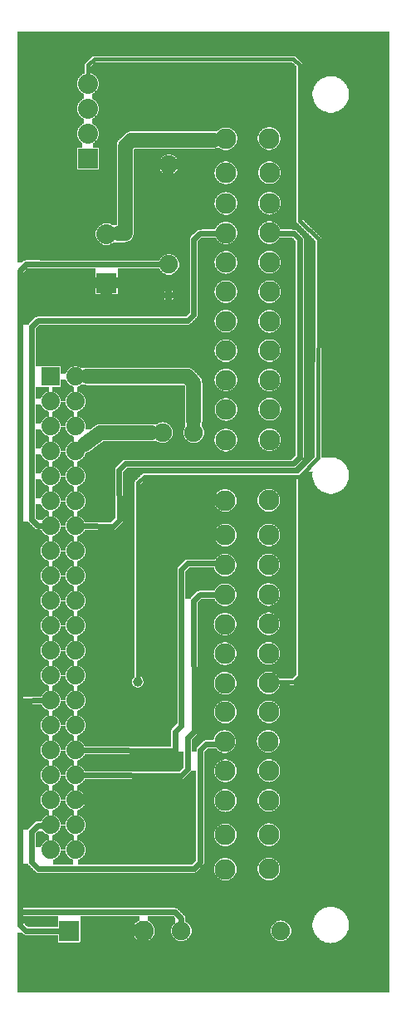
<source format=gtl>
G04 MADE WITH FRITZING*
G04 WWW.FRITZING.ORG*
G04 DOUBLE SIDED*
G04 HOLES PLATED*
G04 CONTOUR ON CENTER OF CONTOUR VECTOR*
%ASAXBY*%
%FSLAX23Y23*%
%MOIN*%
%OFA0B0*%
%SFA1.0B1.0*%
%ADD10C,0.075000*%
%ADD11C,0.039370*%
%ADD12C,0.082000*%
%ADD13C,0.075433*%
%ADD14C,0.080000*%
%ADD15C,0.074000*%
%ADD16C,0.083307*%
%ADD17R,0.082000X0.082000*%
%ADD18R,0.080000X0.080000*%
%ADD19R,0.074000X0.074000*%
%ADD20C,0.024000*%
%ADD21C,0.060000*%
%ADD22C,0.016000*%
%LNCOPPER1*%
G90*
G70*
G54D10*
X386Y825D03*
X1208Y3824D03*
G54D11*
X649Y2837D03*
G54D10*
X1099Y287D03*
X699Y287D03*
X649Y3362D03*
X649Y2962D03*
G54D12*
X249Y287D03*
X547Y287D03*
G54D13*
X749Y2287D03*
G54D11*
X524Y1287D03*
G54D14*
X324Y3387D03*
X324Y3487D03*
X324Y3587D03*
X324Y3687D03*
X399Y2887D03*
X399Y3083D03*
G54D15*
X274Y2512D03*
X274Y2412D03*
X274Y2312D03*
X274Y2212D03*
X274Y2112D03*
X274Y2012D03*
X274Y1912D03*
X274Y1812D03*
X274Y1712D03*
X274Y1612D03*
X274Y1512D03*
X274Y1412D03*
X274Y1312D03*
X274Y1212D03*
X274Y1112D03*
X274Y1012D03*
X274Y912D03*
X274Y812D03*
X274Y712D03*
X274Y612D03*
X174Y2512D03*
X174Y2412D03*
X174Y2312D03*
X174Y2212D03*
X174Y2112D03*
X174Y2012D03*
X174Y1912D03*
X174Y1812D03*
X174Y1712D03*
X174Y1612D03*
X174Y1512D03*
X174Y1412D03*
X174Y1312D03*
X174Y1212D03*
X174Y1112D03*
X174Y1012D03*
X174Y912D03*
X174Y812D03*
X174Y712D03*
X174Y612D03*
G54D16*
X876Y534D03*
X876Y672D03*
X876Y809D03*
X876Y929D03*
X873Y1047D03*
X876Y1165D03*
X875Y1281D03*
X875Y1399D03*
X875Y1518D03*
X875Y1636D03*
X875Y1755D03*
X876Y1875D03*
X1051Y535D03*
X1051Y673D03*
X1051Y810D03*
X1051Y930D03*
X1048Y1048D03*
X1051Y1166D03*
X1050Y1282D03*
X1050Y1400D03*
X1050Y1519D03*
X1050Y1637D03*
X1050Y1756D03*
X1051Y1876D03*
X1051Y2015D03*
X876Y2014D03*
X878Y2257D03*
X1053Y2258D03*
X879Y2379D03*
X1054Y2380D03*
X878Y2498D03*
X1053Y2498D03*
X878Y2615D03*
X1053Y2616D03*
X878Y2734D03*
X1053Y2733D03*
X878Y2852D03*
X1053Y2852D03*
X878Y2969D03*
X1053Y2970D03*
X878Y3088D03*
X1053Y3089D03*
X878Y3207D03*
X1053Y3207D03*
X878Y3329D03*
X1053Y3330D03*
X878Y3466D03*
X1052Y3467D03*
G54D13*
X624Y2287D03*
G54D17*
X248Y287D03*
G54D18*
X324Y3387D03*
X399Y2887D03*
G54D19*
X174Y2512D03*
G54D20*
X774Y3086D02*
X846Y3087D01*
D02*
X749Y2761D02*
X749Y3062D01*
D02*
X124Y2737D02*
X725Y2737D01*
D02*
X725Y2737D02*
X749Y2761D01*
D02*
X749Y3062D02*
X774Y3086D01*
D02*
X99Y2712D02*
X124Y2737D01*
D02*
X1174Y3062D02*
X1150Y3086D01*
D02*
X750Y1087D02*
X749Y1612D01*
D02*
X725Y1062D02*
X750Y1087D01*
D02*
X474Y2162D02*
X1149Y2162D01*
D02*
X450Y1937D02*
X449Y2137D01*
D02*
X1149Y2162D02*
X1173Y2187D01*
D02*
X699Y911D02*
X725Y937D01*
D02*
X749Y1612D02*
X774Y1637D01*
D02*
X824Y1637D02*
X842Y1636D01*
D02*
X774Y1637D02*
X824Y1637D01*
D02*
X305Y912D02*
X699Y911D01*
D02*
X725Y937D02*
X725Y1062D01*
D02*
X1150Y3086D02*
X1086Y3088D01*
D02*
X1173Y2187D02*
X1174Y3062D01*
D02*
X449Y2137D02*
X474Y2162D01*
D02*
X305Y1912D02*
X425Y1911D01*
D02*
X425Y1911D02*
X450Y1937D01*
D02*
X99Y1937D02*
X99Y2712D01*
D02*
X123Y1914D02*
X99Y1937D01*
D02*
X143Y1913D02*
X123Y1914D01*
D02*
X674Y1087D02*
X699Y1111D01*
D02*
X699Y1111D02*
X699Y1737D01*
D02*
X774Y562D02*
X775Y1013D01*
D02*
X799Y1037D02*
X849Y1037D01*
D02*
X125Y537D02*
X750Y537D01*
D02*
X99Y686D02*
X99Y562D01*
D02*
X74Y2962D02*
X50Y2937D01*
D02*
X699Y1737D02*
X724Y1762D01*
D02*
X824Y1762D02*
X842Y1759D01*
D02*
X50Y1211D02*
X143Y1212D01*
D02*
X621Y2962D02*
X74Y2962D01*
D02*
X50Y2937D02*
X50Y1211D01*
D02*
X125Y711D02*
X99Y686D01*
D02*
X750Y537D02*
X774Y562D01*
D02*
X99Y562D02*
X125Y537D01*
D02*
X775Y1013D02*
X799Y1037D01*
D02*
X143Y711D02*
X125Y711D01*
D02*
X849Y1037D02*
X843Y1034D01*
D02*
X674Y1011D02*
X674Y1087D01*
D02*
X305Y1012D02*
X674Y1011D01*
D02*
X724Y1762D02*
X824Y1762D01*
D02*
X50Y362D02*
X50Y1211D01*
G54D21*
D02*
X724Y2512D02*
X749Y2487D01*
D02*
X322Y2512D02*
X724Y2512D01*
D02*
X749Y2487D02*
X749Y2332D01*
G54D22*
D02*
X1073Y1287D02*
X1076Y1287D01*
G54D20*
D02*
X50Y311D02*
X50Y362D01*
D02*
X50Y1211D02*
X143Y1212D01*
D02*
X217Y287D02*
X74Y287D01*
D02*
X74Y287D02*
X50Y311D01*
G54D22*
D02*
X1150Y1286D02*
X1073Y1287D01*
D02*
X1174Y1311D02*
X1150Y1286D01*
D02*
X525Y2086D02*
X550Y2111D01*
D02*
X550Y2111D02*
X1174Y2111D01*
D02*
X524Y1300D02*
X525Y2086D01*
D02*
X1174Y2111D02*
X1174Y1311D01*
G54D20*
D02*
X674Y362D02*
X50Y362D01*
G54D22*
D02*
X325Y3762D02*
X350Y3786D01*
D02*
X1148Y3786D02*
X1174Y3762D01*
G54D20*
D02*
X699Y337D02*
X674Y362D01*
G54D22*
D02*
X1250Y3062D02*
X1248Y2186D01*
D02*
X1174Y3137D02*
X1250Y3062D01*
D02*
X350Y3786D02*
X1148Y3786D01*
D02*
X1174Y3762D02*
X1174Y3137D01*
D02*
X1248Y2186D02*
X1174Y2111D01*
D02*
X324Y3712D02*
X325Y3762D01*
G54D20*
D02*
X699Y315D02*
X699Y337D01*
G54D21*
D02*
X823Y3461D02*
X829Y3461D01*
D02*
X474Y3086D02*
X473Y3437D01*
D02*
X499Y3461D02*
X823Y3461D01*
D02*
X473Y3437D02*
X499Y3461D01*
D02*
X447Y3085D02*
X474Y3086D01*
D02*
X579Y2287D02*
X374Y2287D01*
D02*
X374Y2287D02*
X312Y2240D01*
G36*
X216Y2501D02*
X216Y2471D01*
X180Y2471D01*
X180Y2451D01*
X186Y2451D01*
X186Y2449D01*
X192Y2449D01*
X192Y2447D01*
X194Y2447D01*
X194Y2445D01*
X198Y2445D01*
X198Y2443D01*
X200Y2443D01*
X200Y2441D01*
X202Y2441D01*
X202Y2439D01*
X204Y2439D01*
X204Y2437D01*
X206Y2437D01*
X206Y2435D01*
X208Y2435D01*
X208Y2431D01*
X210Y2431D01*
X210Y2427D01*
X212Y2427D01*
X212Y2423D01*
X214Y2423D01*
X214Y2413D01*
X234Y2413D01*
X234Y2423D01*
X236Y2423D01*
X236Y2427D01*
X238Y2427D01*
X238Y2431D01*
X240Y2431D01*
X240Y2435D01*
X242Y2435D01*
X242Y2437D01*
X244Y2437D01*
X244Y2439D01*
X246Y2439D01*
X246Y2441D01*
X248Y2441D01*
X248Y2443D01*
X250Y2443D01*
X250Y2445D01*
X254Y2445D01*
X254Y2447D01*
X256Y2447D01*
X256Y2449D01*
X262Y2449D01*
X262Y2451D01*
X268Y2451D01*
X268Y2471D01*
X264Y2471D01*
X264Y2473D01*
X260Y2473D01*
X260Y2475D01*
X256Y2475D01*
X256Y2477D01*
X252Y2477D01*
X252Y2479D01*
X250Y2479D01*
X250Y2481D01*
X248Y2481D01*
X248Y2483D01*
X246Y2483D01*
X246Y2485D01*
X244Y2485D01*
X244Y2487D01*
X242Y2487D01*
X242Y2489D01*
X240Y2489D01*
X240Y2493D01*
X238Y2493D01*
X238Y2495D01*
X236Y2495D01*
X236Y2501D01*
X216Y2501D01*
G37*
D02*
G36*
X116Y2471D02*
X116Y2423D01*
X136Y2423D01*
X136Y2427D01*
X138Y2427D01*
X138Y2431D01*
X140Y2431D01*
X140Y2435D01*
X142Y2435D01*
X142Y2437D01*
X144Y2437D01*
X144Y2439D01*
X146Y2439D01*
X146Y2441D01*
X148Y2441D01*
X148Y2443D01*
X150Y2443D01*
X150Y2445D01*
X154Y2445D01*
X154Y2447D01*
X156Y2447D01*
X156Y2449D01*
X162Y2449D01*
X162Y2451D01*
X168Y2451D01*
X168Y2471D01*
X116Y2471D01*
G37*
D02*
G36*
X214Y2409D02*
X214Y2401D01*
X212Y2401D01*
X212Y2395D01*
X210Y2395D01*
X210Y2391D01*
X208Y2391D01*
X208Y2389D01*
X206Y2389D01*
X206Y2387D01*
X204Y2387D01*
X204Y2383D01*
X200Y2383D01*
X200Y2381D01*
X198Y2381D01*
X198Y2379D01*
X196Y2379D01*
X196Y2377D01*
X192Y2377D01*
X192Y2375D01*
X190Y2375D01*
X190Y2373D01*
X184Y2373D01*
X184Y2371D01*
X180Y2371D01*
X180Y2351D01*
X186Y2351D01*
X186Y2349D01*
X192Y2349D01*
X192Y2347D01*
X194Y2347D01*
X194Y2345D01*
X198Y2345D01*
X198Y2343D01*
X200Y2343D01*
X200Y2341D01*
X202Y2341D01*
X202Y2339D01*
X204Y2339D01*
X204Y2337D01*
X206Y2337D01*
X206Y2335D01*
X208Y2335D01*
X208Y2331D01*
X210Y2331D01*
X210Y2327D01*
X212Y2327D01*
X212Y2323D01*
X214Y2323D01*
X214Y2313D01*
X234Y2313D01*
X234Y2323D01*
X236Y2323D01*
X236Y2327D01*
X238Y2327D01*
X238Y2331D01*
X240Y2331D01*
X240Y2335D01*
X242Y2335D01*
X242Y2337D01*
X244Y2337D01*
X244Y2339D01*
X246Y2339D01*
X246Y2341D01*
X248Y2341D01*
X248Y2343D01*
X250Y2343D01*
X250Y2345D01*
X254Y2345D01*
X254Y2347D01*
X256Y2347D01*
X256Y2349D01*
X262Y2349D01*
X262Y2351D01*
X268Y2351D01*
X268Y2371D01*
X264Y2371D01*
X264Y2373D01*
X260Y2373D01*
X260Y2375D01*
X256Y2375D01*
X256Y2377D01*
X252Y2377D01*
X252Y2379D01*
X250Y2379D01*
X250Y2381D01*
X248Y2381D01*
X248Y2383D01*
X246Y2383D01*
X246Y2385D01*
X244Y2385D01*
X244Y2387D01*
X242Y2387D01*
X242Y2389D01*
X240Y2389D01*
X240Y2393D01*
X238Y2393D01*
X238Y2395D01*
X236Y2395D01*
X236Y2401D01*
X234Y2401D01*
X234Y2409D01*
X214Y2409D01*
G37*
D02*
G36*
X116Y2401D02*
X116Y2323D01*
X136Y2323D01*
X136Y2327D01*
X138Y2327D01*
X138Y2331D01*
X140Y2331D01*
X140Y2335D01*
X142Y2335D01*
X142Y2337D01*
X144Y2337D01*
X144Y2339D01*
X146Y2339D01*
X146Y2341D01*
X148Y2341D01*
X148Y2343D01*
X150Y2343D01*
X150Y2345D01*
X154Y2345D01*
X154Y2347D01*
X156Y2347D01*
X156Y2349D01*
X162Y2349D01*
X162Y2351D01*
X168Y2351D01*
X168Y2371D01*
X164Y2371D01*
X164Y2373D01*
X160Y2373D01*
X160Y2375D01*
X156Y2375D01*
X156Y2377D01*
X152Y2377D01*
X152Y2379D01*
X150Y2379D01*
X150Y2381D01*
X148Y2381D01*
X148Y2383D01*
X146Y2383D01*
X146Y2385D01*
X144Y2385D01*
X144Y2387D01*
X142Y2387D01*
X142Y2389D01*
X140Y2389D01*
X140Y2393D01*
X138Y2393D01*
X138Y2395D01*
X136Y2395D01*
X136Y2401D01*
X116Y2401D01*
G37*
D02*
G36*
X214Y2309D02*
X214Y2301D01*
X212Y2301D01*
X212Y2295D01*
X210Y2295D01*
X210Y2291D01*
X208Y2291D01*
X208Y2289D01*
X206Y2289D01*
X206Y2287D01*
X204Y2287D01*
X204Y2283D01*
X200Y2283D01*
X200Y2281D01*
X198Y2281D01*
X198Y2279D01*
X196Y2279D01*
X196Y2277D01*
X192Y2277D01*
X192Y2275D01*
X190Y2275D01*
X190Y2273D01*
X184Y2273D01*
X184Y2271D01*
X180Y2271D01*
X180Y2251D01*
X186Y2251D01*
X186Y2249D01*
X192Y2249D01*
X192Y2247D01*
X194Y2247D01*
X194Y2245D01*
X198Y2245D01*
X198Y2243D01*
X200Y2243D01*
X200Y2241D01*
X202Y2241D01*
X202Y2239D01*
X204Y2239D01*
X204Y2237D01*
X206Y2237D01*
X206Y2235D01*
X208Y2235D01*
X208Y2231D01*
X210Y2231D01*
X210Y2227D01*
X212Y2227D01*
X212Y2223D01*
X214Y2223D01*
X214Y2213D01*
X234Y2213D01*
X234Y2223D01*
X236Y2223D01*
X236Y2227D01*
X238Y2227D01*
X238Y2231D01*
X240Y2231D01*
X240Y2235D01*
X242Y2235D01*
X242Y2237D01*
X244Y2237D01*
X244Y2239D01*
X246Y2239D01*
X246Y2241D01*
X248Y2241D01*
X248Y2243D01*
X250Y2243D01*
X250Y2245D01*
X254Y2245D01*
X254Y2247D01*
X256Y2247D01*
X256Y2249D01*
X262Y2249D01*
X262Y2251D01*
X268Y2251D01*
X268Y2271D01*
X264Y2271D01*
X264Y2273D01*
X260Y2273D01*
X260Y2275D01*
X256Y2275D01*
X256Y2277D01*
X252Y2277D01*
X252Y2279D01*
X250Y2279D01*
X250Y2281D01*
X248Y2281D01*
X248Y2283D01*
X246Y2283D01*
X246Y2285D01*
X244Y2285D01*
X244Y2287D01*
X242Y2287D01*
X242Y2289D01*
X240Y2289D01*
X240Y2293D01*
X238Y2293D01*
X238Y2295D01*
X236Y2295D01*
X236Y2301D01*
X234Y2301D01*
X234Y2309D01*
X214Y2309D01*
G37*
D02*
G36*
X116Y2301D02*
X116Y2223D01*
X136Y2223D01*
X136Y2227D01*
X138Y2227D01*
X138Y2231D01*
X140Y2231D01*
X140Y2235D01*
X142Y2235D01*
X142Y2237D01*
X144Y2237D01*
X144Y2239D01*
X146Y2239D01*
X146Y2241D01*
X148Y2241D01*
X148Y2243D01*
X150Y2243D01*
X150Y2245D01*
X154Y2245D01*
X154Y2247D01*
X156Y2247D01*
X156Y2249D01*
X162Y2249D01*
X162Y2251D01*
X168Y2251D01*
X168Y2271D01*
X164Y2271D01*
X164Y2273D01*
X160Y2273D01*
X160Y2275D01*
X156Y2275D01*
X156Y2277D01*
X152Y2277D01*
X152Y2279D01*
X150Y2279D01*
X150Y2281D01*
X148Y2281D01*
X148Y2283D01*
X146Y2283D01*
X146Y2285D01*
X144Y2285D01*
X144Y2287D01*
X142Y2287D01*
X142Y2289D01*
X140Y2289D01*
X140Y2293D01*
X138Y2293D01*
X138Y2295D01*
X136Y2295D01*
X136Y2301D01*
X116Y2301D01*
G37*
D02*
G36*
X214Y2209D02*
X214Y2201D01*
X212Y2201D01*
X212Y2195D01*
X210Y2195D01*
X210Y2191D01*
X208Y2191D01*
X208Y2189D01*
X206Y2189D01*
X206Y2187D01*
X204Y2187D01*
X204Y2183D01*
X200Y2183D01*
X200Y2181D01*
X198Y2181D01*
X198Y2179D01*
X196Y2179D01*
X196Y2177D01*
X192Y2177D01*
X192Y2175D01*
X190Y2175D01*
X190Y2173D01*
X184Y2173D01*
X184Y2171D01*
X180Y2171D01*
X180Y2151D01*
X186Y2151D01*
X186Y2149D01*
X192Y2149D01*
X192Y2147D01*
X194Y2147D01*
X194Y2145D01*
X198Y2145D01*
X198Y2143D01*
X200Y2143D01*
X200Y2141D01*
X202Y2141D01*
X202Y2139D01*
X204Y2139D01*
X204Y2137D01*
X206Y2137D01*
X206Y2135D01*
X208Y2135D01*
X208Y2131D01*
X210Y2131D01*
X210Y2127D01*
X212Y2127D01*
X212Y2123D01*
X214Y2123D01*
X214Y2113D01*
X234Y2113D01*
X234Y2123D01*
X236Y2123D01*
X236Y2127D01*
X238Y2127D01*
X238Y2131D01*
X240Y2131D01*
X240Y2135D01*
X242Y2135D01*
X242Y2137D01*
X244Y2137D01*
X244Y2139D01*
X246Y2139D01*
X246Y2141D01*
X248Y2141D01*
X248Y2143D01*
X250Y2143D01*
X250Y2145D01*
X254Y2145D01*
X254Y2147D01*
X256Y2147D01*
X256Y2149D01*
X262Y2149D01*
X262Y2151D01*
X268Y2151D01*
X268Y2171D01*
X264Y2171D01*
X264Y2173D01*
X260Y2173D01*
X260Y2175D01*
X256Y2175D01*
X256Y2177D01*
X252Y2177D01*
X252Y2179D01*
X250Y2179D01*
X250Y2181D01*
X248Y2181D01*
X248Y2183D01*
X246Y2183D01*
X246Y2185D01*
X244Y2185D01*
X244Y2187D01*
X242Y2187D01*
X242Y2189D01*
X240Y2189D01*
X240Y2193D01*
X238Y2193D01*
X238Y2195D01*
X236Y2195D01*
X236Y2201D01*
X234Y2201D01*
X234Y2209D01*
X214Y2209D01*
G37*
D02*
G36*
X116Y2201D02*
X116Y2123D01*
X136Y2123D01*
X136Y2127D01*
X138Y2127D01*
X138Y2131D01*
X140Y2131D01*
X140Y2135D01*
X142Y2135D01*
X142Y2137D01*
X144Y2137D01*
X144Y2139D01*
X146Y2139D01*
X146Y2141D01*
X148Y2141D01*
X148Y2143D01*
X150Y2143D01*
X150Y2145D01*
X154Y2145D01*
X154Y2147D01*
X156Y2147D01*
X156Y2149D01*
X162Y2149D01*
X162Y2151D01*
X168Y2151D01*
X168Y2171D01*
X164Y2171D01*
X164Y2173D01*
X160Y2173D01*
X160Y2175D01*
X156Y2175D01*
X156Y2177D01*
X152Y2177D01*
X152Y2179D01*
X150Y2179D01*
X150Y2181D01*
X148Y2181D01*
X148Y2183D01*
X146Y2183D01*
X146Y2185D01*
X144Y2185D01*
X144Y2187D01*
X142Y2187D01*
X142Y2189D01*
X140Y2189D01*
X140Y2193D01*
X138Y2193D01*
X138Y2195D01*
X136Y2195D01*
X136Y2201D01*
X116Y2201D01*
G37*
D02*
G36*
X214Y2109D02*
X214Y2101D01*
X212Y2101D01*
X212Y2095D01*
X210Y2095D01*
X210Y2091D01*
X208Y2091D01*
X208Y2089D01*
X206Y2089D01*
X206Y2087D01*
X204Y2087D01*
X204Y2083D01*
X200Y2083D01*
X200Y2081D01*
X198Y2081D01*
X198Y2079D01*
X196Y2079D01*
X196Y2077D01*
X192Y2077D01*
X192Y2075D01*
X190Y2075D01*
X190Y2073D01*
X184Y2073D01*
X184Y2071D01*
X180Y2071D01*
X180Y2051D01*
X186Y2051D01*
X186Y2049D01*
X192Y2049D01*
X192Y2047D01*
X194Y2047D01*
X194Y2045D01*
X198Y2045D01*
X198Y2043D01*
X200Y2043D01*
X200Y2041D01*
X202Y2041D01*
X202Y2039D01*
X204Y2039D01*
X204Y2037D01*
X206Y2037D01*
X206Y2035D01*
X208Y2035D01*
X208Y2031D01*
X210Y2031D01*
X210Y2027D01*
X212Y2027D01*
X212Y2023D01*
X214Y2023D01*
X214Y2013D01*
X234Y2013D01*
X234Y2023D01*
X236Y2023D01*
X236Y2027D01*
X238Y2027D01*
X238Y2031D01*
X240Y2031D01*
X240Y2035D01*
X242Y2035D01*
X242Y2037D01*
X244Y2037D01*
X244Y2039D01*
X246Y2039D01*
X246Y2041D01*
X248Y2041D01*
X248Y2043D01*
X250Y2043D01*
X250Y2045D01*
X254Y2045D01*
X254Y2047D01*
X256Y2047D01*
X256Y2049D01*
X262Y2049D01*
X262Y2051D01*
X268Y2051D01*
X268Y2071D01*
X264Y2071D01*
X264Y2073D01*
X260Y2073D01*
X260Y2075D01*
X256Y2075D01*
X256Y2077D01*
X252Y2077D01*
X252Y2079D01*
X250Y2079D01*
X250Y2081D01*
X248Y2081D01*
X248Y2083D01*
X246Y2083D01*
X246Y2085D01*
X244Y2085D01*
X244Y2087D01*
X242Y2087D01*
X242Y2089D01*
X240Y2089D01*
X240Y2093D01*
X238Y2093D01*
X238Y2095D01*
X236Y2095D01*
X236Y2101D01*
X234Y2101D01*
X234Y2109D01*
X214Y2109D01*
G37*
D02*
G36*
X116Y2101D02*
X116Y2023D01*
X136Y2023D01*
X136Y2027D01*
X138Y2027D01*
X138Y2031D01*
X140Y2031D01*
X140Y2035D01*
X142Y2035D01*
X142Y2037D01*
X144Y2037D01*
X144Y2039D01*
X146Y2039D01*
X146Y2041D01*
X148Y2041D01*
X148Y2043D01*
X150Y2043D01*
X150Y2045D01*
X154Y2045D01*
X154Y2047D01*
X156Y2047D01*
X156Y2049D01*
X162Y2049D01*
X162Y2051D01*
X168Y2051D01*
X168Y2071D01*
X164Y2071D01*
X164Y2073D01*
X160Y2073D01*
X160Y2075D01*
X156Y2075D01*
X156Y2077D01*
X152Y2077D01*
X152Y2079D01*
X150Y2079D01*
X150Y2081D01*
X148Y2081D01*
X148Y2083D01*
X146Y2083D01*
X146Y2085D01*
X144Y2085D01*
X144Y2087D01*
X142Y2087D01*
X142Y2089D01*
X140Y2089D01*
X140Y2093D01*
X138Y2093D01*
X138Y2095D01*
X136Y2095D01*
X136Y2101D01*
X116Y2101D01*
G37*
D02*
G36*
X214Y2009D02*
X214Y2001D01*
X212Y2001D01*
X212Y1995D01*
X210Y1995D01*
X210Y1991D01*
X208Y1991D01*
X208Y1989D01*
X206Y1989D01*
X206Y1987D01*
X204Y1987D01*
X204Y1983D01*
X200Y1983D01*
X200Y1981D01*
X198Y1981D01*
X198Y1979D01*
X196Y1979D01*
X196Y1977D01*
X192Y1977D01*
X192Y1975D01*
X190Y1975D01*
X190Y1973D01*
X184Y1973D01*
X184Y1971D01*
X180Y1971D01*
X180Y1951D01*
X186Y1951D01*
X186Y1949D01*
X192Y1949D01*
X192Y1947D01*
X194Y1947D01*
X194Y1945D01*
X198Y1945D01*
X198Y1943D01*
X200Y1943D01*
X200Y1941D01*
X202Y1941D01*
X202Y1939D01*
X204Y1939D01*
X204Y1937D01*
X206Y1937D01*
X206Y1935D01*
X208Y1935D01*
X208Y1931D01*
X210Y1931D01*
X210Y1927D01*
X212Y1927D01*
X212Y1923D01*
X214Y1923D01*
X214Y1913D01*
X234Y1913D01*
X234Y1923D01*
X236Y1923D01*
X236Y1927D01*
X238Y1927D01*
X238Y1931D01*
X240Y1931D01*
X240Y1935D01*
X242Y1935D01*
X242Y1937D01*
X244Y1937D01*
X244Y1939D01*
X246Y1939D01*
X246Y1941D01*
X248Y1941D01*
X248Y1943D01*
X250Y1943D01*
X250Y1945D01*
X254Y1945D01*
X254Y1947D01*
X256Y1947D01*
X256Y1949D01*
X262Y1949D01*
X262Y1951D01*
X268Y1951D01*
X268Y1971D01*
X264Y1971D01*
X264Y1973D01*
X260Y1973D01*
X260Y1975D01*
X256Y1975D01*
X256Y1977D01*
X252Y1977D01*
X252Y1979D01*
X250Y1979D01*
X250Y1981D01*
X248Y1981D01*
X248Y1983D01*
X246Y1983D01*
X246Y1985D01*
X244Y1985D01*
X244Y1987D01*
X242Y1987D01*
X242Y1989D01*
X240Y1989D01*
X240Y1993D01*
X238Y1993D01*
X238Y1995D01*
X236Y1995D01*
X236Y2001D01*
X234Y2001D01*
X234Y2009D01*
X214Y2009D01*
G37*
D02*
G36*
X116Y2001D02*
X116Y1941D01*
X118Y1941D01*
X118Y1939D01*
X122Y1939D01*
X122Y1937D01*
X144Y1937D01*
X144Y1939D01*
X146Y1939D01*
X146Y1941D01*
X148Y1941D01*
X148Y1943D01*
X150Y1943D01*
X150Y1945D01*
X154Y1945D01*
X154Y1947D01*
X156Y1947D01*
X156Y1949D01*
X162Y1949D01*
X162Y1951D01*
X168Y1951D01*
X168Y1971D01*
X164Y1971D01*
X164Y1973D01*
X160Y1973D01*
X160Y1975D01*
X156Y1975D01*
X156Y1977D01*
X152Y1977D01*
X152Y1979D01*
X150Y1979D01*
X150Y1981D01*
X148Y1981D01*
X148Y1983D01*
X146Y1983D01*
X146Y1985D01*
X144Y1985D01*
X144Y1987D01*
X142Y1987D01*
X142Y1989D01*
X140Y1989D01*
X140Y1993D01*
X138Y1993D01*
X138Y1995D01*
X136Y1995D01*
X136Y2001D01*
X116Y2001D01*
G37*
D02*
G36*
X66Y1929D02*
X66Y1227D01*
X138Y1227D01*
X138Y1231D01*
X140Y1231D01*
X140Y1235D01*
X142Y1235D01*
X142Y1237D01*
X144Y1237D01*
X144Y1239D01*
X146Y1239D01*
X146Y1241D01*
X148Y1241D01*
X148Y1243D01*
X150Y1243D01*
X150Y1245D01*
X154Y1245D01*
X154Y1247D01*
X156Y1247D01*
X156Y1249D01*
X162Y1249D01*
X162Y1251D01*
X168Y1251D01*
X168Y1271D01*
X164Y1271D01*
X164Y1273D01*
X160Y1273D01*
X160Y1275D01*
X156Y1275D01*
X156Y1277D01*
X152Y1277D01*
X152Y1279D01*
X150Y1279D01*
X150Y1281D01*
X148Y1281D01*
X148Y1283D01*
X146Y1283D01*
X146Y1285D01*
X144Y1285D01*
X144Y1287D01*
X142Y1287D01*
X142Y1289D01*
X140Y1289D01*
X140Y1293D01*
X138Y1293D01*
X138Y1295D01*
X136Y1295D01*
X136Y1301D01*
X134Y1301D01*
X134Y1323D01*
X136Y1323D01*
X136Y1327D01*
X138Y1327D01*
X138Y1331D01*
X140Y1331D01*
X140Y1335D01*
X142Y1335D01*
X142Y1337D01*
X144Y1337D01*
X144Y1339D01*
X146Y1339D01*
X146Y1341D01*
X148Y1341D01*
X148Y1343D01*
X150Y1343D01*
X150Y1345D01*
X154Y1345D01*
X154Y1347D01*
X156Y1347D01*
X156Y1349D01*
X162Y1349D01*
X162Y1351D01*
X168Y1351D01*
X168Y1371D01*
X164Y1371D01*
X164Y1373D01*
X160Y1373D01*
X160Y1375D01*
X156Y1375D01*
X156Y1377D01*
X152Y1377D01*
X152Y1379D01*
X150Y1379D01*
X150Y1381D01*
X148Y1381D01*
X148Y1383D01*
X146Y1383D01*
X146Y1385D01*
X144Y1385D01*
X144Y1387D01*
X142Y1387D01*
X142Y1389D01*
X140Y1389D01*
X140Y1393D01*
X138Y1393D01*
X138Y1395D01*
X136Y1395D01*
X136Y1401D01*
X134Y1401D01*
X134Y1423D01*
X136Y1423D01*
X136Y1427D01*
X138Y1427D01*
X138Y1431D01*
X140Y1431D01*
X140Y1435D01*
X142Y1435D01*
X142Y1437D01*
X144Y1437D01*
X144Y1439D01*
X146Y1439D01*
X146Y1441D01*
X148Y1441D01*
X148Y1443D01*
X150Y1443D01*
X150Y1445D01*
X154Y1445D01*
X154Y1447D01*
X156Y1447D01*
X156Y1449D01*
X162Y1449D01*
X162Y1451D01*
X168Y1451D01*
X168Y1471D01*
X164Y1471D01*
X164Y1473D01*
X160Y1473D01*
X160Y1475D01*
X156Y1475D01*
X156Y1477D01*
X152Y1477D01*
X152Y1479D01*
X150Y1479D01*
X150Y1481D01*
X148Y1481D01*
X148Y1483D01*
X146Y1483D01*
X146Y1485D01*
X144Y1485D01*
X144Y1487D01*
X142Y1487D01*
X142Y1489D01*
X140Y1489D01*
X140Y1493D01*
X138Y1493D01*
X138Y1495D01*
X136Y1495D01*
X136Y1501D01*
X134Y1501D01*
X134Y1523D01*
X136Y1523D01*
X136Y1527D01*
X138Y1527D01*
X138Y1531D01*
X140Y1531D01*
X140Y1535D01*
X142Y1535D01*
X142Y1537D01*
X144Y1537D01*
X144Y1539D01*
X146Y1539D01*
X146Y1541D01*
X148Y1541D01*
X148Y1543D01*
X150Y1543D01*
X150Y1545D01*
X154Y1545D01*
X154Y1547D01*
X156Y1547D01*
X156Y1549D01*
X162Y1549D01*
X162Y1551D01*
X168Y1551D01*
X168Y1571D01*
X164Y1571D01*
X164Y1573D01*
X160Y1573D01*
X160Y1575D01*
X156Y1575D01*
X156Y1577D01*
X152Y1577D01*
X152Y1579D01*
X150Y1579D01*
X150Y1581D01*
X148Y1581D01*
X148Y1583D01*
X146Y1583D01*
X146Y1585D01*
X144Y1585D01*
X144Y1587D01*
X142Y1587D01*
X142Y1589D01*
X140Y1589D01*
X140Y1593D01*
X138Y1593D01*
X138Y1595D01*
X136Y1595D01*
X136Y1601D01*
X134Y1601D01*
X134Y1623D01*
X136Y1623D01*
X136Y1627D01*
X138Y1627D01*
X138Y1631D01*
X140Y1631D01*
X140Y1635D01*
X142Y1635D01*
X142Y1637D01*
X144Y1637D01*
X144Y1639D01*
X146Y1639D01*
X146Y1641D01*
X148Y1641D01*
X148Y1643D01*
X150Y1643D01*
X150Y1645D01*
X154Y1645D01*
X154Y1647D01*
X156Y1647D01*
X156Y1649D01*
X162Y1649D01*
X162Y1651D01*
X168Y1651D01*
X168Y1671D01*
X164Y1671D01*
X164Y1673D01*
X160Y1673D01*
X160Y1675D01*
X156Y1675D01*
X156Y1677D01*
X152Y1677D01*
X152Y1679D01*
X150Y1679D01*
X150Y1681D01*
X148Y1681D01*
X148Y1683D01*
X146Y1683D01*
X146Y1685D01*
X144Y1685D01*
X144Y1687D01*
X142Y1687D01*
X142Y1689D01*
X140Y1689D01*
X140Y1693D01*
X138Y1693D01*
X138Y1695D01*
X136Y1695D01*
X136Y1701D01*
X134Y1701D01*
X134Y1723D01*
X136Y1723D01*
X136Y1727D01*
X138Y1727D01*
X138Y1731D01*
X140Y1731D01*
X140Y1735D01*
X142Y1735D01*
X142Y1737D01*
X144Y1737D01*
X144Y1739D01*
X146Y1739D01*
X146Y1741D01*
X148Y1741D01*
X148Y1743D01*
X150Y1743D01*
X150Y1745D01*
X154Y1745D01*
X154Y1747D01*
X156Y1747D01*
X156Y1749D01*
X162Y1749D01*
X162Y1751D01*
X168Y1751D01*
X168Y1771D01*
X164Y1771D01*
X164Y1773D01*
X160Y1773D01*
X160Y1775D01*
X156Y1775D01*
X156Y1777D01*
X152Y1777D01*
X152Y1779D01*
X150Y1779D01*
X150Y1781D01*
X148Y1781D01*
X148Y1783D01*
X146Y1783D01*
X146Y1785D01*
X144Y1785D01*
X144Y1787D01*
X142Y1787D01*
X142Y1789D01*
X140Y1789D01*
X140Y1793D01*
X138Y1793D01*
X138Y1795D01*
X136Y1795D01*
X136Y1801D01*
X134Y1801D01*
X134Y1823D01*
X136Y1823D01*
X136Y1827D01*
X138Y1827D01*
X138Y1831D01*
X140Y1831D01*
X140Y1835D01*
X142Y1835D01*
X142Y1837D01*
X144Y1837D01*
X144Y1839D01*
X146Y1839D01*
X146Y1841D01*
X148Y1841D01*
X148Y1843D01*
X150Y1843D01*
X150Y1845D01*
X154Y1845D01*
X154Y1847D01*
X156Y1847D01*
X156Y1849D01*
X162Y1849D01*
X162Y1851D01*
X168Y1851D01*
X168Y1871D01*
X164Y1871D01*
X164Y1873D01*
X160Y1873D01*
X160Y1875D01*
X156Y1875D01*
X156Y1877D01*
X152Y1877D01*
X152Y1879D01*
X150Y1879D01*
X150Y1881D01*
X148Y1881D01*
X148Y1883D01*
X146Y1883D01*
X146Y1885D01*
X144Y1885D01*
X144Y1887D01*
X142Y1887D01*
X142Y1889D01*
X140Y1889D01*
X140Y1893D01*
X138Y1893D01*
X138Y1895D01*
X136Y1895D01*
X136Y1897D01*
X130Y1897D01*
X130Y1899D01*
X116Y1899D01*
X116Y1901D01*
X112Y1901D01*
X112Y1903D01*
X110Y1903D01*
X110Y1905D01*
X108Y1905D01*
X108Y1907D01*
X106Y1907D01*
X106Y1909D01*
X104Y1909D01*
X104Y1911D01*
X102Y1911D01*
X102Y1913D01*
X100Y1913D01*
X100Y1915D01*
X98Y1915D01*
X98Y1917D01*
X96Y1917D01*
X96Y1919D01*
X94Y1919D01*
X94Y1921D01*
X92Y1921D01*
X92Y1923D01*
X90Y1923D01*
X90Y1925D01*
X88Y1925D01*
X88Y1927D01*
X86Y1927D01*
X86Y1929D01*
X66Y1929D01*
G37*
D02*
G36*
X214Y1909D02*
X214Y1901D01*
X212Y1901D01*
X212Y1895D01*
X210Y1895D01*
X210Y1891D01*
X208Y1891D01*
X208Y1889D01*
X206Y1889D01*
X206Y1887D01*
X204Y1887D01*
X204Y1883D01*
X200Y1883D01*
X200Y1881D01*
X198Y1881D01*
X198Y1879D01*
X196Y1879D01*
X196Y1877D01*
X192Y1877D01*
X192Y1875D01*
X190Y1875D01*
X190Y1873D01*
X184Y1873D01*
X184Y1871D01*
X180Y1871D01*
X180Y1851D01*
X186Y1851D01*
X186Y1849D01*
X192Y1849D01*
X192Y1847D01*
X194Y1847D01*
X194Y1845D01*
X198Y1845D01*
X198Y1843D01*
X200Y1843D01*
X200Y1841D01*
X202Y1841D01*
X202Y1839D01*
X204Y1839D01*
X204Y1837D01*
X206Y1837D01*
X206Y1835D01*
X208Y1835D01*
X208Y1831D01*
X210Y1831D01*
X210Y1827D01*
X212Y1827D01*
X212Y1823D01*
X214Y1823D01*
X214Y1813D01*
X234Y1813D01*
X234Y1823D01*
X236Y1823D01*
X236Y1827D01*
X238Y1827D01*
X238Y1831D01*
X240Y1831D01*
X240Y1835D01*
X242Y1835D01*
X242Y1837D01*
X244Y1837D01*
X244Y1839D01*
X246Y1839D01*
X246Y1841D01*
X248Y1841D01*
X248Y1843D01*
X250Y1843D01*
X250Y1845D01*
X254Y1845D01*
X254Y1847D01*
X256Y1847D01*
X256Y1849D01*
X262Y1849D01*
X262Y1851D01*
X268Y1851D01*
X268Y1871D01*
X264Y1871D01*
X264Y1873D01*
X260Y1873D01*
X260Y1875D01*
X256Y1875D01*
X256Y1877D01*
X252Y1877D01*
X252Y1879D01*
X250Y1879D01*
X250Y1881D01*
X248Y1881D01*
X248Y1883D01*
X246Y1883D01*
X246Y1885D01*
X244Y1885D01*
X244Y1887D01*
X242Y1887D01*
X242Y1889D01*
X240Y1889D01*
X240Y1893D01*
X238Y1893D01*
X238Y1895D01*
X236Y1895D01*
X236Y1901D01*
X234Y1901D01*
X234Y1909D01*
X214Y1909D01*
G37*
D02*
G36*
X214Y1809D02*
X214Y1801D01*
X212Y1801D01*
X212Y1795D01*
X210Y1795D01*
X210Y1791D01*
X208Y1791D01*
X208Y1789D01*
X206Y1789D01*
X206Y1787D01*
X204Y1787D01*
X204Y1783D01*
X200Y1783D01*
X200Y1781D01*
X198Y1781D01*
X198Y1779D01*
X196Y1779D01*
X196Y1777D01*
X192Y1777D01*
X192Y1775D01*
X190Y1775D01*
X190Y1773D01*
X184Y1773D01*
X184Y1771D01*
X180Y1771D01*
X180Y1751D01*
X186Y1751D01*
X186Y1749D01*
X192Y1749D01*
X192Y1747D01*
X194Y1747D01*
X194Y1745D01*
X198Y1745D01*
X198Y1743D01*
X200Y1743D01*
X200Y1741D01*
X202Y1741D01*
X202Y1739D01*
X204Y1739D01*
X204Y1737D01*
X206Y1737D01*
X206Y1735D01*
X208Y1735D01*
X208Y1731D01*
X210Y1731D01*
X210Y1727D01*
X212Y1727D01*
X212Y1723D01*
X214Y1723D01*
X214Y1713D01*
X234Y1713D01*
X234Y1723D01*
X236Y1723D01*
X236Y1727D01*
X238Y1727D01*
X238Y1731D01*
X240Y1731D01*
X240Y1735D01*
X242Y1735D01*
X242Y1737D01*
X244Y1737D01*
X244Y1739D01*
X246Y1739D01*
X246Y1741D01*
X248Y1741D01*
X248Y1743D01*
X250Y1743D01*
X250Y1745D01*
X254Y1745D01*
X254Y1747D01*
X256Y1747D01*
X256Y1749D01*
X262Y1749D01*
X262Y1751D01*
X268Y1751D01*
X268Y1771D01*
X264Y1771D01*
X264Y1773D01*
X260Y1773D01*
X260Y1775D01*
X256Y1775D01*
X256Y1777D01*
X252Y1777D01*
X252Y1779D01*
X250Y1779D01*
X250Y1781D01*
X248Y1781D01*
X248Y1783D01*
X246Y1783D01*
X246Y1785D01*
X244Y1785D01*
X244Y1787D01*
X242Y1787D01*
X242Y1789D01*
X240Y1789D01*
X240Y1793D01*
X238Y1793D01*
X238Y1795D01*
X236Y1795D01*
X236Y1801D01*
X234Y1801D01*
X234Y1809D01*
X214Y1809D01*
G37*
D02*
G36*
X214Y1709D02*
X214Y1701D01*
X212Y1701D01*
X212Y1695D01*
X210Y1695D01*
X210Y1691D01*
X208Y1691D01*
X208Y1689D01*
X206Y1689D01*
X206Y1687D01*
X204Y1687D01*
X204Y1683D01*
X200Y1683D01*
X200Y1681D01*
X198Y1681D01*
X198Y1679D01*
X196Y1679D01*
X196Y1677D01*
X192Y1677D01*
X192Y1675D01*
X190Y1675D01*
X190Y1673D01*
X184Y1673D01*
X184Y1671D01*
X180Y1671D01*
X180Y1651D01*
X186Y1651D01*
X186Y1649D01*
X192Y1649D01*
X192Y1647D01*
X194Y1647D01*
X194Y1645D01*
X198Y1645D01*
X198Y1643D01*
X200Y1643D01*
X200Y1641D01*
X202Y1641D01*
X202Y1639D01*
X204Y1639D01*
X204Y1637D01*
X206Y1637D01*
X206Y1635D01*
X208Y1635D01*
X208Y1631D01*
X210Y1631D01*
X210Y1627D01*
X212Y1627D01*
X212Y1623D01*
X214Y1623D01*
X214Y1613D01*
X234Y1613D01*
X234Y1623D01*
X236Y1623D01*
X236Y1627D01*
X238Y1627D01*
X238Y1631D01*
X240Y1631D01*
X240Y1635D01*
X242Y1635D01*
X242Y1637D01*
X244Y1637D01*
X244Y1639D01*
X246Y1639D01*
X246Y1641D01*
X248Y1641D01*
X248Y1643D01*
X250Y1643D01*
X250Y1645D01*
X254Y1645D01*
X254Y1647D01*
X256Y1647D01*
X256Y1649D01*
X262Y1649D01*
X262Y1651D01*
X268Y1651D01*
X268Y1671D01*
X264Y1671D01*
X264Y1673D01*
X260Y1673D01*
X260Y1675D01*
X256Y1675D01*
X256Y1677D01*
X252Y1677D01*
X252Y1679D01*
X250Y1679D01*
X250Y1681D01*
X248Y1681D01*
X248Y1683D01*
X246Y1683D01*
X246Y1685D01*
X244Y1685D01*
X244Y1687D01*
X242Y1687D01*
X242Y1689D01*
X240Y1689D01*
X240Y1693D01*
X238Y1693D01*
X238Y1695D01*
X236Y1695D01*
X236Y1701D01*
X234Y1701D01*
X234Y1709D01*
X214Y1709D01*
G37*
D02*
G36*
X214Y1609D02*
X214Y1601D01*
X212Y1601D01*
X212Y1595D01*
X210Y1595D01*
X210Y1591D01*
X208Y1591D01*
X208Y1589D01*
X206Y1589D01*
X206Y1587D01*
X204Y1587D01*
X204Y1583D01*
X200Y1583D01*
X200Y1581D01*
X198Y1581D01*
X198Y1579D01*
X196Y1579D01*
X196Y1577D01*
X192Y1577D01*
X192Y1575D01*
X190Y1575D01*
X190Y1573D01*
X184Y1573D01*
X184Y1571D01*
X180Y1571D01*
X180Y1551D01*
X186Y1551D01*
X186Y1549D01*
X192Y1549D01*
X192Y1547D01*
X194Y1547D01*
X194Y1545D01*
X198Y1545D01*
X198Y1543D01*
X200Y1543D01*
X200Y1541D01*
X202Y1541D01*
X202Y1539D01*
X204Y1539D01*
X204Y1537D01*
X206Y1537D01*
X206Y1535D01*
X208Y1535D01*
X208Y1531D01*
X210Y1531D01*
X210Y1527D01*
X212Y1527D01*
X212Y1523D01*
X214Y1523D01*
X214Y1513D01*
X234Y1513D01*
X234Y1523D01*
X236Y1523D01*
X236Y1527D01*
X238Y1527D01*
X238Y1531D01*
X240Y1531D01*
X240Y1535D01*
X242Y1535D01*
X242Y1537D01*
X244Y1537D01*
X244Y1539D01*
X246Y1539D01*
X246Y1541D01*
X248Y1541D01*
X248Y1543D01*
X250Y1543D01*
X250Y1545D01*
X254Y1545D01*
X254Y1547D01*
X256Y1547D01*
X256Y1549D01*
X262Y1549D01*
X262Y1551D01*
X268Y1551D01*
X268Y1571D01*
X264Y1571D01*
X264Y1573D01*
X260Y1573D01*
X260Y1575D01*
X256Y1575D01*
X256Y1577D01*
X252Y1577D01*
X252Y1579D01*
X250Y1579D01*
X250Y1581D01*
X248Y1581D01*
X248Y1583D01*
X246Y1583D01*
X246Y1585D01*
X244Y1585D01*
X244Y1587D01*
X242Y1587D01*
X242Y1589D01*
X240Y1589D01*
X240Y1593D01*
X238Y1593D01*
X238Y1595D01*
X236Y1595D01*
X236Y1601D01*
X234Y1601D01*
X234Y1609D01*
X214Y1609D01*
G37*
D02*
G36*
X214Y1509D02*
X214Y1501D01*
X212Y1501D01*
X212Y1495D01*
X210Y1495D01*
X210Y1491D01*
X208Y1491D01*
X208Y1489D01*
X206Y1489D01*
X206Y1487D01*
X204Y1487D01*
X204Y1483D01*
X200Y1483D01*
X200Y1481D01*
X198Y1481D01*
X198Y1479D01*
X196Y1479D01*
X196Y1477D01*
X192Y1477D01*
X192Y1475D01*
X190Y1475D01*
X190Y1473D01*
X184Y1473D01*
X184Y1471D01*
X180Y1471D01*
X180Y1451D01*
X186Y1451D01*
X186Y1449D01*
X192Y1449D01*
X192Y1447D01*
X194Y1447D01*
X194Y1445D01*
X198Y1445D01*
X198Y1443D01*
X200Y1443D01*
X200Y1441D01*
X202Y1441D01*
X202Y1439D01*
X204Y1439D01*
X204Y1437D01*
X206Y1437D01*
X206Y1435D01*
X208Y1435D01*
X208Y1431D01*
X210Y1431D01*
X210Y1427D01*
X212Y1427D01*
X212Y1423D01*
X214Y1423D01*
X214Y1413D01*
X234Y1413D01*
X234Y1423D01*
X236Y1423D01*
X236Y1427D01*
X238Y1427D01*
X238Y1431D01*
X240Y1431D01*
X240Y1435D01*
X242Y1435D01*
X242Y1437D01*
X244Y1437D01*
X244Y1439D01*
X246Y1439D01*
X246Y1441D01*
X248Y1441D01*
X248Y1443D01*
X250Y1443D01*
X250Y1445D01*
X254Y1445D01*
X254Y1447D01*
X256Y1447D01*
X256Y1449D01*
X262Y1449D01*
X262Y1451D01*
X268Y1451D01*
X268Y1471D01*
X264Y1471D01*
X264Y1473D01*
X260Y1473D01*
X260Y1475D01*
X256Y1475D01*
X256Y1477D01*
X252Y1477D01*
X252Y1479D01*
X250Y1479D01*
X250Y1481D01*
X248Y1481D01*
X248Y1483D01*
X246Y1483D01*
X246Y1485D01*
X244Y1485D01*
X244Y1487D01*
X242Y1487D01*
X242Y1489D01*
X240Y1489D01*
X240Y1493D01*
X238Y1493D01*
X238Y1495D01*
X236Y1495D01*
X236Y1501D01*
X234Y1501D01*
X234Y1509D01*
X214Y1509D01*
G37*
D02*
G36*
X214Y1409D02*
X214Y1401D01*
X212Y1401D01*
X212Y1395D01*
X210Y1395D01*
X210Y1391D01*
X208Y1391D01*
X208Y1389D01*
X206Y1389D01*
X206Y1387D01*
X204Y1387D01*
X204Y1383D01*
X200Y1383D01*
X200Y1381D01*
X198Y1381D01*
X198Y1379D01*
X196Y1379D01*
X196Y1377D01*
X192Y1377D01*
X192Y1375D01*
X190Y1375D01*
X190Y1373D01*
X184Y1373D01*
X184Y1371D01*
X180Y1371D01*
X180Y1351D01*
X186Y1351D01*
X186Y1349D01*
X192Y1349D01*
X192Y1347D01*
X194Y1347D01*
X194Y1345D01*
X198Y1345D01*
X198Y1343D01*
X200Y1343D01*
X200Y1341D01*
X202Y1341D01*
X202Y1339D01*
X204Y1339D01*
X204Y1337D01*
X206Y1337D01*
X206Y1335D01*
X208Y1335D01*
X208Y1331D01*
X210Y1331D01*
X210Y1327D01*
X212Y1327D01*
X212Y1323D01*
X214Y1323D01*
X214Y1313D01*
X234Y1313D01*
X234Y1323D01*
X236Y1323D01*
X236Y1327D01*
X238Y1327D01*
X238Y1331D01*
X240Y1331D01*
X240Y1335D01*
X242Y1335D01*
X242Y1337D01*
X244Y1337D01*
X244Y1339D01*
X246Y1339D01*
X246Y1341D01*
X248Y1341D01*
X248Y1343D01*
X250Y1343D01*
X250Y1345D01*
X254Y1345D01*
X254Y1347D01*
X256Y1347D01*
X256Y1349D01*
X262Y1349D01*
X262Y1351D01*
X268Y1351D01*
X268Y1371D01*
X264Y1371D01*
X264Y1373D01*
X260Y1373D01*
X260Y1375D01*
X256Y1375D01*
X256Y1377D01*
X252Y1377D01*
X252Y1379D01*
X250Y1379D01*
X250Y1381D01*
X248Y1381D01*
X248Y1383D01*
X246Y1383D01*
X246Y1385D01*
X244Y1385D01*
X244Y1387D01*
X242Y1387D01*
X242Y1389D01*
X240Y1389D01*
X240Y1393D01*
X238Y1393D01*
X238Y1395D01*
X236Y1395D01*
X236Y1401D01*
X234Y1401D01*
X234Y1409D01*
X214Y1409D01*
G37*
D02*
G36*
X214Y1309D02*
X214Y1301D01*
X212Y1301D01*
X212Y1295D01*
X210Y1295D01*
X210Y1291D01*
X208Y1291D01*
X208Y1289D01*
X206Y1289D01*
X206Y1287D01*
X204Y1287D01*
X204Y1283D01*
X200Y1283D01*
X200Y1281D01*
X198Y1281D01*
X198Y1279D01*
X196Y1279D01*
X196Y1277D01*
X192Y1277D01*
X192Y1275D01*
X190Y1275D01*
X190Y1273D01*
X184Y1273D01*
X184Y1271D01*
X180Y1271D01*
X180Y1251D01*
X186Y1251D01*
X186Y1249D01*
X192Y1249D01*
X192Y1247D01*
X194Y1247D01*
X194Y1245D01*
X198Y1245D01*
X198Y1243D01*
X200Y1243D01*
X200Y1241D01*
X202Y1241D01*
X202Y1239D01*
X204Y1239D01*
X204Y1237D01*
X206Y1237D01*
X206Y1235D01*
X208Y1235D01*
X208Y1231D01*
X210Y1231D01*
X210Y1227D01*
X212Y1227D01*
X212Y1223D01*
X214Y1223D01*
X214Y1213D01*
X234Y1213D01*
X234Y1223D01*
X236Y1223D01*
X236Y1227D01*
X238Y1227D01*
X238Y1231D01*
X240Y1231D01*
X240Y1235D01*
X242Y1235D01*
X242Y1237D01*
X244Y1237D01*
X244Y1239D01*
X246Y1239D01*
X246Y1241D01*
X248Y1241D01*
X248Y1243D01*
X250Y1243D01*
X250Y1245D01*
X254Y1245D01*
X254Y1247D01*
X256Y1247D01*
X256Y1249D01*
X262Y1249D01*
X262Y1251D01*
X268Y1251D01*
X268Y1271D01*
X264Y1271D01*
X264Y1273D01*
X260Y1273D01*
X260Y1275D01*
X256Y1275D01*
X256Y1277D01*
X252Y1277D01*
X252Y1279D01*
X250Y1279D01*
X250Y1281D01*
X248Y1281D01*
X248Y1283D01*
X246Y1283D01*
X246Y1285D01*
X244Y1285D01*
X244Y1287D01*
X242Y1287D01*
X242Y1289D01*
X240Y1289D01*
X240Y1293D01*
X238Y1293D01*
X238Y1295D01*
X236Y1295D01*
X236Y1301D01*
X234Y1301D01*
X234Y1309D01*
X214Y1309D01*
G37*
D02*
G36*
X214Y1209D02*
X214Y1201D01*
X212Y1201D01*
X212Y1195D01*
X210Y1195D01*
X210Y1191D01*
X208Y1191D01*
X208Y1189D01*
X206Y1189D01*
X206Y1187D01*
X204Y1187D01*
X204Y1183D01*
X200Y1183D01*
X200Y1181D01*
X198Y1181D01*
X198Y1179D01*
X196Y1179D01*
X196Y1177D01*
X192Y1177D01*
X192Y1175D01*
X190Y1175D01*
X190Y1173D01*
X184Y1173D01*
X184Y1171D01*
X180Y1171D01*
X180Y1151D01*
X186Y1151D01*
X186Y1149D01*
X192Y1149D01*
X192Y1147D01*
X194Y1147D01*
X194Y1145D01*
X198Y1145D01*
X198Y1143D01*
X200Y1143D01*
X200Y1141D01*
X202Y1141D01*
X202Y1139D01*
X204Y1139D01*
X204Y1137D01*
X206Y1137D01*
X206Y1135D01*
X208Y1135D01*
X208Y1131D01*
X210Y1131D01*
X210Y1127D01*
X212Y1127D01*
X212Y1123D01*
X214Y1123D01*
X214Y1113D01*
X234Y1113D01*
X234Y1123D01*
X236Y1123D01*
X236Y1127D01*
X238Y1127D01*
X238Y1131D01*
X240Y1131D01*
X240Y1135D01*
X242Y1135D01*
X242Y1137D01*
X244Y1137D01*
X244Y1139D01*
X246Y1139D01*
X246Y1141D01*
X248Y1141D01*
X248Y1143D01*
X250Y1143D01*
X250Y1145D01*
X254Y1145D01*
X254Y1147D01*
X256Y1147D01*
X256Y1149D01*
X262Y1149D01*
X262Y1151D01*
X268Y1151D01*
X268Y1171D01*
X264Y1171D01*
X264Y1173D01*
X260Y1173D01*
X260Y1175D01*
X256Y1175D01*
X256Y1177D01*
X252Y1177D01*
X252Y1179D01*
X250Y1179D01*
X250Y1181D01*
X248Y1181D01*
X248Y1183D01*
X246Y1183D01*
X246Y1185D01*
X244Y1185D01*
X244Y1187D01*
X242Y1187D01*
X242Y1189D01*
X240Y1189D01*
X240Y1193D01*
X238Y1193D01*
X238Y1195D01*
X236Y1195D01*
X236Y1201D01*
X234Y1201D01*
X234Y1209D01*
X214Y1209D01*
G37*
D02*
G36*
X66Y1195D02*
X66Y693D01*
X86Y693D01*
X86Y697D01*
X88Y697D01*
X88Y699D01*
X90Y699D01*
X90Y701D01*
X92Y701D01*
X92Y703D01*
X94Y703D01*
X94Y705D01*
X96Y705D01*
X96Y707D01*
X98Y707D01*
X98Y709D01*
X100Y709D01*
X100Y711D01*
X102Y711D01*
X102Y713D01*
X104Y713D01*
X104Y715D01*
X106Y715D01*
X106Y717D01*
X108Y717D01*
X108Y719D01*
X110Y719D01*
X110Y721D01*
X112Y721D01*
X112Y723D01*
X114Y723D01*
X114Y725D01*
X118Y725D01*
X118Y727D01*
X138Y727D01*
X138Y731D01*
X140Y731D01*
X140Y735D01*
X142Y735D01*
X142Y737D01*
X144Y737D01*
X144Y739D01*
X146Y739D01*
X146Y741D01*
X148Y741D01*
X148Y743D01*
X150Y743D01*
X150Y745D01*
X154Y745D01*
X154Y747D01*
X156Y747D01*
X156Y749D01*
X162Y749D01*
X162Y751D01*
X168Y751D01*
X168Y771D01*
X164Y771D01*
X164Y773D01*
X160Y773D01*
X160Y775D01*
X156Y775D01*
X156Y777D01*
X152Y777D01*
X152Y779D01*
X150Y779D01*
X150Y781D01*
X148Y781D01*
X148Y783D01*
X146Y783D01*
X146Y785D01*
X144Y785D01*
X144Y787D01*
X142Y787D01*
X142Y789D01*
X140Y789D01*
X140Y793D01*
X138Y793D01*
X138Y795D01*
X136Y795D01*
X136Y801D01*
X134Y801D01*
X134Y823D01*
X136Y823D01*
X136Y827D01*
X138Y827D01*
X138Y831D01*
X140Y831D01*
X140Y835D01*
X142Y835D01*
X142Y837D01*
X144Y837D01*
X144Y839D01*
X146Y839D01*
X146Y841D01*
X148Y841D01*
X148Y843D01*
X150Y843D01*
X150Y845D01*
X154Y845D01*
X154Y847D01*
X156Y847D01*
X156Y849D01*
X162Y849D01*
X162Y851D01*
X168Y851D01*
X168Y871D01*
X164Y871D01*
X164Y873D01*
X160Y873D01*
X160Y875D01*
X156Y875D01*
X156Y877D01*
X152Y877D01*
X152Y879D01*
X150Y879D01*
X150Y881D01*
X148Y881D01*
X148Y883D01*
X146Y883D01*
X146Y885D01*
X144Y885D01*
X144Y887D01*
X142Y887D01*
X142Y889D01*
X140Y889D01*
X140Y893D01*
X138Y893D01*
X138Y895D01*
X136Y895D01*
X136Y901D01*
X134Y901D01*
X134Y923D01*
X136Y923D01*
X136Y927D01*
X138Y927D01*
X138Y931D01*
X140Y931D01*
X140Y935D01*
X142Y935D01*
X142Y937D01*
X144Y937D01*
X144Y939D01*
X146Y939D01*
X146Y941D01*
X148Y941D01*
X148Y943D01*
X150Y943D01*
X150Y945D01*
X154Y945D01*
X154Y947D01*
X156Y947D01*
X156Y949D01*
X162Y949D01*
X162Y951D01*
X168Y951D01*
X168Y971D01*
X164Y971D01*
X164Y973D01*
X160Y973D01*
X160Y975D01*
X156Y975D01*
X156Y977D01*
X152Y977D01*
X152Y979D01*
X150Y979D01*
X150Y981D01*
X148Y981D01*
X148Y983D01*
X146Y983D01*
X146Y985D01*
X144Y985D01*
X144Y987D01*
X142Y987D01*
X142Y989D01*
X140Y989D01*
X140Y993D01*
X138Y993D01*
X138Y995D01*
X136Y995D01*
X136Y1001D01*
X134Y1001D01*
X134Y1023D01*
X136Y1023D01*
X136Y1027D01*
X138Y1027D01*
X138Y1031D01*
X140Y1031D01*
X140Y1035D01*
X142Y1035D01*
X142Y1037D01*
X144Y1037D01*
X144Y1039D01*
X146Y1039D01*
X146Y1041D01*
X148Y1041D01*
X148Y1043D01*
X150Y1043D01*
X150Y1045D01*
X154Y1045D01*
X154Y1047D01*
X156Y1047D01*
X156Y1049D01*
X162Y1049D01*
X162Y1051D01*
X168Y1051D01*
X168Y1071D01*
X164Y1071D01*
X164Y1073D01*
X160Y1073D01*
X160Y1075D01*
X156Y1075D01*
X156Y1077D01*
X152Y1077D01*
X152Y1079D01*
X150Y1079D01*
X150Y1081D01*
X148Y1081D01*
X148Y1083D01*
X146Y1083D01*
X146Y1085D01*
X144Y1085D01*
X144Y1087D01*
X142Y1087D01*
X142Y1089D01*
X140Y1089D01*
X140Y1093D01*
X138Y1093D01*
X138Y1095D01*
X136Y1095D01*
X136Y1101D01*
X134Y1101D01*
X134Y1123D01*
X136Y1123D01*
X136Y1127D01*
X138Y1127D01*
X138Y1131D01*
X140Y1131D01*
X140Y1135D01*
X142Y1135D01*
X142Y1137D01*
X144Y1137D01*
X144Y1139D01*
X146Y1139D01*
X146Y1141D01*
X148Y1141D01*
X148Y1143D01*
X150Y1143D01*
X150Y1145D01*
X154Y1145D01*
X154Y1147D01*
X156Y1147D01*
X156Y1149D01*
X162Y1149D01*
X162Y1151D01*
X168Y1151D01*
X168Y1171D01*
X164Y1171D01*
X164Y1173D01*
X160Y1173D01*
X160Y1175D01*
X156Y1175D01*
X156Y1177D01*
X152Y1177D01*
X152Y1179D01*
X150Y1179D01*
X150Y1181D01*
X148Y1181D01*
X148Y1183D01*
X146Y1183D01*
X146Y1185D01*
X144Y1185D01*
X144Y1187D01*
X142Y1187D01*
X142Y1189D01*
X140Y1189D01*
X140Y1193D01*
X138Y1193D01*
X138Y1195D01*
X66Y1195D01*
G37*
D02*
G36*
X214Y1109D02*
X214Y1101D01*
X212Y1101D01*
X212Y1095D01*
X210Y1095D01*
X210Y1091D01*
X208Y1091D01*
X208Y1089D01*
X206Y1089D01*
X206Y1087D01*
X204Y1087D01*
X204Y1083D01*
X200Y1083D01*
X200Y1081D01*
X198Y1081D01*
X198Y1079D01*
X196Y1079D01*
X196Y1077D01*
X192Y1077D01*
X192Y1075D01*
X190Y1075D01*
X190Y1073D01*
X184Y1073D01*
X184Y1071D01*
X180Y1071D01*
X180Y1051D01*
X186Y1051D01*
X186Y1049D01*
X192Y1049D01*
X192Y1047D01*
X194Y1047D01*
X194Y1045D01*
X198Y1045D01*
X198Y1043D01*
X200Y1043D01*
X200Y1041D01*
X202Y1041D01*
X202Y1039D01*
X204Y1039D01*
X204Y1037D01*
X206Y1037D01*
X206Y1035D01*
X208Y1035D01*
X208Y1031D01*
X210Y1031D01*
X210Y1027D01*
X212Y1027D01*
X212Y1023D01*
X214Y1023D01*
X214Y1013D01*
X234Y1013D01*
X234Y1023D01*
X236Y1023D01*
X236Y1027D01*
X238Y1027D01*
X238Y1031D01*
X240Y1031D01*
X240Y1035D01*
X242Y1035D01*
X242Y1037D01*
X244Y1037D01*
X244Y1039D01*
X246Y1039D01*
X246Y1041D01*
X248Y1041D01*
X248Y1043D01*
X250Y1043D01*
X250Y1045D01*
X254Y1045D01*
X254Y1047D01*
X256Y1047D01*
X256Y1049D01*
X262Y1049D01*
X262Y1051D01*
X268Y1051D01*
X268Y1071D01*
X264Y1071D01*
X264Y1073D01*
X260Y1073D01*
X260Y1075D01*
X256Y1075D01*
X256Y1077D01*
X252Y1077D01*
X252Y1079D01*
X250Y1079D01*
X250Y1081D01*
X248Y1081D01*
X248Y1083D01*
X246Y1083D01*
X246Y1085D01*
X244Y1085D01*
X244Y1087D01*
X242Y1087D01*
X242Y1089D01*
X240Y1089D01*
X240Y1093D01*
X238Y1093D01*
X238Y1095D01*
X236Y1095D01*
X236Y1101D01*
X234Y1101D01*
X234Y1109D01*
X214Y1109D01*
G37*
D02*
G36*
X214Y1009D02*
X214Y1001D01*
X212Y1001D01*
X212Y995D01*
X210Y995D01*
X210Y991D01*
X208Y991D01*
X208Y989D01*
X206Y989D01*
X206Y987D01*
X204Y987D01*
X204Y983D01*
X200Y983D01*
X200Y981D01*
X198Y981D01*
X198Y979D01*
X196Y979D01*
X196Y977D01*
X192Y977D01*
X192Y975D01*
X190Y975D01*
X190Y973D01*
X184Y973D01*
X184Y971D01*
X180Y971D01*
X180Y951D01*
X186Y951D01*
X186Y949D01*
X192Y949D01*
X192Y947D01*
X194Y947D01*
X194Y945D01*
X198Y945D01*
X198Y943D01*
X200Y943D01*
X200Y941D01*
X202Y941D01*
X202Y939D01*
X204Y939D01*
X204Y937D01*
X206Y937D01*
X206Y935D01*
X208Y935D01*
X208Y931D01*
X210Y931D01*
X210Y927D01*
X212Y927D01*
X212Y923D01*
X214Y923D01*
X214Y913D01*
X234Y913D01*
X234Y923D01*
X236Y923D01*
X236Y927D01*
X238Y927D01*
X238Y931D01*
X240Y931D01*
X240Y935D01*
X242Y935D01*
X242Y937D01*
X244Y937D01*
X244Y939D01*
X246Y939D01*
X246Y941D01*
X248Y941D01*
X248Y943D01*
X250Y943D01*
X250Y945D01*
X254Y945D01*
X254Y947D01*
X256Y947D01*
X256Y949D01*
X262Y949D01*
X262Y951D01*
X268Y951D01*
X268Y971D01*
X264Y971D01*
X264Y973D01*
X260Y973D01*
X260Y975D01*
X256Y975D01*
X256Y977D01*
X252Y977D01*
X252Y979D01*
X250Y979D01*
X250Y981D01*
X248Y981D01*
X248Y983D01*
X246Y983D01*
X246Y985D01*
X244Y985D01*
X244Y987D01*
X242Y987D01*
X242Y989D01*
X240Y989D01*
X240Y993D01*
X238Y993D01*
X238Y995D01*
X236Y995D01*
X236Y1001D01*
X234Y1001D01*
X234Y1009D01*
X214Y1009D01*
G37*
D02*
G36*
X688Y1007D02*
X688Y1003D01*
X686Y1003D01*
X686Y999D01*
X682Y999D01*
X682Y997D01*
X678Y997D01*
X678Y995D01*
X310Y995D01*
X310Y991D01*
X308Y991D01*
X308Y989D01*
X306Y989D01*
X306Y987D01*
X304Y987D01*
X304Y983D01*
X300Y983D01*
X300Y981D01*
X298Y981D01*
X298Y979D01*
X296Y979D01*
X296Y977D01*
X292Y977D01*
X292Y975D01*
X290Y975D01*
X290Y973D01*
X284Y973D01*
X284Y971D01*
X280Y971D01*
X280Y951D01*
X286Y951D01*
X286Y949D01*
X292Y949D01*
X292Y947D01*
X294Y947D01*
X294Y945D01*
X298Y945D01*
X298Y943D01*
X300Y943D01*
X300Y941D01*
X302Y941D01*
X302Y939D01*
X304Y939D01*
X304Y937D01*
X306Y937D01*
X306Y935D01*
X308Y935D01*
X308Y931D01*
X310Y931D01*
X310Y927D01*
X694Y927D01*
X694Y929D01*
X696Y929D01*
X696Y931D01*
X698Y931D01*
X698Y933D01*
X700Y933D01*
X700Y935D01*
X702Y935D01*
X702Y937D01*
X704Y937D01*
X704Y939D01*
X706Y939D01*
X706Y941D01*
X708Y941D01*
X708Y1007D01*
X688Y1007D01*
G37*
D02*
G36*
X738Y929D02*
X738Y927D01*
X736Y927D01*
X736Y925D01*
X734Y925D01*
X734Y923D01*
X732Y923D01*
X732Y921D01*
X730Y921D01*
X730Y919D01*
X728Y919D01*
X728Y917D01*
X726Y917D01*
X726Y915D01*
X724Y915D01*
X724Y913D01*
X722Y913D01*
X722Y911D01*
X720Y911D01*
X720Y909D01*
X718Y909D01*
X718Y907D01*
X716Y907D01*
X716Y905D01*
X714Y905D01*
X714Y903D01*
X712Y903D01*
X712Y901D01*
X710Y901D01*
X710Y899D01*
X708Y899D01*
X708Y897D01*
X704Y897D01*
X704Y895D01*
X310Y895D01*
X310Y891D01*
X308Y891D01*
X308Y889D01*
X306Y889D01*
X306Y887D01*
X304Y887D01*
X304Y883D01*
X300Y883D01*
X300Y881D01*
X298Y881D01*
X298Y879D01*
X296Y879D01*
X296Y877D01*
X292Y877D01*
X292Y875D01*
X290Y875D01*
X290Y873D01*
X284Y873D01*
X284Y871D01*
X280Y871D01*
X280Y851D01*
X286Y851D01*
X286Y849D01*
X292Y849D01*
X292Y847D01*
X294Y847D01*
X294Y845D01*
X298Y845D01*
X298Y843D01*
X300Y843D01*
X300Y841D01*
X302Y841D01*
X302Y839D01*
X304Y839D01*
X304Y837D01*
X306Y837D01*
X306Y835D01*
X308Y835D01*
X308Y831D01*
X310Y831D01*
X310Y827D01*
X312Y827D01*
X312Y823D01*
X314Y823D01*
X314Y813D01*
X316Y813D01*
X316Y809D01*
X314Y809D01*
X314Y801D01*
X312Y801D01*
X312Y795D01*
X310Y795D01*
X310Y791D01*
X308Y791D01*
X308Y789D01*
X306Y789D01*
X306Y787D01*
X304Y787D01*
X304Y783D01*
X300Y783D01*
X300Y781D01*
X298Y781D01*
X298Y779D01*
X296Y779D01*
X296Y777D01*
X292Y777D01*
X292Y775D01*
X290Y775D01*
X290Y773D01*
X284Y773D01*
X284Y771D01*
X280Y771D01*
X280Y751D01*
X286Y751D01*
X286Y749D01*
X292Y749D01*
X292Y747D01*
X294Y747D01*
X294Y745D01*
X298Y745D01*
X298Y743D01*
X300Y743D01*
X300Y741D01*
X302Y741D01*
X302Y739D01*
X304Y739D01*
X304Y737D01*
X306Y737D01*
X306Y735D01*
X308Y735D01*
X308Y731D01*
X310Y731D01*
X310Y727D01*
X312Y727D01*
X312Y723D01*
X314Y723D01*
X314Y713D01*
X316Y713D01*
X316Y709D01*
X314Y709D01*
X314Y701D01*
X312Y701D01*
X312Y695D01*
X310Y695D01*
X310Y691D01*
X308Y691D01*
X308Y689D01*
X306Y689D01*
X306Y687D01*
X304Y687D01*
X304Y683D01*
X300Y683D01*
X300Y681D01*
X298Y681D01*
X298Y679D01*
X296Y679D01*
X296Y677D01*
X292Y677D01*
X292Y675D01*
X290Y675D01*
X290Y673D01*
X284Y673D01*
X284Y671D01*
X280Y671D01*
X280Y651D01*
X286Y651D01*
X286Y649D01*
X292Y649D01*
X292Y647D01*
X294Y647D01*
X294Y645D01*
X298Y645D01*
X298Y643D01*
X300Y643D01*
X300Y641D01*
X302Y641D01*
X302Y639D01*
X304Y639D01*
X304Y637D01*
X306Y637D01*
X306Y635D01*
X308Y635D01*
X308Y631D01*
X310Y631D01*
X310Y627D01*
X312Y627D01*
X312Y623D01*
X314Y623D01*
X314Y613D01*
X316Y613D01*
X316Y609D01*
X314Y609D01*
X314Y601D01*
X312Y601D01*
X312Y595D01*
X310Y595D01*
X310Y591D01*
X308Y591D01*
X308Y589D01*
X306Y589D01*
X306Y587D01*
X304Y587D01*
X304Y583D01*
X300Y583D01*
X300Y581D01*
X298Y581D01*
X298Y579D01*
X296Y579D01*
X296Y577D01*
X292Y577D01*
X292Y575D01*
X290Y575D01*
X290Y573D01*
X284Y573D01*
X284Y553D01*
X744Y553D01*
X744Y555D01*
X746Y555D01*
X746Y557D01*
X748Y557D01*
X748Y559D01*
X750Y559D01*
X750Y561D01*
X752Y561D01*
X752Y563D01*
X754Y563D01*
X754Y565D01*
X756Y565D01*
X756Y567D01*
X758Y567D01*
X758Y929D01*
X738Y929D01*
G37*
D02*
G36*
X214Y909D02*
X214Y901D01*
X212Y901D01*
X212Y895D01*
X210Y895D01*
X210Y891D01*
X208Y891D01*
X208Y889D01*
X206Y889D01*
X206Y887D01*
X204Y887D01*
X204Y883D01*
X200Y883D01*
X200Y881D01*
X198Y881D01*
X198Y879D01*
X196Y879D01*
X196Y877D01*
X192Y877D01*
X192Y875D01*
X190Y875D01*
X190Y873D01*
X184Y873D01*
X184Y871D01*
X180Y871D01*
X180Y851D01*
X186Y851D01*
X186Y849D01*
X192Y849D01*
X192Y847D01*
X194Y847D01*
X194Y845D01*
X198Y845D01*
X198Y843D01*
X200Y843D01*
X200Y841D01*
X202Y841D01*
X202Y839D01*
X204Y839D01*
X204Y837D01*
X206Y837D01*
X206Y835D01*
X208Y835D01*
X208Y831D01*
X210Y831D01*
X210Y827D01*
X212Y827D01*
X212Y823D01*
X214Y823D01*
X214Y813D01*
X234Y813D01*
X234Y823D01*
X236Y823D01*
X236Y827D01*
X238Y827D01*
X238Y831D01*
X240Y831D01*
X240Y835D01*
X242Y835D01*
X242Y837D01*
X244Y837D01*
X244Y839D01*
X246Y839D01*
X246Y841D01*
X248Y841D01*
X248Y843D01*
X250Y843D01*
X250Y845D01*
X254Y845D01*
X254Y847D01*
X256Y847D01*
X256Y849D01*
X262Y849D01*
X262Y851D01*
X268Y851D01*
X268Y871D01*
X264Y871D01*
X264Y873D01*
X260Y873D01*
X260Y875D01*
X256Y875D01*
X256Y877D01*
X252Y877D01*
X252Y879D01*
X250Y879D01*
X250Y881D01*
X248Y881D01*
X248Y883D01*
X246Y883D01*
X246Y885D01*
X244Y885D01*
X244Y887D01*
X242Y887D01*
X242Y889D01*
X240Y889D01*
X240Y893D01*
X238Y893D01*
X238Y895D01*
X236Y895D01*
X236Y901D01*
X234Y901D01*
X234Y909D01*
X214Y909D01*
G37*
D02*
G36*
X214Y809D02*
X214Y801D01*
X212Y801D01*
X212Y795D01*
X210Y795D01*
X210Y791D01*
X208Y791D01*
X208Y789D01*
X206Y789D01*
X206Y787D01*
X204Y787D01*
X204Y783D01*
X200Y783D01*
X200Y781D01*
X198Y781D01*
X198Y779D01*
X196Y779D01*
X196Y777D01*
X192Y777D01*
X192Y775D01*
X190Y775D01*
X190Y773D01*
X184Y773D01*
X184Y771D01*
X180Y771D01*
X180Y751D01*
X186Y751D01*
X186Y749D01*
X192Y749D01*
X192Y747D01*
X194Y747D01*
X194Y745D01*
X198Y745D01*
X198Y743D01*
X200Y743D01*
X200Y741D01*
X202Y741D01*
X202Y739D01*
X204Y739D01*
X204Y737D01*
X206Y737D01*
X206Y735D01*
X208Y735D01*
X208Y731D01*
X210Y731D01*
X210Y727D01*
X212Y727D01*
X212Y723D01*
X214Y723D01*
X214Y713D01*
X234Y713D01*
X234Y723D01*
X236Y723D01*
X236Y727D01*
X238Y727D01*
X238Y731D01*
X240Y731D01*
X240Y735D01*
X242Y735D01*
X242Y737D01*
X244Y737D01*
X244Y739D01*
X246Y739D01*
X246Y741D01*
X248Y741D01*
X248Y743D01*
X250Y743D01*
X250Y745D01*
X254Y745D01*
X254Y747D01*
X256Y747D01*
X256Y749D01*
X262Y749D01*
X262Y751D01*
X268Y751D01*
X268Y771D01*
X264Y771D01*
X264Y773D01*
X260Y773D01*
X260Y775D01*
X256Y775D01*
X256Y777D01*
X252Y777D01*
X252Y779D01*
X250Y779D01*
X250Y781D01*
X248Y781D01*
X248Y783D01*
X246Y783D01*
X246Y785D01*
X244Y785D01*
X244Y787D01*
X242Y787D01*
X242Y789D01*
X240Y789D01*
X240Y793D01*
X238Y793D01*
X238Y795D01*
X236Y795D01*
X236Y801D01*
X234Y801D01*
X234Y809D01*
X214Y809D01*
G37*
D02*
G36*
X214Y709D02*
X214Y701D01*
X212Y701D01*
X212Y695D01*
X210Y695D01*
X210Y691D01*
X208Y691D01*
X208Y689D01*
X206Y689D01*
X206Y687D01*
X204Y687D01*
X204Y683D01*
X200Y683D01*
X200Y681D01*
X198Y681D01*
X198Y679D01*
X196Y679D01*
X196Y677D01*
X192Y677D01*
X192Y675D01*
X190Y675D01*
X190Y673D01*
X184Y673D01*
X184Y671D01*
X180Y671D01*
X180Y651D01*
X186Y651D01*
X186Y649D01*
X192Y649D01*
X192Y647D01*
X194Y647D01*
X194Y645D01*
X198Y645D01*
X198Y643D01*
X200Y643D01*
X200Y641D01*
X202Y641D01*
X202Y639D01*
X204Y639D01*
X204Y637D01*
X206Y637D01*
X206Y635D01*
X208Y635D01*
X208Y631D01*
X210Y631D01*
X210Y627D01*
X212Y627D01*
X212Y623D01*
X214Y623D01*
X214Y613D01*
X234Y613D01*
X234Y623D01*
X236Y623D01*
X236Y627D01*
X238Y627D01*
X238Y631D01*
X240Y631D01*
X240Y635D01*
X242Y635D01*
X242Y637D01*
X244Y637D01*
X244Y639D01*
X246Y639D01*
X246Y641D01*
X248Y641D01*
X248Y643D01*
X250Y643D01*
X250Y645D01*
X254Y645D01*
X254Y647D01*
X256Y647D01*
X256Y649D01*
X262Y649D01*
X262Y651D01*
X268Y651D01*
X268Y671D01*
X264Y671D01*
X264Y673D01*
X260Y673D01*
X260Y675D01*
X256Y675D01*
X256Y677D01*
X252Y677D01*
X252Y679D01*
X250Y679D01*
X250Y681D01*
X248Y681D01*
X248Y683D01*
X246Y683D01*
X246Y685D01*
X244Y685D01*
X244Y687D01*
X242Y687D01*
X242Y689D01*
X240Y689D01*
X240Y693D01*
X238Y693D01*
X238Y695D01*
X236Y695D01*
X236Y701D01*
X234Y701D01*
X234Y709D01*
X214Y709D01*
G37*
D02*
G36*
X122Y687D02*
X122Y685D01*
X120Y685D01*
X120Y683D01*
X118Y683D01*
X118Y681D01*
X116Y681D01*
X116Y623D01*
X136Y623D01*
X136Y627D01*
X138Y627D01*
X138Y631D01*
X140Y631D01*
X140Y635D01*
X142Y635D01*
X142Y637D01*
X144Y637D01*
X144Y639D01*
X146Y639D01*
X146Y641D01*
X148Y641D01*
X148Y643D01*
X150Y643D01*
X150Y645D01*
X154Y645D01*
X154Y647D01*
X156Y647D01*
X156Y649D01*
X162Y649D01*
X162Y651D01*
X168Y651D01*
X168Y671D01*
X164Y671D01*
X164Y673D01*
X160Y673D01*
X160Y675D01*
X156Y675D01*
X156Y677D01*
X152Y677D01*
X152Y679D01*
X150Y679D01*
X150Y681D01*
X148Y681D01*
X148Y683D01*
X146Y683D01*
X146Y685D01*
X144Y685D01*
X144Y687D01*
X122Y687D01*
G37*
D02*
G36*
X214Y609D02*
X214Y601D01*
X212Y601D01*
X212Y595D01*
X210Y595D01*
X210Y591D01*
X208Y591D01*
X208Y589D01*
X206Y589D01*
X206Y587D01*
X204Y587D01*
X204Y583D01*
X200Y583D01*
X200Y581D01*
X198Y581D01*
X198Y579D01*
X196Y579D01*
X196Y577D01*
X192Y577D01*
X192Y575D01*
X190Y575D01*
X190Y573D01*
X184Y573D01*
X184Y553D01*
X264Y553D01*
X264Y573D01*
X260Y573D01*
X260Y575D01*
X256Y575D01*
X256Y577D01*
X252Y577D01*
X252Y579D01*
X250Y579D01*
X250Y581D01*
X248Y581D01*
X248Y583D01*
X246Y583D01*
X246Y585D01*
X244Y585D01*
X244Y587D01*
X242Y587D01*
X242Y589D01*
X240Y589D01*
X240Y593D01*
X238Y593D01*
X238Y595D01*
X236Y595D01*
X236Y601D01*
X234Y601D01*
X234Y609D01*
X214Y609D01*
G37*
D02*
G36*
X66Y347D02*
X66Y317D01*
X68Y317D01*
X68Y315D01*
X70Y315D01*
X70Y313D01*
X72Y313D01*
X72Y311D01*
X74Y311D01*
X74Y309D01*
X76Y309D01*
X76Y307D01*
X78Y307D01*
X78Y305D01*
X80Y305D01*
X80Y303D01*
X204Y303D01*
X204Y347D01*
X66Y347D01*
G37*
D02*
G36*
X40Y3897D02*
X40Y3797D01*
X1154Y3797D01*
X1154Y3795D01*
X1158Y3795D01*
X1158Y3793D01*
X1160Y3793D01*
X1160Y3791D01*
X1162Y3791D01*
X1162Y3789D01*
X1164Y3789D01*
X1164Y3787D01*
X1166Y3787D01*
X1166Y3785D01*
X1168Y3785D01*
X1168Y3783D01*
X1170Y3783D01*
X1170Y3781D01*
X1172Y3781D01*
X1172Y3779D01*
X1174Y3779D01*
X1174Y3777D01*
X1176Y3777D01*
X1176Y3775D01*
X1178Y3775D01*
X1178Y3773D01*
X1180Y3773D01*
X1180Y3771D01*
X1182Y3771D01*
X1182Y3769D01*
X1184Y3769D01*
X1184Y3765D01*
X1186Y3765D01*
X1186Y3717D01*
X1310Y3717D01*
X1310Y3715D01*
X1320Y3715D01*
X1320Y3713D01*
X1324Y3713D01*
X1324Y3711D01*
X1330Y3711D01*
X1330Y3709D01*
X1334Y3709D01*
X1334Y3707D01*
X1336Y3707D01*
X1336Y3705D01*
X1340Y3705D01*
X1340Y3703D01*
X1342Y3703D01*
X1342Y3701D01*
X1346Y3701D01*
X1346Y3699D01*
X1348Y3699D01*
X1348Y3697D01*
X1350Y3697D01*
X1350Y3695D01*
X1352Y3695D01*
X1352Y3693D01*
X1354Y3693D01*
X1354Y3691D01*
X1356Y3691D01*
X1356Y3687D01*
X1358Y3687D01*
X1358Y3685D01*
X1360Y3685D01*
X1360Y3681D01*
X1362Y3681D01*
X1362Y3679D01*
X1364Y3679D01*
X1364Y3675D01*
X1366Y3675D01*
X1366Y3671D01*
X1368Y3671D01*
X1368Y3665D01*
X1370Y3665D01*
X1370Y3655D01*
X1372Y3655D01*
X1372Y3633D01*
X1370Y3633D01*
X1370Y3623D01*
X1368Y3623D01*
X1368Y3617D01*
X1366Y3617D01*
X1366Y3613D01*
X1364Y3613D01*
X1364Y3609D01*
X1362Y3609D01*
X1362Y3607D01*
X1360Y3607D01*
X1360Y3603D01*
X1358Y3603D01*
X1358Y3601D01*
X1356Y3601D01*
X1356Y3597D01*
X1354Y3597D01*
X1354Y3595D01*
X1352Y3595D01*
X1352Y3593D01*
X1350Y3593D01*
X1350Y3591D01*
X1348Y3591D01*
X1348Y3589D01*
X1346Y3589D01*
X1346Y3587D01*
X1342Y3587D01*
X1342Y3585D01*
X1340Y3585D01*
X1340Y3583D01*
X1336Y3583D01*
X1336Y3581D01*
X1334Y3581D01*
X1334Y3579D01*
X1330Y3579D01*
X1330Y3577D01*
X1324Y3577D01*
X1324Y3575D01*
X1318Y3575D01*
X1318Y3573D01*
X1310Y3573D01*
X1310Y3571D01*
X1534Y3571D01*
X1534Y3897D01*
X40Y3897D01*
G37*
D02*
G36*
X40Y3797D02*
X40Y3343D01*
X280Y3343D01*
X280Y3431D01*
X302Y3431D01*
X302Y3451D01*
X298Y3451D01*
X298Y3453D01*
X296Y3453D01*
X296Y3455D01*
X294Y3455D01*
X294Y3457D01*
X292Y3457D01*
X292Y3459D01*
X290Y3459D01*
X290Y3461D01*
X288Y3461D01*
X288Y3465D01*
X286Y3465D01*
X286Y3469D01*
X284Y3469D01*
X284Y3473D01*
X282Y3473D01*
X282Y3479D01*
X280Y3479D01*
X280Y3495D01*
X282Y3495D01*
X282Y3501D01*
X284Y3501D01*
X284Y3505D01*
X286Y3505D01*
X286Y3509D01*
X288Y3509D01*
X288Y3511D01*
X290Y3511D01*
X290Y3513D01*
X292Y3513D01*
X292Y3517D01*
X294Y3517D01*
X294Y3519D01*
X298Y3519D01*
X298Y3521D01*
X300Y3521D01*
X300Y3523D01*
X302Y3523D01*
X302Y3525D01*
X306Y3525D01*
X306Y3527D01*
X308Y3527D01*
X308Y3547D01*
X304Y3547D01*
X304Y3549D01*
X302Y3549D01*
X302Y3551D01*
X298Y3551D01*
X298Y3553D01*
X296Y3553D01*
X296Y3555D01*
X294Y3555D01*
X294Y3557D01*
X292Y3557D01*
X292Y3559D01*
X290Y3559D01*
X290Y3561D01*
X288Y3561D01*
X288Y3565D01*
X286Y3565D01*
X286Y3569D01*
X284Y3569D01*
X284Y3573D01*
X282Y3573D01*
X282Y3579D01*
X280Y3579D01*
X280Y3595D01*
X282Y3595D01*
X282Y3601D01*
X284Y3601D01*
X284Y3605D01*
X286Y3605D01*
X286Y3609D01*
X288Y3609D01*
X288Y3611D01*
X290Y3611D01*
X290Y3613D01*
X292Y3613D01*
X292Y3617D01*
X294Y3617D01*
X294Y3619D01*
X298Y3619D01*
X298Y3621D01*
X300Y3621D01*
X300Y3623D01*
X302Y3623D01*
X302Y3625D01*
X306Y3625D01*
X306Y3627D01*
X308Y3627D01*
X308Y3647D01*
X304Y3647D01*
X304Y3649D01*
X302Y3649D01*
X302Y3651D01*
X298Y3651D01*
X298Y3653D01*
X296Y3653D01*
X296Y3655D01*
X294Y3655D01*
X294Y3657D01*
X292Y3657D01*
X292Y3659D01*
X290Y3659D01*
X290Y3661D01*
X288Y3661D01*
X288Y3665D01*
X286Y3665D01*
X286Y3669D01*
X284Y3669D01*
X284Y3673D01*
X282Y3673D01*
X282Y3679D01*
X280Y3679D01*
X280Y3695D01*
X282Y3695D01*
X282Y3701D01*
X284Y3701D01*
X284Y3705D01*
X286Y3705D01*
X286Y3709D01*
X288Y3709D01*
X288Y3711D01*
X290Y3711D01*
X290Y3713D01*
X292Y3713D01*
X292Y3717D01*
X294Y3717D01*
X294Y3719D01*
X298Y3719D01*
X298Y3721D01*
X300Y3721D01*
X300Y3723D01*
X302Y3723D01*
X302Y3725D01*
X306Y3725D01*
X306Y3727D01*
X310Y3727D01*
X310Y3729D01*
X312Y3729D01*
X312Y3765D01*
X314Y3765D01*
X314Y3769D01*
X316Y3769D01*
X316Y3771D01*
X318Y3771D01*
X318Y3773D01*
X320Y3773D01*
X320Y3775D01*
X322Y3775D01*
X322Y3777D01*
X324Y3777D01*
X324Y3779D01*
X326Y3779D01*
X326Y3781D01*
X328Y3781D01*
X328Y3783D01*
X330Y3783D01*
X330Y3785D01*
X332Y3785D01*
X332Y3787D01*
X334Y3787D01*
X334Y3789D01*
X336Y3789D01*
X336Y3791D01*
X338Y3791D01*
X338Y3793D01*
X342Y3793D01*
X342Y3795D01*
X344Y3795D01*
X344Y3797D01*
X40Y3797D01*
G37*
D02*
G36*
X352Y3773D02*
X352Y3771D01*
X350Y3771D01*
X350Y3769D01*
X348Y3769D01*
X348Y3767D01*
X346Y3767D01*
X346Y3765D01*
X344Y3765D01*
X344Y3763D01*
X342Y3763D01*
X342Y3761D01*
X340Y3761D01*
X340Y3759D01*
X338Y3759D01*
X338Y3757D01*
X336Y3757D01*
X336Y3729D01*
X338Y3729D01*
X338Y3727D01*
X342Y3727D01*
X342Y3725D01*
X346Y3725D01*
X346Y3723D01*
X348Y3723D01*
X348Y3721D01*
X350Y3721D01*
X350Y3719D01*
X354Y3719D01*
X354Y3717D01*
X356Y3717D01*
X356Y3715D01*
X358Y3715D01*
X358Y3711D01*
X360Y3711D01*
X360Y3709D01*
X362Y3709D01*
X362Y3705D01*
X364Y3705D01*
X364Y3701D01*
X366Y3701D01*
X366Y3695D01*
X368Y3695D01*
X368Y3677D01*
X366Y3677D01*
X366Y3673D01*
X364Y3673D01*
X364Y3667D01*
X362Y3667D01*
X362Y3665D01*
X360Y3665D01*
X360Y3661D01*
X358Y3661D01*
X358Y3659D01*
X356Y3659D01*
X356Y3657D01*
X354Y3657D01*
X354Y3655D01*
X352Y3655D01*
X352Y3653D01*
X350Y3653D01*
X350Y3651D01*
X346Y3651D01*
X346Y3649D01*
X344Y3649D01*
X344Y3647D01*
X340Y3647D01*
X340Y3627D01*
X342Y3627D01*
X342Y3625D01*
X346Y3625D01*
X346Y3623D01*
X348Y3623D01*
X348Y3621D01*
X350Y3621D01*
X350Y3619D01*
X354Y3619D01*
X354Y3617D01*
X356Y3617D01*
X356Y3615D01*
X358Y3615D01*
X358Y3611D01*
X360Y3611D01*
X360Y3609D01*
X362Y3609D01*
X362Y3605D01*
X364Y3605D01*
X364Y3601D01*
X366Y3601D01*
X366Y3595D01*
X368Y3595D01*
X368Y3577D01*
X366Y3577D01*
X366Y3573D01*
X364Y3573D01*
X364Y3567D01*
X362Y3567D01*
X362Y3565D01*
X360Y3565D01*
X360Y3561D01*
X358Y3561D01*
X358Y3559D01*
X356Y3559D01*
X356Y3557D01*
X354Y3557D01*
X354Y3555D01*
X352Y3555D01*
X352Y3553D01*
X350Y3553D01*
X350Y3551D01*
X346Y3551D01*
X346Y3549D01*
X344Y3549D01*
X344Y3547D01*
X340Y3547D01*
X340Y3527D01*
X342Y3527D01*
X342Y3525D01*
X346Y3525D01*
X346Y3523D01*
X348Y3523D01*
X348Y3521D01*
X350Y3521D01*
X350Y3519D01*
X354Y3519D01*
X354Y3517D01*
X356Y3517D01*
X356Y3515D01*
X358Y3515D01*
X358Y3513D01*
X1060Y3513D01*
X1060Y3511D01*
X1066Y3511D01*
X1066Y3509D01*
X1070Y3509D01*
X1070Y3507D01*
X1074Y3507D01*
X1074Y3505D01*
X1078Y3505D01*
X1078Y3503D01*
X1080Y3503D01*
X1080Y3501D01*
X1082Y3501D01*
X1082Y3499D01*
X1084Y3499D01*
X1084Y3497D01*
X1086Y3497D01*
X1086Y3495D01*
X1088Y3495D01*
X1088Y3493D01*
X1090Y3493D01*
X1090Y3489D01*
X1092Y3489D01*
X1092Y3485D01*
X1094Y3485D01*
X1094Y3481D01*
X1096Y3481D01*
X1096Y3473D01*
X1098Y3473D01*
X1098Y3461D01*
X1096Y3461D01*
X1096Y3455D01*
X1094Y3455D01*
X1094Y3449D01*
X1092Y3449D01*
X1092Y3445D01*
X1090Y3445D01*
X1090Y3443D01*
X1088Y3443D01*
X1088Y3439D01*
X1086Y3439D01*
X1086Y3437D01*
X1084Y3437D01*
X1084Y3435D01*
X1082Y3435D01*
X1082Y3433D01*
X1080Y3433D01*
X1080Y3431D01*
X1076Y3431D01*
X1076Y3429D01*
X1074Y3429D01*
X1074Y3427D01*
X1070Y3427D01*
X1070Y3425D01*
X1064Y3425D01*
X1064Y3423D01*
X1058Y3423D01*
X1058Y3421D01*
X1162Y3421D01*
X1162Y3757D01*
X1160Y3757D01*
X1160Y3759D01*
X1158Y3759D01*
X1158Y3761D01*
X1156Y3761D01*
X1156Y3763D01*
X1154Y3763D01*
X1154Y3765D01*
X1152Y3765D01*
X1152Y3767D01*
X1150Y3767D01*
X1150Y3769D01*
X1148Y3769D01*
X1148Y3771D01*
X1146Y3771D01*
X1146Y3773D01*
X352Y3773D01*
G37*
D02*
G36*
X1186Y3717D02*
X1186Y3571D01*
X1288Y3571D01*
X1288Y3573D01*
X1280Y3573D01*
X1280Y3575D01*
X1274Y3575D01*
X1274Y3577D01*
X1268Y3577D01*
X1268Y3579D01*
X1264Y3579D01*
X1264Y3581D01*
X1262Y3581D01*
X1262Y3583D01*
X1258Y3583D01*
X1258Y3585D01*
X1256Y3585D01*
X1256Y3587D01*
X1252Y3587D01*
X1252Y3589D01*
X1250Y3589D01*
X1250Y3591D01*
X1248Y3591D01*
X1248Y3593D01*
X1246Y3593D01*
X1246Y3595D01*
X1244Y3595D01*
X1244Y3597D01*
X1242Y3597D01*
X1242Y3601D01*
X1240Y3601D01*
X1240Y3603D01*
X1238Y3603D01*
X1238Y3607D01*
X1236Y3607D01*
X1236Y3609D01*
X1234Y3609D01*
X1234Y3613D01*
X1232Y3613D01*
X1232Y3619D01*
X1230Y3619D01*
X1230Y3625D01*
X1228Y3625D01*
X1228Y3635D01*
X1226Y3635D01*
X1226Y3655D01*
X1228Y3655D01*
X1228Y3663D01*
X1230Y3663D01*
X1230Y3669D01*
X1232Y3669D01*
X1232Y3675D01*
X1234Y3675D01*
X1234Y3679D01*
X1236Y3679D01*
X1236Y3681D01*
X1238Y3681D01*
X1238Y3685D01*
X1240Y3685D01*
X1240Y3687D01*
X1242Y3687D01*
X1242Y3691D01*
X1244Y3691D01*
X1244Y3693D01*
X1246Y3693D01*
X1246Y3695D01*
X1248Y3695D01*
X1248Y3697D01*
X1250Y3697D01*
X1250Y3699D01*
X1252Y3699D01*
X1252Y3701D01*
X1256Y3701D01*
X1256Y3703D01*
X1258Y3703D01*
X1258Y3705D01*
X1262Y3705D01*
X1262Y3707D01*
X1264Y3707D01*
X1264Y3709D01*
X1268Y3709D01*
X1268Y3711D01*
X1274Y3711D01*
X1274Y3713D01*
X1280Y3713D01*
X1280Y3715D01*
X1288Y3715D01*
X1288Y3717D01*
X1186Y3717D01*
G37*
D02*
G36*
X1186Y3571D02*
X1186Y3569D01*
X1534Y3569D01*
X1534Y3571D01*
X1186Y3571D01*
G37*
D02*
G36*
X1186Y3571D02*
X1186Y3569D01*
X1534Y3569D01*
X1534Y3571D01*
X1186Y3571D01*
G37*
D02*
G36*
X1186Y3569D02*
X1186Y3141D01*
X1188Y3141D01*
X1188Y3139D01*
X1190Y3139D01*
X1190Y3137D01*
X1192Y3137D01*
X1192Y3135D01*
X1194Y3135D01*
X1194Y3133D01*
X1196Y3133D01*
X1196Y3131D01*
X1198Y3131D01*
X1198Y3129D01*
X1200Y3129D01*
X1200Y3127D01*
X1202Y3127D01*
X1202Y3125D01*
X1204Y3125D01*
X1204Y3123D01*
X1206Y3123D01*
X1206Y3121D01*
X1208Y3121D01*
X1208Y3119D01*
X1210Y3119D01*
X1210Y3117D01*
X1212Y3117D01*
X1212Y3115D01*
X1214Y3115D01*
X1214Y3113D01*
X1216Y3113D01*
X1216Y3111D01*
X1218Y3111D01*
X1218Y3109D01*
X1220Y3109D01*
X1220Y3107D01*
X1222Y3107D01*
X1222Y3105D01*
X1224Y3105D01*
X1224Y3103D01*
X1226Y3103D01*
X1226Y3101D01*
X1228Y3101D01*
X1228Y3099D01*
X1230Y3099D01*
X1230Y3097D01*
X1232Y3097D01*
X1232Y3095D01*
X1234Y3095D01*
X1234Y3093D01*
X1236Y3093D01*
X1236Y3091D01*
X1238Y3091D01*
X1238Y3089D01*
X1240Y3089D01*
X1240Y3087D01*
X1242Y3087D01*
X1242Y3085D01*
X1244Y3085D01*
X1244Y3083D01*
X1246Y3083D01*
X1246Y3081D01*
X1248Y3081D01*
X1248Y3079D01*
X1250Y3079D01*
X1250Y3077D01*
X1252Y3077D01*
X1252Y3075D01*
X1254Y3075D01*
X1254Y3073D01*
X1256Y3073D01*
X1256Y3071D01*
X1258Y3071D01*
X1258Y3069D01*
X1260Y3069D01*
X1260Y3067D01*
X1262Y3067D01*
X1262Y2563D01*
X1260Y2563D01*
X1260Y2187D01*
X1312Y2187D01*
X1312Y2185D01*
X1320Y2185D01*
X1320Y2183D01*
X1326Y2183D01*
X1326Y2181D01*
X1330Y2181D01*
X1330Y2179D01*
X1334Y2179D01*
X1334Y2177D01*
X1338Y2177D01*
X1338Y2175D01*
X1340Y2175D01*
X1340Y2173D01*
X1344Y2173D01*
X1344Y2171D01*
X1346Y2171D01*
X1346Y2169D01*
X1348Y2169D01*
X1348Y2167D01*
X1350Y2167D01*
X1350Y2165D01*
X1352Y2165D01*
X1352Y2163D01*
X1354Y2163D01*
X1354Y2161D01*
X1356Y2161D01*
X1356Y2159D01*
X1358Y2159D01*
X1358Y2155D01*
X1360Y2155D01*
X1360Y2153D01*
X1362Y2153D01*
X1362Y2149D01*
X1364Y2149D01*
X1364Y2145D01*
X1366Y2145D01*
X1366Y2141D01*
X1368Y2141D01*
X1368Y2135D01*
X1370Y2135D01*
X1370Y2125D01*
X1372Y2125D01*
X1372Y2103D01*
X1370Y2103D01*
X1370Y2095D01*
X1368Y2095D01*
X1368Y2089D01*
X1366Y2089D01*
X1366Y2083D01*
X1364Y2083D01*
X1364Y2079D01*
X1362Y2079D01*
X1362Y2077D01*
X1360Y2077D01*
X1360Y2073D01*
X1358Y2073D01*
X1358Y2071D01*
X1356Y2071D01*
X1356Y2069D01*
X1354Y2069D01*
X1354Y2065D01*
X1352Y2065D01*
X1352Y2063D01*
X1350Y2063D01*
X1350Y2061D01*
X1348Y2061D01*
X1348Y2059D01*
X1344Y2059D01*
X1344Y2057D01*
X1342Y2057D01*
X1342Y2055D01*
X1340Y2055D01*
X1340Y2053D01*
X1336Y2053D01*
X1336Y2051D01*
X1332Y2051D01*
X1332Y2049D01*
X1328Y2049D01*
X1328Y2047D01*
X1324Y2047D01*
X1324Y2045D01*
X1318Y2045D01*
X1318Y2043D01*
X1308Y2043D01*
X1308Y2041D01*
X1534Y2041D01*
X1534Y3569D01*
X1186Y3569D01*
G37*
D02*
G36*
X358Y3513D02*
X358Y3511D01*
X890Y3511D01*
X890Y3509D01*
X896Y3509D01*
X896Y3507D01*
X898Y3507D01*
X898Y3505D01*
X902Y3505D01*
X902Y3503D01*
X904Y3503D01*
X904Y3501D01*
X908Y3501D01*
X908Y3499D01*
X910Y3499D01*
X910Y3497D01*
X912Y3497D01*
X912Y3495D01*
X914Y3495D01*
X914Y3491D01*
X916Y3491D01*
X916Y3489D01*
X918Y3489D01*
X918Y3485D01*
X920Y3485D01*
X920Y3481D01*
X922Y3481D01*
X922Y3475D01*
X924Y3475D01*
X924Y3459D01*
X922Y3459D01*
X922Y3451D01*
X920Y3451D01*
X920Y3447D01*
X918Y3447D01*
X918Y3443D01*
X916Y3443D01*
X916Y3441D01*
X914Y3441D01*
X914Y3439D01*
X912Y3439D01*
X912Y3437D01*
X910Y3437D01*
X910Y3433D01*
X906Y3433D01*
X906Y3431D01*
X904Y3431D01*
X904Y3429D01*
X902Y3429D01*
X902Y3427D01*
X898Y3427D01*
X898Y3425D01*
X894Y3425D01*
X894Y3423D01*
X888Y3423D01*
X888Y3421D01*
X1046Y3421D01*
X1046Y3423D01*
X1038Y3423D01*
X1038Y3425D01*
X1034Y3425D01*
X1034Y3427D01*
X1030Y3427D01*
X1030Y3429D01*
X1028Y3429D01*
X1028Y3431D01*
X1024Y3431D01*
X1024Y3433D01*
X1022Y3433D01*
X1022Y3435D01*
X1020Y3435D01*
X1020Y3437D01*
X1018Y3437D01*
X1018Y3439D01*
X1016Y3439D01*
X1016Y3441D01*
X1014Y3441D01*
X1014Y3445D01*
X1012Y3445D01*
X1012Y3449D01*
X1010Y3449D01*
X1010Y3453D01*
X1008Y3453D01*
X1008Y3459D01*
X1006Y3459D01*
X1006Y3475D01*
X1008Y3475D01*
X1008Y3481D01*
X1010Y3481D01*
X1010Y3485D01*
X1012Y3485D01*
X1012Y3489D01*
X1014Y3489D01*
X1014Y3493D01*
X1016Y3493D01*
X1016Y3495D01*
X1018Y3495D01*
X1018Y3497D01*
X1020Y3497D01*
X1020Y3499D01*
X1022Y3499D01*
X1022Y3501D01*
X1024Y3501D01*
X1024Y3503D01*
X1026Y3503D01*
X1026Y3505D01*
X1030Y3505D01*
X1030Y3507D01*
X1034Y3507D01*
X1034Y3509D01*
X1038Y3509D01*
X1038Y3511D01*
X1044Y3511D01*
X1044Y3513D01*
X358Y3513D01*
G37*
D02*
G36*
X360Y3511D02*
X360Y3509D01*
X362Y3509D01*
X362Y3505D01*
X364Y3505D01*
X364Y3501D01*
X366Y3501D01*
X366Y3495D01*
X368Y3495D01*
X368Y3477D01*
X366Y3477D01*
X366Y3473D01*
X364Y3473D01*
X364Y3467D01*
X362Y3467D01*
X362Y3465D01*
X360Y3465D01*
X360Y3461D01*
X358Y3461D01*
X358Y3459D01*
X356Y3459D01*
X356Y3457D01*
X354Y3457D01*
X354Y3455D01*
X352Y3455D01*
X352Y3453D01*
X350Y3453D01*
X350Y3451D01*
X346Y3451D01*
X346Y3431D01*
X368Y3431D01*
X368Y3343D01*
X440Y3343D01*
X440Y3447D01*
X442Y3447D01*
X442Y3453D01*
X444Y3453D01*
X444Y3455D01*
X446Y3455D01*
X446Y3459D01*
X448Y3459D01*
X448Y3461D01*
X450Y3461D01*
X450Y3463D01*
X452Y3463D01*
X452Y3465D01*
X454Y3465D01*
X454Y3467D01*
X458Y3467D01*
X458Y3469D01*
X460Y3469D01*
X460Y3471D01*
X462Y3471D01*
X462Y3473D01*
X464Y3473D01*
X464Y3475D01*
X466Y3475D01*
X466Y3477D01*
X468Y3477D01*
X468Y3479D01*
X470Y3479D01*
X470Y3481D01*
X472Y3481D01*
X472Y3483D01*
X474Y3483D01*
X474Y3485D01*
X476Y3485D01*
X476Y3487D01*
X478Y3487D01*
X478Y3489D01*
X482Y3489D01*
X482Y3491D01*
X486Y3491D01*
X486Y3493D01*
X492Y3493D01*
X492Y3495D01*
X846Y3495D01*
X846Y3499D01*
X850Y3499D01*
X850Y3501D01*
X852Y3501D01*
X852Y3503D01*
X854Y3503D01*
X854Y3505D01*
X858Y3505D01*
X858Y3507D01*
X862Y3507D01*
X862Y3509D01*
X866Y3509D01*
X866Y3511D01*
X360Y3511D01*
G37*
D02*
G36*
X836Y3429D02*
X836Y3427D01*
X512Y3427D01*
X512Y3425D01*
X510Y3425D01*
X510Y3423D01*
X508Y3423D01*
X508Y3421D01*
X868Y3421D01*
X868Y3423D01*
X862Y3423D01*
X862Y3425D01*
X858Y3425D01*
X858Y3427D01*
X856Y3427D01*
X856Y3429D01*
X836Y3429D01*
G37*
D02*
G36*
X508Y3421D02*
X508Y3419D01*
X1162Y3419D01*
X1162Y3421D01*
X508Y3421D01*
G37*
D02*
G36*
X508Y3421D02*
X508Y3419D01*
X1162Y3419D01*
X1162Y3421D01*
X508Y3421D01*
G37*
D02*
G36*
X508Y3421D02*
X508Y3419D01*
X1162Y3419D01*
X1162Y3421D01*
X508Y3421D01*
G37*
D02*
G36*
X508Y3419D02*
X508Y3403D01*
X658Y3403D01*
X658Y3401D01*
X664Y3401D01*
X664Y3399D01*
X668Y3399D01*
X668Y3397D01*
X670Y3397D01*
X670Y3395D01*
X674Y3395D01*
X674Y3393D01*
X676Y3393D01*
X676Y3391D01*
X678Y3391D01*
X678Y3389D01*
X680Y3389D01*
X680Y3387D01*
X682Y3387D01*
X682Y3383D01*
X684Y3383D01*
X684Y3381D01*
X686Y3381D01*
X686Y3377D01*
X688Y3377D01*
X688Y3375D01*
X1062Y3375D01*
X1062Y3373D01*
X1068Y3373D01*
X1068Y3371D01*
X1072Y3371D01*
X1072Y3369D01*
X1076Y3369D01*
X1076Y3367D01*
X1080Y3367D01*
X1080Y3365D01*
X1082Y3365D01*
X1082Y3363D01*
X1084Y3363D01*
X1084Y3361D01*
X1086Y3361D01*
X1086Y3359D01*
X1088Y3359D01*
X1088Y3357D01*
X1090Y3357D01*
X1090Y3353D01*
X1092Y3353D01*
X1092Y3351D01*
X1094Y3351D01*
X1094Y3347D01*
X1096Y3347D01*
X1096Y3341D01*
X1098Y3341D01*
X1098Y3319D01*
X1096Y3319D01*
X1096Y3313D01*
X1094Y3313D01*
X1094Y3309D01*
X1092Y3309D01*
X1092Y3305D01*
X1090Y3305D01*
X1090Y3303D01*
X1088Y3303D01*
X1088Y3301D01*
X1086Y3301D01*
X1086Y3299D01*
X1084Y3299D01*
X1084Y3297D01*
X1082Y3297D01*
X1082Y3295D01*
X1080Y3295D01*
X1080Y3293D01*
X1078Y3293D01*
X1078Y3291D01*
X1074Y3291D01*
X1074Y3289D01*
X1070Y3289D01*
X1070Y3287D01*
X1064Y3287D01*
X1064Y3285D01*
X1162Y3285D01*
X1162Y3419D01*
X508Y3419D01*
G37*
D02*
G36*
X508Y3403D02*
X508Y3321D01*
X638Y3321D01*
X638Y3323D01*
X634Y3323D01*
X634Y3325D01*
X630Y3325D01*
X630Y3327D01*
X626Y3327D01*
X626Y3329D01*
X624Y3329D01*
X624Y3331D01*
X622Y3331D01*
X622Y3333D01*
X620Y3333D01*
X620Y3335D01*
X618Y3335D01*
X618Y3337D01*
X616Y3337D01*
X616Y3339D01*
X614Y3339D01*
X614Y3343D01*
X612Y3343D01*
X612Y3347D01*
X610Y3347D01*
X610Y3353D01*
X608Y3353D01*
X608Y3371D01*
X610Y3371D01*
X610Y3377D01*
X612Y3377D01*
X612Y3381D01*
X614Y3381D01*
X614Y3383D01*
X616Y3383D01*
X616Y3387D01*
X618Y3387D01*
X618Y3389D01*
X620Y3389D01*
X620Y3391D01*
X622Y3391D01*
X622Y3393D01*
X624Y3393D01*
X624Y3395D01*
X628Y3395D01*
X628Y3397D01*
X632Y3397D01*
X632Y3399D01*
X634Y3399D01*
X634Y3401D01*
X640Y3401D01*
X640Y3403D01*
X508Y3403D01*
G37*
D02*
G36*
X688Y3375D02*
X688Y3371D01*
X690Y3371D01*
X690Y3351D01*
X688Y3351D01*
X688Y3347D01*
X686Y3347D01*
X686Y3343D01*
X684Y3343D01*
X684Y3339D01*
X682Y3339D01*
X682Y3337D01*
X680Y3337D01*
X680Y3335D01*
X678Y3335D01*
X678Y3333D01*
X676Y3333D01*
X676Y3331D01*
X674Y3331D01*
X674Y3329D01*
X672Y3329D01*
X672Y3327D01*
X668Y3327D01*
X668Y3325D01*
X666Y3325D01*
X666Y3323D01*
X660Y3323D01*
X660Y3321D01*
X834Y3321D01*
X834Y3323D01*
X832Y3323D01*
X832Y3333D01*
X834Y3333D01*
X834Y3341D01*
X836Y3341D01*
X836Y3347D01*
X838Y3347D01*
X838Y3351D01*
X840Y3351D01*
X840Y3353D01*
X842Y3353D01*
X842Y3355D01*
X844Y3355D01*
X844Y3359D01*
X846Y3359D01*
X846Y3361D01*
X848Y3361D01*
X848Y3363D01*
X852Y3363D01*
X852Y3365D01*
X854Y3365D01*
X854Y3367D01*
X856Y3367D01*
X856Y3369D01*
X860Y3369D01*
X860Y3371D01*
X866Y3371D01*
X866Y3373D01*
X872Y3373D01*
X872Y3375D01*
X688Y3375D01*
G37*
D02*
G36*
X884Y3375D02*
X884Y3373D01*
X892Y3373D01*
X892Y3371D01*
X896Y3371D01*
X896Y3369D01*
X900Y3369D01*
X900Y3367D01*
X904Y3367D01*
X904Y3365D01*
X906Y3365D01*
X906Y3363D01*
X908Y3363D01*
X908Y3361D01*
X910Y3361D01*
X910Y3359D01*
X912Y3359D01*
X912Y3357D01*
X914Y3357D01*
X914Y3355D01*
X916Y3355D01*
X916Y3351D01*
X918Y3351D01*
X918Y3347D01*
X920Y3347D01*
X920Y3343D01*
X922Y3343D01*
X922Y3337D01*
X924Y3337D01*
X924Y3321D01*
X922Y3321D01*
X922Y3315D01*
X920Y3315D01*
X920Y3309D01*
X918Y3309D01*
X918Y3307D01*
X916Y3307D01*
X916Y3303D01*
X914Y3303D01*
X914Y3301D01*
X912Y3301D01*
X912Y3299D01*
X910Y3299D01*
X910Y3297D01*
X908Y3297D01*
X908Y3295D01*
X906Y3295D01*
X906Y3293D01*
X904Y3293D01*
X904Y3291D01*
X900Y3291D01*
X900Y3289D01*
X898Y3289D01*
X898Y3287D01*
X892Y3287D01*
X892Y3285D01*
X1042Y3285D01*
X1042Y3287D01*
X1036Y3287D01*
X1036Y3289D01*
X1032Y3289D01*
X1032Y3291D01*
X1030Y3291D01*
X1030Y3293D01*
X1026Y3293D01*
X1026Y3295D01*
X1024Y3295D01*
X1024Y3297D01*
X1022Y3297D01*
X1022Y3299D01*
X1020Y3299D01*
X1020Y3301D01*
X1018Y3301D01*
X1018Y3303D01*
X1016Y3303D01*
X1016Y3307D01*
X1014Y3307D01*
X1014Y3311D01*
X1012Y3311D01*
X1012Y3315D01*
X1010Y3315D01*
X1010Y3319D01*
X1008Y3319D01*
X1008Y3339D01*
X1010Y3339D01*
X1010Y3345D01*
X1012Y3345D01*
X1012Y3349D01*
X1014Y3349D01*
X1014Y3353D01*
X1016Y3353D01*
X1016Y3355D01*
X1018Y3355D01*
X1018Y3359D01*
X1020Y3359D01*
X1020Y3361D01*
X1022Y3361D01*
X1022Y3363D01*
X1024Y3363D01*
X1024Y3365D01*
X1028Y3365D01*
X1028Y3367D01*
X1030Y3367D01*
X1030Y3369D01*
X1034Y3369D01*
X1034Y3371D01*
X1038Y3371D01*
X1038Y3373D01*
X1044Y3373D01*
X1044Y3375D01*
X884Y3375D01*
G37*
D02*
G36*
X40Y3343D02*
X40Y3341D01*
X440Y3341D01*
X440Y3343D01*
X40Y3343D01*
G37*
D02*
G36*
X40Y3343D02*
X40Y3341D01*
X440Y3341D01*
X440Y3343D01*
X40Y3343D01*
G37*
D02*
G36*
X40Y3341D02*
X40Y3127D01*
X408Y3127D01*
X408Y3125D01*
X414Y3125D01*
X414Y3123D01*
X418Y3123D01*
X418Y3121D01*
X440Y3121D01*
X440Y3341D01*
X40Y3341D01*
G37*
D02*
G36*
X508Y3321D02*
X508Y3319D01*
X834Y3319D01*
X834Y3321D01*
X508Y3321D01*
G37*
D02*
G36*
X508Y3321D02*
X508Y3319D01*
X834Y3319D01*
X834Y3321D01*
X508Y3321D01*
G37*
D02*
G36*
X508Y3319D02*
X508Y3283D01*
X870Y3283D01*
X870Y3285D01*
X864Y3285D01*
X864Y3287D01*
X860Y3287D01*
X860Y3289D01*
X856Y3289D01*
X856Y3291D01*
X852Y3291D01*
X852Y3293D01*
X850Y3293D01*
X850Y3295D01*
X848Y3295D01*
X848Y3297D01*
X846Y3297D01*
X846Y3299D01*
X844Y3299D01*
X844Y3301D01*
X842Y3301D01*
X842Y3305D01*
X840Y3305D01*
X840Y3307D01*
X838Y3307D01*
X838Y3311D01*
X836Y3311D01*
X836Y3317D01*
X834Y3317D01*
X834Y3319D01*
X508Y3319D01*
G37*
D02*
G36*
X886Y3285D02*
X886Y3283D01*
X1162Y3283D01*
X1162Y3285D01*
X886Y3285D01*
G37*
D02*
G36*
X886Y3285D02*
X886Y3283D01*
X1162Y3283D01*
X1162Y3285D01*
X886Y3285D01*
G37*
D02*
G36*
X508Y3283D02*
X508Y3281D01*
X1162Y3281D01*
X1162Y3283D01*
X508Y3283D01*
G37*
D02*
G36*
X508Y3283D02*
X508Y3281D01*
X1162Y3281D01*
X1162Y3283D01*
X508Y3283D01*
G37*
D02*
G36*
X508Y3281D02*
X508Y3253D01*
X1062Y3253D01*
X1062Y3251D01*
X1068Y3251D01*
X1068Y3249D01*
X1072Y3249D01*
X1072Y3247D01*
X1076Y3247D01*
X1076Y3245D01*
X1078Y3245D01*
X1078Y3243D01*
X1082Y3243D01*
X1082Y3241D01*
X1084Y3241D01*
X1084Y3239D01*
X1086Y3239D01*
X1086Y3237D01*
X1088Y3237D01*
X1088Y3235D01*
X1090Y3235D01*
X1090Y3231D01*
X1092Y3231D01*
X1092Y3229D01*
X1094Y3229D01*
X1094Y3225D01*
X1096Y3225D01*
X1096Y3219D01*
X1098Y3219D01*
X1098Y3197D01*
X1096Y3197D01*
X1096Y3191D01*
X1094Y3191D01*
X1094Y3187D01*
X1092Y3187D01*
X1092Y3183D01*
X1090Y3183D01*
X1090Y3181D01*
X1088Y3181D01*
X1088Y3179D01*
X1086Y3179D01*
X1086Y3177D01*
X1084Y3177D01*
X1084Y3175D01*
X1082Y3175D01*
X1082Y3173D01*
X1080Y3173D01*
X1080Y3171D01*
X1078Y3171D01*
X1078Y3169D01*
X1074Y3169D01*
X1074Y3167D01*
X1070Y3167D01*
X1070Y3165D01*
X1066Y3165D01*
X1066Y3163D01*
X1056Y3163D01*
X1056Y3161D01*
X1162Y3161D01*
X1162Y3281D01*
X508Y3281D01*
G37*
D02*
G36*
X508Y3253D02*
X508Y3161D01*
X870Y3161D01*
X870Y3163D01*
X864Y3163D01*
X864Y3165D01*
X860Y3165D01*
X860Y3167D01*
X856Y3167D01*
X856Y3169D01*
X852Y3169D01*
X852Y3171D01*
X850Y3171D01*
X850Y3173D01*
X848Y3173D01*
X848Y3175D01*
X846Y3175D01*
X846Y3177D01*
X844Y3177D01*
X844Y3179D01*
X842Y3179D01*
X842Y3181D01*
X840Y3181D01*
X840Y3185D01*
X838Y3185D01*
X838Y3189D01*
X836Y3189D01*
X836Y3193D01*
X834Y3193D01*
X834Y3201D01*
X832Y3201D01*
X832Y3211D01*
X834Y3211D01*
X834Y3219D01*
X836Y3219D01*
X836Y3225D01*
X838Y3225D01*
X838Y3227D01*
X840Y3227D01*
X840Y3231D01*
X842Y3231D01*
X842Y3233D01*
X844Y3233D01*
X844Y3237D01*
X846Y3237D01*
X846Y3239D01*
X848Y3239D01*
X848Y3241D01*
X852Y3241D01*
X852Y3243D01*
X854Y3243D01*
X854Y3245D01*
X858Y3245D01*
X858Y3247D01*
X860Y3247D01*
X860Y3249D01*
X866Y3249D01*
X866Y3251D01*
X874Y3251D01*
X874Y3253D01*
X508Y3253D01*
G37*
D02*
G36*
X882Y3253D02*
X882Y3251D01*
X890Y3251D01*
X890Y3249D01*
X896Y3249D01*
X896Y3247D01*
X900Y3247D01*
X900Y3245D01*
X902Y3245D01*
X902Y3243D01*
X906Y3243D01*
X906Y3241D01*
X908Y3241D01*
X908Y3239D01*
X910Y3239D01*
X910Y3237D01*
X912Y3237D01*
X912Y3235D01*
X914Y3235D01*
X914Y3231D01*
X916Y3231D01*
X916Y3229D01*
X918Y3229D01*
X918Y3225D01*
X920Y3225D01*
X920Y3221D01*
X922Y3221D01*
X922Y3215D01*
X924Y3215D01*
X924Y3199D01*
X922Y3199D01*
X922Y3193D01*
X920Y3193D01*
X920Y3187D01*
X918Y3187D01*
X918Y3185D01*
X916Y3185D01*
X916Y3181D01*
X914Y3181D01*
X914Y3179D01*
X912Y3179D01*
X912Y3177D01*
X910Y3177D01*
X910Y3175D01*
X908Y3175D01*
X908Y3173D01*
X906Y3173D01*
X906Y3171D01*
X904Y3171D01*
X904Y3169D01*
X900Y3169D01*
X900Y3167D01*
X898Y3167D01*
X898Y3165D01*
X894Y3165D01*
X894Y3163D01*
X888Y3163D01*
X888Y3161D01*
X1050Y3161D01*
X1050Y3163D01*
X1042Y3163D01*
X1042Y3165D01*
X1036Y3165D01*
X1036Y3167D01*
X1032Y3167D01*
X1032Y3169D01*
X1028Y3169D01*
X1028Y3171D01*
X1026Y3171D01*
X1026Y3173D01*
X1024Y3173D01*
X1024Y3175D01*
X1022Y3175D01*
X1022Y3177D01*
X1020Y3177D01*
X1020Y3179D01*
X1018Y3179D01*
X1018Y3181D01*
X1016Y3181D01*
X1016Y3185D01*
X1014Y3185D01*
X1014Y3187D01*
X1012Y3187D01*
X1012Y3191D01*
X1010Y3191D01*
X1010Y3197D01*
X1008Y3197D01*
X1008Y3217D01*
X1010Y3217D01*
X1010Y3223D01*
X1012Y3223D01*
X1012Y3227D01*
X1014Y3227D01*
X1014Y3231D01*
X1016Y3231D01*
X1016Y3233D01*
X1018Y3233D01*
X1018Y3235D01*
X1020Y3235D01*
X1020Y3239D01*
X1022Y3239D01*
X1022Y3241D01*
X1026Y3241D01*
X1026Y3243D01*
X1028Y3243D01*
X1028Y3245D01*
X1030Y3245D01*
X1030Y3247D01*
X1034Y3247D01*
X1034Y3249D01*
X1038Y3249D01*
X1038Y3251D01*
X1044Y3251D01*
X1044Y3253D01*
X882Y3253D01*
G37*
D02*
G36*
X508Y3161D02*
X508Y3159D01*
X1162Y3159D01*
X1162Y3161D01*
X508Y3161D01*
G37*
D02*
G36*
X508Y3161D02*
X508Y3159D01*
X1162Y3159D01*
X1162Y3161D01*
X508Y3161D01*
G37*
D02*
G36*
X508Y3161D02*
X508Y3159D01*
X1162Y3159D01*
X1162Y3161D01*
X508Y3161D01*
G37*
D02*
G36*
X508Y3159D02*
X508Y3135D01*
X1060Y3135D01*
X1060Y3133D01*
X1066Y3133D01*
X1066Y3131D01*
X1072Y3131D01*
X1072Y3129D01*
X1074Y3129D01*
X1074Y3127D01*
X1078Y3127D01*
X1078Y3125D01*
X1080Y3125D01*
X1080Y3123D01*
X1084Y3123D01*
X1084Y3121D01*
X1086Y3121D01*
X1086Y3117D01*
X1088Y3117D01*
X1088Y3115D01*
X1090Y3115D01*
X1090Y3113D01*
X1092Y3113D01*
X1092Y3109D01*
X1094Y3109D01*
X1094Y3105D01*
X1096Y3105D01*
X1096Y3103D01*
X1144Y3103D01*
X1144Y3101D01*
X1158Y3101D01*
X1158Y3099D01*
X1160Y3099D01*
X1160Y3097D01*
X1162Y3097D01*
X1162Y3095D01*
X1164Y3095D01*
X1164Y3093D01*
X1166Y3093D01*
X1166Y3091D01*
X1168Y3091D01*
X1168Y3089D01*
X1170Y3089D01*
X1170Y3087D01*
X1172Y3087D01*
X1172Y3085D01*
X1174Y3085D01*
X1174Y3083D01*
X1176Y3083D01*
X1176Y3081D01*
X1178Y3081D01*
X1178Y3079D01*
X1180Y3079D01*
X1180Y3077D01*
X1182Y3077D01*
X1182Y3075D01*
X1184Y3075D01*
X1184Y3073D01*
X1186Y3073D01*
X1186Y3071D01*
X1188Y3071D01*
X1188Y3067D01*
X1190Y3067D01*
X1190Y2185D01*
X1188Y2185D01*
X1188Y2179D01*
X1186Y2179D01*
X1186Y2175D01*
X1184Y2175D01*
X1184Y2173D01*
X1182Y2173D01*
X1182Y2171D01*
X1180Y2171D01*
X1180Y2169D01*
X1178Y2169D01*
X1178Y2167D01*
X1176Y2167D01*
X1176Y2165D01*
X1174Y2165D01*
X1174Y2163D01*
X1172Y2163D01*
X1172Y2161D01*
X1170Y2161D01*
X1170Y2159D01*
X1168Y2159D01*
X1168Y2157D01*
X1166Y2157D01*
X1166Y2155D01*
X1164Y2155D01*
X1164Y2153D01*
X1162Y2153D01*
X1162Y2151D01*
X1160Y2151D01*
X1160Y2149D01*
X1158Y2149D01*
X1158Y2147D01*
X1152Y2147D01*
X1152Y2145D01*
X480Y2145D01*
X480Y2143D01*
X478Y2143D01*
X478Y2141D01*
X476Y2141D01*
X476Y2139D01*
X474Y2139D01*
X474Y2137D01*
X472Y2137D01*
X472Y2135D01*
X470Y2135D01*
X470Y2133D01*
X468Y2133D01*
X468Y2131D01*
X466Y2131D01*
X466Y1931D01*
X464Y1931D01*
X464Y1927D01*
X462Y1927D01*
X462Y1925D01*
X460Y1925D01*
X460Y1923D01*
X458Y1923D01*
X458Y1921D01*
X456Y1921D01*
X456Y1919D01*
X454Y1919D01*
X454Y1917D01*
X452Y1917D01*
X452Y1915D01*
X450Y1915D01*
X450Y1913D01*
X448Y1913D01*
X448Y1911D01*
X446Y1911D01*
X446Y1909D01*
X444Y1909D01*
X444Y1907D01*
X442Y1907D01*
X442Y1905D01*
X440Y1905D01*
X440Y1903D01*
X438Y1903D01*
X438Y1901D01*
X436Y1901D01*
X436Y1899D01*
X434Y1899D01*
X434Y1897D01*
X430Y1897D01*
X430Y1895D01*
X310Y1895D01*
X310Y1891D01*
X308Y1891D01*
X308Y1889D01*
X306Y1889D01*
X306Y1887D01*
X304Y1887D01*
X304Y1883D01*
X300Y1883D01*
X300Y1881D01*
X298Y1881D01*
X298Y1879D01*
X296Y1879D01*
X296Y1877D01*
X292Y1877D01*
X292Y1875D01*
X290Y1875D01*
X290Y1873D01*
X284Y1873D01*
X284Y1871D01*
X280Y1871D01*
X280Y1851D01*
X286Y1851D01*
X286Y1849D01*
X292Y1849D01*
X292Y1847D01*
X294Y1847D01*
X294Y1845D01*
X298Y1845D01*
X298Y1843D01*
X300Y1843D01*
X300Y1841D01*
X302Y1841D01*
X302Y1839D01*
X304Y1839D01*
X304Y1837D01*
X306Y1837D01*
X306Y1835D01*
X308Y1835D01*
X308Y1831D01*
X310Y1831D01*
X310Y1827D01*
X312Y1827D01*
X312Y1823D01*
X314Y1823D01*
X314Y1813D01*
X316Y1813D01*
X316Y1809D01*
X314Y1809D01*
X314Y1801D01*
X312Y1801D01*
X312Y1795D01*
X310Y1795D01*
X310Y1791D01*
X308Y1791D01*
X308Y1789D01*
X306Y1789D01*
X306Y1787D01*
X304Y1787D01*
X304Y1783D01*
X300Y1783D01*
X300Y1781D01*
X298Y1781D01*
X298Y1779D01*
X296Y1779D01*
X296Y1777D01*
X292Y1777D01*
X292Y1775D01*
X290Y1775D01*
X290Y1773D01*
X284Y1773D01*
X284Y1771D01*
X280Y1771D01*
X280Y1751D01*
X286Y1751D01*
X286Y1749D01*
X292Y1749D01*
X292Y1747D01*
X294Y1747D01*
X294Y1745D01*
X298Y1745D01*
X298Y1743D01*
X300Y1743D01*
X300Y1741D01*
X302Y1741D01*
X302Y1739D01*
X304Y1739D01*
X304Y1737D01*
X306Y1737D01*
X306Y1735D01*
X308Y1735D01*
X308Y1731D01*
X310Y1731D01*
X310Y1727D01*
X312Y1727D01*
X312Y1723D01*
X314Y1723D01*
X314Y1713D01*
X316Y1713D01*
X316Y1709D01*
X314Y1709D01*
X314Y1701D01*
X312Y1701D01*
X312Y1695D01*
X310Y1695D01*
X310Y1691D01*
X308Y1691D01*
X308Y1689D01*
X306Y1689D01*
X306Y1687D01*
X304Y1687D01*
X304Y1683D01*
X300Y1683D01*
X300Y1681D01*
X298Y1681D01*
X298Y1679D01*
X296Y1679D01*
X296Y1677D01*
X292Y1677D01*
X292Y1675D01*
X290Y1675D01*
X290Y1673D01*
X284Y1673D01*
X284Y1671D01*
X280Y1671D01*
X280Y1651D01*
X286Y1651D01*
X286Y1649D01*
X292Y1649D01*
X292Y1647D01*
X294Y1647D01*
X294Y1645D01*
X298Y1645D01*
X298Y1643D01*
X300Y1643D01*
X300Y1641D01*
X302Y1641D01*
X302Y1639D01*
X304Y1639D01*
X304Y1637D01*
X306Y1637D01*
X306Y1635D01*
X308Y1635D01*
X308Y1631D01*
X310Y1631D01*
X310Y1627D01*
X312Y1627D01*
X312Y1623D01*
X314Y1623D01*
X314Y1613D01*
X316Y1613D01*
X316Y1609D01*
X314Y1609D01*
X314Y1601D01*
X312Y1601D01*
X312Y1595D01*
X310Y1595D01*
X310Y1591D01*
X308Y1591D01*
X308Y1589D01*
X306Y1589D01*
X306Y1587D01*
X304Y1587D01*
X304Y1583D01*
X300Y1583D01*
X300Y1581D01*
X298Y1581D01*
X298Y1579D01*
X296Y1579D01*
X296Y1577D01*
X292Y1577D01*
X292Y1575D01*
X290Y1575D01*
X290Y1573D01*
X284Y1573D01*
X284Y1571D01*
X280Y1571D01*
X280Y1551D01*
X286Y1551D01*
X286Y1549D01*
X292Y1549D01*
X292Y1547D01*
X294Y1547D01*
X294Y1545D01*
X298Y1545D01*
X298Y1543D01*
X300Y1543D01*
X300Y1541D01*
X302Y1541D01*
X302Y1539D01*
X304Y1539D01*
X304Y1537D01*
X306Y1537D01*
X306Y1535D01*
X308Y1535D01*
X308Y1531D01*
X310Y1531D01*
X310Y1527D01*
X312Y1527D01*
X312Y1523D01*
X314Y1523D01*
X314Y1513D01*
X316Y1513D01*
X316Y1509D01*
X314Y1509D01*
X314Y1501D01*
X312Y1501D01*
X312Y1495D01*
X310Y1495D01*
X310Y1491D01*
X308Y1491D01*
X308Y1489D01*
X306Y1489D01*
X306Y1487D01*
X304Y1487D01*
X304Y1483D01*
X300Y1483D01*
X300Y1481D01*
X298Y1481D01*
X298Y1479D01*
X296Y1479D01*
X296Y1477D01*
X292Y1477D01*
X292Y1475D01*
X290Y1475D01*
X290Y1473D01*
X284Y1473D01*
X284Y1471D01*
X280Y1471D01*
X280Y1451D01*
X286Y1451D01*
X286Y1449D01*
X292Y1449D01*
X292Y1447D01*
X294Y1447D01*
X294Y1445D01*
X298Y1445D01*
X298Y1443D01*
X300Y1443D01*
X300Y1441D01*
X302Y1441D01*
X302Y1439D01*
X304Y1439D01*
X304Y1437D01*
X306Y1437D01*
X306Y1435D01*
X308Y1435D01*
X308Y1431D01*
X310Y1431D01*
X310Y1427D01*
X312Y1427D01*
X312Y1423D01*
X314Y1423D01*
X314Y1413D01*
X316Y1413D01*
X316Y1409D01*
X314Y1409D01*
X314Y1401D01*
X312Y1401D01*
X312Y1395D01*
X310Y1395D01*
X310Y1391D01*
X308Y1391D01*
X308Y1389D01*
X306Y1389D01*
X306Y1387D01*
X304Y1387D01*
X304Y1383D01*
X300Y1383D01*
X300Y1381D01*
X298Y1381D01*
X298Y1379D01*
X296Y1379D01*
X296Y1377D01*
X292Y1377D01*
X292Y1375D01*
X290Y1375D01*
X290Y1373D01*
X284Y1373D01*
X284Y1371D01*
X280Y1371D01*
X280Y1351D01*
X286Y1351D01*
X286Y1349D01*
X292Y1349D01*
X292Y1347D01*
X294Y1347D01*
X294Y1345D01*
X298Y1345D01*
X298Y1343D01*
X300Y1343D01*
X300Y1341D01*
X302Y1341D01*
X302Y1339D01*
X304Y1339D01*
X304Y1337D01*
X306Y1337D01*
X306Y1335D01*
X308Y1335D01*
X308Y1331D01*
X310Y1331D01*
X310Y1327D01*
X312Y1327D01*
X312Y1323D01*
X314Y1323D01*
X314Y1313D01*
X316Y1313D01*
X316Y1309D01*
X314Y1309D01*
X314Y1301D01*
X312Y1301D01*
X312Y1295D01*
X310Y1295D01*
X310Y1291D01*
X308Y1291D01*
X308Y1289D01*
X306Y1289D01*
X306Y1287D01*
X304Y1287D01*
X304Y1283D01*
X300Y1283D01*
X300Y1281D01*
X298Y1281D01*
X298Y1279D01*
X296Y1279D01*
X296Y1277D01*
X292Y1277D01*
X292Y1275D01*
X290Y1275D01*
X290Y1273D01*
X284Y1273D01*
X284Y1271D01*
X280Y1271D01*
X280Y1263D01*
X518Y1263D01*
X518Y1265D01*
X514Y1265D01*
X514Y1267D01*
X510Y1267D01*
X510Y1269D01*
X508Y1269D01*
X508Y1271D01*
X506Y1271D01*
X506Y1273D01*
X504Y1273D01*
X504Y1277D01*
X502Y1277D01*
X502Y1283D01*
X500Y1283D01*
X500Y1291D01*
X502Y1291D01*
X502Y1297D01*
X504Y1297D01*
X504Y1299D01*
X506Y1299D01*
X506Y1301D01*
X508Y1301D01*
X508Y1303D01*
X510Y1303D01*
X510Y1305D01*
X512Y1305D01*
X512Y2089D01*
X514Y2089D01*
X514Y2093D01*
X516Y2093D01*
X516Y2095D01*
X518Y2095D01*
X518Y2097D01*
X520Y2097D01*
X520Y2099D01*
X522Y2099D01*
X522Y2101D01*
X524Y2101D01*
X524Y2103D01*
X526Y2103D01*
X526Y2105D01*
X528Y2105D01*
X528Y2107D01*
X530Y2107D01*
X530Y2109D01*
X532Y2109D01*
X532Y2111D01*
X534Y2111D01*
X534Y2113D01*
X536Y2113D01*
X536Y2115D01*
X538Y2115D01*
X538Y2117D01*
X540Y2117D01*
X540Y2119D01*
X542Y2119D01*
X542Y2121D01*
X544Y2121D01*
X544Y2123D01*
X1170Y2123D01*
X1170Y2125D01*
X1172Y2125D01*
X1172Y2127D01*
X1174Y2127D01*
X1174Y2129D01*
X1176Y2129D01*
X1176Y2131D01*
X1178Y2131D01*
X1178Y2133D01*
X1180Y2133D01*
X1180Y2135D01*
X1182Y2135D01*
X1182Y2137D01*
X1184Y2137D01*
X1184Y2139D01*
X1186Y2139D01*
X1186Y2141D01*
X1188Y2141D01*
X1188Y2143D01*
X1190Y2143D01*
X1190Y2145D01*
X1192Y2145D01*
X1192Y2147D01*
X1194Y2147D01*
X1194Y2149D01*
X1196Y2149D01*
X1196Y2151D01*
X1198Y2151D01*
X1198Y2153D01*
X1200Y2153D01*
X1200Y2155D01*
X1202Y2155D01*
X1202Y2157D01*
X1204Y2157D01*
X1204Y2159D01*
X1206Y2159D01*
X1206Y2161D01*
X1208Y2161D01*
X1208Y2163D01*
X1210Y2163D01*
X1210Y2165D01*
X1212Y2165D01*
X1212Y2167D01*
X1214Y2167D01*
X1214Y2169D01*
X1216Y2169D01*
X1216Y2171D01*
X1218Y2171D01*
X1218Y2173D01*
X1220Y2173D01*
X1220Y2175D01*
X1222Y2175D01*
X1222Y2177D01*
X1224Y2177D01*
X1224Y2179D01*
X1226Y2179D01*
X1226Y2181D01*
X1228Y2181D01*
X1228Y2183D01*
X1230Y2183D01*
X1230Y2185D01*
X1232Y2185D01*
X1232Y2187D01*
X1234Y2187D01*
X1234Y2189D01*
X1236Y2189D01*
X1236Y2569D01*
X1238Y2569D01*
X1238Y3057D01*
X1236Y3057D01*
X1236Y3059D01*
X1234Y3059D01*
X1234Y3061D01*
X1232Y3061D01*
X1232Y3063D01*
X1230Y3063D01*
X1230Y3065D01*
X1228Y3065D01*
X1228Y3067D01*
X1226Y3067D01*
X1226Y3069D01*
X1224Y3069D01*
X1224Y3071D01*
X1222Y3071D01*
X1222Y3073D01*
X1220Y3073D01*
X1220Y3075D01*
X1218Y3075D01*
X1218Y3077D01*
X1216Y3077D01*
X1216Y3079D01*
X1214Y3079D01*
X1214Y3081D01*
X1212Y3081D01*
X1212Y3083D01*
X1210Y3083D01*
X1210Y3085D01*
X1208Y3085D01*
X1208Y3087D01*
X1206Y3087D01*
X1206Y3089D01*
X1204Y3089D01*
X1204Y3091D01*
X1202Y3091D01*
X1202Y3093D01*
X1200Y3093D01*
X1200Y3095D01*
X1198Y3095D01*
X1198Y3097D01*
X1196Y3097D01*
X1196Y3099D01*
X1194Y3099D01*
X1194Y3101D01*
X1192Y3101D01*
X1192Y3103D01*
X1190Y3103D01*
X1190Y3105D01*
X1188Y3105D01*
X1188Y3107D01*
X1186Y3107D01*
X1186Y3109D01*
X1184Y3109D01*
X1184Y3111D01*
X1182Y3111D01*
X1182Y3113D01*
X1180Y3113D01*
X1180Y3115D01*
X1178Y3115D01*
X1178Y3117D01*
X1176Y3117D01*
X1176Y3119D01*
X1174Y3119D01*
X1174Y3121D01*
X1172Y3121D01*
X1172Y3123D01*
X1170Y3123D01*
X1170Y3125D01*
X1168Y3125D01*
X1168Y3127D01*
X1166Y3127D01*
X1166Y3129D01*
X1164Y3129D01*
X1164Y3131D01*
X1162Y3131D01*
X1162Y3159D01*
X508Y3159D01*
G37*
D02*
G36*
X508Y3135D02*
X508Y3133D01*
X888Y3133D01*
X888Y3131D01*
X894Y3131D01*
X894Y3129D01*
X898Y3129D01*
X898Y3127D01*
X902Y3127D01*
X902Y3125D01*
X904Y3125D01*
X904Y3123D01*
X906Y3123D01*
X906Y3121D01*
X910Y3121D01*
X910Y3119D01*
X912Y3119D01*
X912Y3115D01*
X914Y3115D01*
X914Y3113D01*
X916Y3113D01*
X916Y3111D01*
X918Y3111D01*
X918Y3107D01*
X920Y3107D01*
X920Y3103D01*
X922Y3103D01*
X922Y3097D01*
X924Y3097D01*
X924Y3079D01*
X922Y3079D01*
X922Y3073D01*
X920Y3073D01*
X920Y3069D01*
X918Y3069D01*
X918Y3065D01*
X916Y3065D01*
X916Y3063D01*
X914Y3063D01*
X914Y3061D01*
X912Y3061D01*
X912Y3057D01*
X910Y3057D01*
X910Y3055D01*
X906Y3055D01*
X906Y3053D01*
X904Y3053D01*
X904Y3051D01*
X902Y3051D01*
X902Y3049D01*
X898Y3049D01*
X898Y3047D01*
X894Y3047D01*
X894Y3045D01*
X888Y3045D01*
X888Y3043D01*
X1046Y3043D01*
X1046Y3045D01*
X1040Y3045D01*
X1040Y3047D01*
X1034Y3047D01*
X1034Y3049D01*
X1032Y3049D01*
X1032Y3051D01*
X1028Y3051D01*
X1028Y3053D01*
X1026Y3053D01*
X1026Y3055D01*
X1024Y3055D01*
X1024Y3057D01*
X1022Y3057D01*
X1022Y3059D01*
X1020Y3059D01*
X1020Y3061D01*
X1018Y3061D01*
X1018Y3063D01*
X1016Y3063D01*
X1016Y3065D01*
X1014Y3065D01*
X1014Y3069D01*
X1012Y3069D01*
X1012Y3073D01*
X1010Y3073D01*
X1010Y3079D01*
X1008Y3079D01*
X1008Y3099D01*
X1010Y3099D01*
X1010Y3105D01*
X1012Y3105D01*
X1012Y3109D01*
X1014Y3109D01*
X1014Y3113D01*
X1016Y3113D01*
X1016Y3115D01*
X1018Y3115D01*
X1018Y3117D01*
X1020Y3117D01*
X1020Y3119D01*
X1022Y3119D01*
X1022Y3121D01*
X1024Y3121D01*
X1024Y3123D01*
X1026Y3123D01*
X1026Y3125D01*
X1028Y3125D01*
X1028Y3127D01*
X1032Y3127D01*
X1032Y3129D01*
X1036Y3129D01*
X1036Y3131D01*
X1040Y3131D01*
X1040Y3133D01*
X1046Y3133D01*
X1046Y3135D01*
X508Y3135D01*
G37*
D02*
G36*
X508Y3133D02*
X508Y3079D01*
X506Y3079D01*
X506Y3073D01*
X504Y3073D01*
X504Y3069D01*
X502Y3069D01*
X502Y3065D01*
X500Y3065D01*
X500Y3063D01*
X498Y3063D01*
X498Y3061D01*
X496Y3061D01*
X496Y3059D01*
X494Y3059D01*
X494Y3057D01*
X490Y3057D01*
X490Y3055D01*
X486Y3055D01*
X486Y3053D01*
X476Y3053D01*
X476Y3051D01*
X426Y3051D01*
X426Y3049D01*
X424Y3049D01*
X424Y3047D01*
X420Y3047D01*
X420Y3045D01*
X416Y3045D01*
X416Y3043D01*
X412Y3043D01*
X412Y3041D01*
X404Y3041D01*
X404Y3039D01*
X734Y3039D01*
X734Y3069D01*
X736Y3069D01*
X736Y3071D01*
X738Y3071D01*
X738Y3075D01*
X740Y3075D01*
X740Y3077D01*
X742Y3077D01*
X742Y3079D01*
X744Y3079D01*
X744Y3081D01*
X746Y3081D01*
X746Y3083D01*
X750Y3083D01*
X750Y3085D01*
X752Y3085D01*
X752Y3087D01*
X754Y3087D01*
X754Y3089D01*
X756Y3089D01*
X756Y3091D01*
X758Y3091D01*
X758Y3093D01*
X760Y3093D01*
X760Y3095D01*
X762Y3095D01*
X762Y3097D01*
X764Y3097D01*
X764Y3099D01*
X766Y3099D01*
X766Y3101D01*
X782Y3101D01*
X782Y3103D01*
X836Y3103D01*
X836Y3105D01*
X838Y3105D01*
X838Y3109D01*
X840Y3109D01*
X840Y3113D01*
X842Y3113D01*
X842Y3115D01*
X844Y3115D01*
X844Y3117D01*
X846Y3117D01*
X846Y3119D01*
X848Y3119D01*
X848Y3121D01*
X850Y3121D01*
X850Y3123D01*
X852Y3123D01*
X852Y3125D01*
X854Y3125D01*
X854Y3127D01*
X858Y3127D01*
X858Y3129D01*
X862Y3129D01*
X862Y3131D01*
X868Y3131D01*
X868Y3133D01*
X508Y3133D01*
G37*
D02*
G36*
X40Y3127D02*
X40Y3039D01*
X394Y3039D01*
X394Y3041D01*
X386Y3041D01*
X386Y3043D01*
X382Y3043D01*
X382Y3045D01*
X378Y3045D01*
X378Y3047D01*
X374Y3047D01*
X374Y3049D01*
X372Y3049D01*
X372Y3051D01*
X370Y3051D01*
X370Y3053D01*
X368Y3053D01*
X368Y3055D01*
X366Y3055D01*
X366Y3057D01*
X364Y3057D01*
X364Y3061D01*
X362Y3061D01*
X362Y3063D01*
X360Y3063D01*
X360Y3067D01*
X358Y3067D01*
X358Y3073D01*
X356Y3073D01*
X356Y3095D01*
X358Y3095D01*
X358Y3101D01*
X360Y3101D01*
X360Y3103D01*
X362Y3103D01*
X362Y3107D01*
X364Y3107D01*
X364Y3109D01*
X366Y3109D01*
X366Y3111D01*
X368Y3111D01*
X368Y3115D01*
X372Y3115D01*
X372Y3117D01*
X374Y3117D01*
X374Y3119D01*
X376Y3119D01*
X376Y3121D01*
X380Y3121D01*
X380Y3123D01*
X384Y3123D01*
X384Y3125D01*
X390Y3125D01*
X390Y3127D01*
X40Y3127D01*
G37*
D02*
G36*
X782Y3071D02*
X782Y3069D01*
X778Y3069D01*
X778Y3067D01*
X776Y3067D01*
X776Y3065D01*
X774Y3065D01*
X774Y3063D01*
X772Y3063D01*
X772Y3061D01*
X770Y3061D01*
X770Y3059D01*
X768Y3059D01*
X768Y3057D01*
X766Y3057D01*
X766Y3043D01*
X868Y3043D01*
X868Y3045D01*
X862Y3045D01*
X862Y3047D01*
X858Y3047D01*
X858Y3049D01*
X854Y3049D01*
X854Y3051D01*
X852Y3051D01*
X852Y3053D01*
X850Y3053D01*
X850Y3055D01*
X848Y3055D01*
X848Y3057D01*
X846Y3057D01*
X846Y3059D01*
X844Y3059D01*
X844Y3061D01*
X842Y3061D01*
X842Y3063D01*
X840Y3063D01*
X840Y3067D01*
X838Y3067D01*
X838Y3071D01*
X782Y3071D01*
G37*
D02*
G36*
X1094Y3071D02*
X1094Y3069D01*
X1092Y3069D01*
X1092Y3065D01*
X1090Y3065D01*
X1090Y3063D01*
X1088Y3063D01*
X1088Y3059D01*
X1086Y3059D01*
X1086Y3057D01*
X1084Y3057D01*
X1084Y3055D01*
X1080Y3055D01*
X1080Y3053D01*
X1078Y3053D01*
X1078Y3051D01*
X1076Y3051D01*
X1076Y3049D01*
X1072Y3049D01*
X1072Y3047D01*
X1066Y3047D01*
X1066Y3045D01*
X1060Y3045D01*
X1060Y3043D01*
X1158Y3043D01*
X1158Y3057D01*
X1156Y3057D01*
X1156Y3059D01*
X1154Y3059D01*
X1154Y3061D01*
X1152Y3061D01*
X1152Y3063D01*
X1150Y3063D01*
X1150Y3065D01*
X1148Y3065D01*
X1148Y3067D01*
X1146Y3067D01*
X1146Y3069D01*
X1144Y3069D01*
X1144Y3071D01*
X1094Y3071D01*
G37*
D02*
G36*
X766Y3043D02*
X766Y3041D01*
X1158Y3041D01*
X1158Y3043D01*
X766Y3043D01*
G37*
D02*
G36*
X766Y3043D02*
X766Y3041D01*
X1158Y3041D01*
X1158Y3043D01*
X766Y3043D01*
G37*
D02*
G36*
X766Y3043D02*
X766Y3041D01*
X1158Y3041D01*
X1158Y3043D01*
X766Y3043D01*
G37*
D02*
G36*
X766Y3041D02*
X766Y3017D01*
X1054Y3017D01*
X1054Y3015D01*
X1066Y3015D01*
X1066Y3013D01*
X1070Y3013D01*
X1070Y3011D01*
X1074Y3011D01*
X1074Y3009D01*
X1078Y3009D01*
X1078Y3007D01*
X1080Y3007D01*
X1080Y3005D01*
X1082Y3005D01*
X1082Y3003D01*
X1084Y3003D01*
X1084Y3001D01*
X1086Y3001D01*
X1086Y2999D01*
X1088Y2999D01*
X1088Y2997D01*
X1090Y2997D01*
X1090Y2995D01*
X1092Y2995D01*
X1092Y2991D01*
X1094Y2991D01*
X1094Y2987D01*
X1096Y2987D01*
X1096Y2981D01*
X1098Y2981D01*
X1098Y2959D01*
X1096Y2959D01*
X1096Y2953D01*
X1094Y2953D01*
X1094Y2949D01*
X1092Y2949D01*
X1092Y2947D01*
X1090Y2947D01*
X1090Y2943D01*
X1088Y2943D01*
X1088Y2941D01*
X1086Y2941D01*
X1086Y2939D01*
X1084Y2939D01*
X1084Y2937D01*
X1082Y2937D01*
X1082Y2935D01*
X1080Y2935D01*
X1080Y2933D01*
X1076Y2933D01*
X1076Y2931D01*
X1072Y2931D01*
X1072Y2929D01*
X1068Y2929D01*
X1068Y2927D01*
X1062Y2927D01*
X1062Y2925D01*
X1158Y2925D01*
X1158Y3041D01*
X766Y3041D01*
G37*
D02*
G36*
X40Y3039D02*
X40Y3037D01*
X734Y3037D01*
X734Y3039D01*
X40Y3039D01*
G37*
D02*
G36*
X40Y3039D02*
X40Y3037D01*
X734Y3037D01*
X734Y3039D01*
X40Y3039D01*
G37*
D02*
G36*
X40Y3037D02*
X40Y3003D01*
X658Y3003D01*
X658Y3001D01*
X664Y3001D01*
X664Y2999D01*
X668Y2999D01*
X668Y2997D01*
X670Y2997D01*
X670Y2995D01*
X674Y2995D01*
X674Y2993D01*
X676Y2993D01*
X676Y2991D01*
X678Y2991D01*
X678Y2989D01*
X680Y2989D01*
X680Y2987D01*
X682Y2987D01*
X682Y2983D01*
X684Y2983D01*
X684Y2981D01*
X686Y2981D01*
X686Y2977D01*
X688Y2977D01*
X688Y2971D01*
X690Y2971D01*
X690Y2951D01*
X688Y2951D01*
X688Y2947D01*
X686Y2947D01*
X686Y2943D01*
X684Y2943D01*
X684Y2939D01*
X682Y2939D01*
X682Y2937D01*
X680Y2937D01*
X680Y2935D01*
X678Y2935D01*
X678Y2933D01*
X676Y2933D01*
X676Y2931D01*
X674Y2931D01*
X674Y2929D01*
X672Y2929D01*
X672Y2927D01*
X668Y2927D01*
X668Y2925D01*
X666Y2925D01*
X666Y2923D01*
X660Y2923D01*
X660Y2921D01*
X734Y2921D01*
X734Y3037D01*
X40Y3037D01*
G37*
D02*
G36*
X766Y3017D02*
X766Y3015D01*
X888Y3015D01*
X888Y3013D01*
X894Y3013D01*
X894Y3011D01*
X898Y3011D01*
X898Y3009D01*
X900Y3009D01*
X900Y3007D01*
X904Y3007D01*
X904Y3005D01*
X906Y3005D01*
X906Y3003D01*
X908Y3003D01*
X908Y3001D01*
X910Y3001D01*
X910Y2999D01*
X912Y2999D01*
X912Y2997D01*
X914Y2997D01*
X914Y2995D01*
X916Y2995D01*
X916Y2991D01*
X918Y2991D01*
X918Y2989D01*
X920Y2989D01*
X920Y2983D01*
X922Y2983D01*
X922Y2977D01*
X924Y2977D01*
X924Y2961D01*
X922Y2961D01*
X922Y2955D01*
X920Y2955D01*
X920Y2951D01*
X918Y2951D01*
X918Y2947D01*
X916Y2947D01*
X916Y2945D01*
X914Y2945D01*
X914Y2941D01*
X912Y2941D01*
X912Y2939D01*
X910Y2939D01*
X910Y2937D01*
X908Y2937D01*
X908Y2935D01*
X906Y2935D01*
X906Y2933D01*
X902Y2933D01*
X902Y2931D01*
X900Y2931D01*
X900Y2929D01*
X896Y2929D01*
X896Y2927D01*
X890Y2927D01*
X890Y2925D01*
X1044Y2925D01*
X1044Y2927D01*
X1038Y2927D01*
X1038Y2929D01*
X1034Y2929D01*
X1034Y2931D01*
X1030Y2931D01*
X1030Y2933D01*
X1028Y2933D01*
X1028Y2935D01*
X1026Y2935D01*
X1026Y2937D01*
X1022Y2937D01*
X1022Y2939D01*
X1020Y2939D01*
X1020Y2943D01*
X1018Y2943D01*
X1018Y2945D01*
X1016Y2945D01*
X1016Y2947D01*
X1014Y2947D01*
X1014Y2951D01*
X1012Y2951D01*
X1012Y2955D01*
X1010Y2955D01*
X1010Y2961D01*
X1008Y2961D01*
X1008Y2981D01*
X1010Y2981D01*
X1010Y2985D01*
X1012Y2985D01*
X1012Y2991D01*
X1014Y2991D01*
X1014Y2993D01*
X1016Y2993D01*
X1016Y2997D01*
X1018Y2997D01*
X1018Y2999D01*
X1020Y2999D01*
X1020Y3001D01*
X1022Y3001D01*
X1022Y3003D01*
X1024Y3003D01*
X1024Y3005D01*
X1026Y3005D01*
X1026Y3007D01*
X1030Y3007D01*
X1030Y3009D01*
X1032Y3009D01*
X1032Y3011D01*
X1036Y3011D01*
X1036Y3013D01*
X1042Y3013D01*
X1042Y3015D01*
X1052Y3015D01*
X1052Y3017D01*
X766Y3017D01*
G37*
D02*
G36*
X766Y3015D02*
X766Y2923D01*
X876Y2923D01*
X876Y2925D01*
X866Y2925D01*
X866Y2927D01*
X860Y2927D01*
X860Y2929D01*
X858Y2929D01*
X858Y2931D01*
X854Y2931D01*
X854Y2933D01*
X852Y2933D01*
X852Y2935D01*
X850Y2935D01*
X850Y2937D01*
X846Y2937D01*
X846Y2939D01*
X844Y2939D01*
X844Y2943D01*
X842Y2943D01*
X842Y2945D01*
X840Y2945D01*
X840Y2949D01*
X838Y2949D01*
X838Y2951D01*
X836Y2951D01*
X836Y2957D01*
X834Y2957D01*
X834Y2965D01*
X832Y2965D01*
X832Y2975D01*
X834Y2975D01*
X834Y2983D01*
X836Y2983D01*
X836Y2987D01*
X838Y2987D01*
X838Y2991D01*
X840Y2991D01*
X840Y2995D01*
X842Y2995D01*
X842Y2997D01*
X844Y2997D01*
X844Y2999D01*
X846Y2999D01*
X846Y3001D01*
X848Y3001D01*
X848Y3003D01*
X850Y3003D01*
X850Y3005D01*
X852Y3005D01*
X852Y3007D01*
X856Y3007D01*
X856Y3009D01*
X860Y3009D01*
X860Y3011D01*
X864Y3011D01*
X864Y3013D01*
X870Y3013D01*
X870Y3015D01*
X766Y3015D01*
G37*
D02*
G36*
X40Y3003D02*
X40Y2979D01*
X132Y2979D01*
X132Y2977D01*
X612Y2977D01*
X612Y2981D01*
X614Y2981D01*
X614Y2983D01*
X616Y2983D01*
X616Y2987D01*
X618Y2987D01*
X618Y2989D01*
X620Y2989D01*
X620Y2991D01*
X622Y2991D01*
X622Y2993D01*
X624Y2993D01*
X624Y2995D01*
X628Y2995D01*
X628Y2997D01*
X632Y2997D01*
X632Y2999D01*
X634Y2999D01*
X634Y3001D01*
X640Y3001D01*
X640Y3003D01*
X40Y3003D01*
G37*
D02*
G36*
X40Y2979D02*
X40Y2969D01*
X60Y2969D01*
X60Y2971D01*
X62Y2971D01*
X62Y2973D01*
X64Y2973D01*
X64Y2975D01*
X66Y2975D01*
X66Y2977D01*
X74Y2977D01*
X74Y2979D01*
X40Y2979D01*
G37*
D02*
G36*
X80Y2947D02*
X80Y2945D01*
X78Y2945D01*
X78Y2943D01*
X76Y2943D01*
X76Y2939D01*
X74Y2939D01*
X74Y2937D01*
X72Y2937D01*
X72Y2935D01*
X70Y2935D01*
X70Y2933D01*
X68Y2933D01*
X68Y2931D01*
X66Y2931D01*
X66Y2843D01*
X356Y2843D01*
X356Y2945D01*
X118Y2945D01*
X118Y2947D01*
X80Y2947D01*
G37*
D02*
G36*
X444Y2945D02*
X444Y2921D01*
X638Y2921D01*
X638Y2923D01*
X634Y2923D01*
X634Y2925D01*
X630Y2925D01*
X630Y2927D01*
X626Y2927D01*
X626Y2929D01*
X624Y2929D01*
X624Y2931D01*
X622Y2931D01*
X622Y2933D01*
X620Y2933D01*
X620Y2935D01*
X618Y2935D01*
X618Y2937D01*
X616Y2937D01*
X616Y2939D01*
X614Y2939D01*
X614Y2943D01*
X612Y2943D01*
X612Y2945D01*
X444Y2945D01*
G37*
D02*
G36*
X882Y2925D02*
X882Y2923D01*
X1158Y2923D01*
X1158Y2925D01*
X882Y2925D01*
G37*
D02*
G36*
X882Y2925D02*
X882Y2923D01*
X1158Y2923D01*
X1158Y2925D01*
X882Y2925D01*
G37*
D02*
G36*
X766Y2923D02*
X766Y2921D01*
X1158Y2921D01*
X1158Y2923D01*
X766Y2923D01*
G37*
D02*
G36*
X766Y2923D02*
X766Y2921D01*
X1158Y2921D01*
X1158Y2923D01*
X766Y2923D01*
G37*
D02*
G36*
X444Y2921D02*
X444Y2919D01*
X734Y2919D01*
X734Y2921D01*
X444Y2921D01*
G37*
D02*
G36*
X444Y2921D02*
X444Y2919D01*
X734Y2919D01*
X734Y2921D01*
X444Y2921D01*
G37*
D02*
G36*
X766Y2921D02*
X766Y2897D01*
X1064Y2897D01*
X1064Y2895D01*
X1070Y2895D01*
X1070Y2893D01*
X1074Y2893D01*
X1074Y2891D01*
X1076Y2891D01*
X1076Y2889D01*
X1080Y2889D01*
X1080Y2887D01*
X1082Y2887D01*
X1082Y2885D01*
X1084Y2885D01*
X1084Y2883D01*
X1086Y2883D01*
X1086Y2881D01*
X1088Y2881D01*
X1088Y2879D01*
X1090Y2879D01*
X1090Y2875D01*
X1092Y2875D01*
X1092Y2873D01*
X1094Y2873D01*
X1094Y2869D01*
X1096Y2869D01*
X1096Y2863D01*
X1098Y2863D01*
X1098Y2841D01*
X1096Y2841D01*
X1096Y2835D01*
X1094Y2835D01*
X1094Y2831D01*
X1092Y2831D01*
X1092Y2827D01*
X1090Y2827D01*
X1090Y2825D01*
X1088Y2825D01*
X1088Y2823D01*
X1086Y2823D01*
X1086Y2821D01*
X1084Y2821D01*
X1084Y2819D01*
X1082Y2819D01*
X1082Y2817D01*
X1080Y2817D01*
X1080Y2815D01*
X1076Y2815D01*
X1076Y2813D01*
X1074Y2813D01*
X1074Y2811D01*
X1070Y2811D01*
X1070Y2809D01*
X1064Y2809D01*
X1064Y2807D01*
X1158Y2807D01*
X1158Y2921D01*
X766Y2921D01*
G37*
D02*
G36*
X444Y2919D02*
X444Y2861D01*
X652Y2861D01*
X652Y2859D01*
X658Y2859D01*
X658Y2857D01*
X662Y2857D01*
X662Y2855D01*
X664Y2855D01*
X664Y2853D01*
X666Y2853D01*
X666Y2851D01*
X668Y2851D01*
X668Y2849D01*
X670Y2849D01*
X670Y2845D01*
X672Y2845D01*
X672Y2829D01*
X670Y2829D01*
X670Y2825D01*
X668Y2825D01*
X668Y2823D01*
X666Y2823D01*
X666Y2821D01*
X664Y2821D01*
X664Y2819D01*
X662Y2819D01*
X662Y2817D01*
X660Y2817D01*
X660Y2815D01*
X654Y2815D01*
X654Y2813D01*
X734Y2813D01*
X734Y2919D01*
X444Y2919D01*
G37*
D02*
G36*
X766Y2897D02*
X766Y2807D01*
X868Y2807D01*
X868Y2809D01*
X862Y2809D01*
X862Y2811D01*
X858Y2811D01*
X858Y2813D01*
X856Y2813D01*
X856Y2815D01*
X852Y2815D01*
X852Y2817D01*
X850Y2817D01*
X850Y2819D01*
X848Y2819D01*
X848Y2821D01*
X846Y2821D01*
X846Y2823D01*
X844Y2823D01*
X844Y2825D01*
X842Y2825D01*
X842Y2827D01*
X840Y2827D01*
X840Y2831D01*
X838Y2831D01*
X838Y2835D01*
X836Y2835D01*
X836Y2839D01*
X834Y2839D01*
X834Y2847D01*
X832Y2847D01*
X832Y2857D01*
X834Y2857D01*
X834Y2865D01*
X836Y2865D01*
X836Y2871D01*
X838Y2871D01*
X838Y2873D01*
X840Y2873D01*
X840Y2877D01*
X842Y2877D01*
X842Y2879D01*
X844Y2879D01*
X844Y2881D01*
X846Y2881D01*
X846Y2885D01*
X850Y2885D01*
X850Y2887D01*
X852Y2887D01*
X852Y2889D01*
X854Y2889D01*
X854Y2891D01*
X858Y2891D01*
X858Y2893D01*
X862Y2893D01*
X862Y2895D01*
X866Y2895D01*
X866Y2897D01*
X766Y2897D01*
G37*
D02*
G36*
X890Y2897D02*
X890Y2895D01*
X896Y2895D01*
X896Y2893D01*
X900Y2893D01*
X900Y2891D01*
X902Y2891D01*
X902Y2889D01*
X906Y2889D01*
X906Y2887D01*
X908Y2887D01*
X908Y2885D01*
X910Y2885D01*
X910Y2883D01*
X912Y2883D01*
X912Y2881D01*
X914Y2881D01*
X914Y2877D01*
X916Y2877D01*
X916Y2875D01*
X918Y2875D01*
X918Y2871D01*
X920Y2871D01*
X920Y2867D01*
X922Y2867D01*
X922Y2861D01*
X924Y2861D01*
X924Y2845D01*
X922Y2845D01*
X922Y2839D01*
X920Y2839D01*
X920Y2833D01*
X918Y2833D01*
X918Y2831D01*
X916Y2831D01*
X916Y2827D01*
X914Y2827D01*
X914Y2825D01*
X912Y2825D01*
X912Y2823D01*
X910Y2823D01*
X910Y2821D01*
X908Y2821D01*
X908Y2819D01*
X906Y2819D01*
X906Y2817D01*
X904Y2817D01*
X904Y2815D01*
X902Y2815D01*
X902Y2813D01*
X898Y2813D01*
X898Y2811D01*
X894Y2811D01*
X894Y2809D01*
X888Y2809D01*
X888Y2807D01*
X1042Y2807D01*
X1042Y2809D01*
X1036Y2809D01*
X1036Y2811D01*
X1034Y2811D01*
X1034Y2813D01*
X1030Y2813D01*
X1030Y2815D01*
X1026Y2815D01*
X1026Y2817D01*
X1024Y2817D01*
X1024Y2819D01*
X1022Y2819D01*
X1022Y2821D01*
X1020Y2821D01*
X1020Y2823D01*
X1018Y2823D01*
X1018Y2825D01*
X1016Y2825D01*
X1016Y2829D01*
X1014Y2829D01*
X1014Y2833D01*
X1012Y2833D01*
X1012Y2837D01*
X1010Y2837D01*
X1010Y2843D01*
X1008Y2843D01*
X1008Y2861D01*
X1010Y2861D01*
X1010Y2867D01*
X1012Y2867D01*
X1012Y2871D01*
X1014Y2871D01*
X1014Y2875D01*
X1016Y2875D01*
X1016Y2877D01*
X1018Y2877D01*
X1018Y2881D01*
X1020Y2881D01*
X1020Y2883D01*
X1022Y2883D01*
X1022Y2885D01*
X1024Y2885D01*
X1024Y2887D01*
X1028Y2887D01*
X1028Y2889D01*
X1030Y2889D01*
X1030Y2891D01*
X1034Y2891D01*
X1034Y2893D01*
X1038Y2893D01*
X1038Y2895D01*
X1042Y2895D01*
X1042Y2897D01*
X890Y2897D01*
G37*
D02*
G36*
X444Y2861D02*
X444Y2843D01*
X628Y2843D01*
X628Y2847D01*
X630Y2847D01*
X630Y2851D01*
X632Y2851D01*
X632Y2853D01*
X634Y2853D01*
X634Y2855D01*
X636Y2855D01*
X636Y2857D01*
X640Y2857D01*
X640Y2859D01*
X646Y2859D01*
X646Y2861D01*
X444Y2861D01*
G37*
D02*
G36*
X66Y2843D02*
X66Y2841D01*
X626Y2841D01*
X626Y2843D01*
X66Y2843D01*
G37*
D02*
G36*
X66Y2843D02*
X66Y2841D01*
X626Y2841D01*
X626Y2843D01*
X66Y2843D01*
G37*
D02*
G36*
X66Y2841D02*
X66Y2813D01*
X644Y2813D01*
X644Y2815D01*
X638Y2815D01*
X638Y2817D01*
X636Y2817D01*
X636Y2819D01*
X634Y2819D01*
X634Y2821D01*
X632Y2821D01*
X632Y2823D01*
X630Y2823D01*
X630Y2825D01*
X628Y2825D01*
X628Y2829D01*
X626Y2829D01*
X626Y2841D01*
X66Y2841D01*
G37*
D02*
G36*
X66Y2813D02*
X66Y2811D01*
X734Y2811D01*
X734Y2813D01*
X66Y2813D01*
G37*
D02*
G36*
X66Y2813D02*
X66Y2811D01*
X734Y2811D01*
X734Y2813D01*
X66Y2813D01*
G37*
D02*
G36*
X66Y2811D02*
X66Y2719D01*
X86Y2719D01*
X86Y2721D01*
X88Y2721D01*
X88Y2725D01*
X90Y2725D01*
X90Y2727D01*
X92Y2727D01*
X92Y2729D01*
X94Y2729D01*
X94Y2731D01*
X96Y2731D01*
X96Y2733D01*
X98Y2733D01*
X98Y2735D01*
X100Y2735D01*
X100Y2737D01*
X102Y2737D01*
X102Y2739D01*
X104Y2739D01*
X104Y2741D01*
X106Y2741D01*
X106Y2743D01*
X108Y2743D01*
X108Y2745D01*
X110Y2745D01*
X110Y2747D01*
X112Y2747D01*
X112Y2749D01*
X116Y2749D01*
X116Y2751D01*
X120Y2751D01*
X120Y2753D01*
X720Y2753D01*
X720Y2755D01*
X722Y2755D01*
X722Y2757D01*
X724Y2757D01*
X724Y2759D01*
X726Y2759D01*
X726Y2761D01*
X728Y2761D01*
X728Y2763D01*
X730Y2763D01*
X730Y2765D01*
X732Y2765D01*
X732Y2767D01*
X734Y2767D01*
X734Y2811D01*
X66Y2811D01*
G37*
D02*
G36*
X766Y2807D02*
X766Y2805D01*
X1158Y2805D01*
X1158Y2807D01*
X766Y2807D01*
G37*
D02*
G36*
X766Y2807D02*
X766Y2805D01*
X1158Y2805D01*
X1158Y2807D01*
X766Y2807D01*
G37*
D02*
G36*
X766Y2807D02*
X766Y2805D01*
X1158Y2805D01*
X1158Y2807D01*
X766Y2807D01*
G37*
D02*
G36*
X766Y2805D02*
X766Y2779D01*
X1062Y2779D01*
X1062Y2777D01*
X1068Y2777D01*
X1068Y2775D01*
X1072Y2775D01*
X1072Y2773D01*
X1076Y2773D01*
X1076Y2771D01*
X1078Y2771D01*
X1078Y2769D01*
X1082Y2769D01*
X1082Y2767D01*
X1084Y2767D01*
X1084Y2765D01*
X1086Y2765D01*
X1086Y2763D01*
X1088Y2763D01*
X1088Y2759D01*
X1090Y2759D01*
X1090Y2757D01*
X1092Y2757D01*
X1092Y2753D01*
X1094Y2753D01*
X1094Y2751D01*
X1096Y2751D01*
X1096Y2745D01*
X1098Y2745D01*
X1098Y2721D01*
X1096Y2721D01*
X1096Y2717D01*
X1094Y2717D01*
X1094Y2713D01*
X1092Y2713D01*
X1092Y2709D01*
X1090Y2709D01*
X1090Y2707D01*
X1088Y2707D01*
X1088Y2705D01*
X1086Y2705D01*
X1086Y2703D01*
X1084Y2703D01*
X1084Y2701D01*
X1082Y2701D01*
X1082Y2699D01*
X1080Y2699D01*
X1080Y2697D01*
X1078Y2697D01*
X1078Y2695D01*
X1074Y2695D01*
X1074Y2693D01*
X1070Y2693D01*
X1070Y2691D01*
X1066Y2691D01*
X1066Y2689D01*
X1058Y2689D01*
X1058Y2687D01*
X1158Y2687D01*
X1158Y2805D01*
X766Y2805D01*
G37*
D02*
G36*
X766Y2779D02*
X766Y2759D01*
X764Y2759D01*
X764Y2753D01*
X762Y2753D01*
X762Y2751D01*
X760Y2751D01*
X760Y2747D01*
X758Y2747D01*
X758Y2745D01*
X756Y2745D01*
X756Y2743D01*
X754Y2743D01*
X754Y2741D01*
X752Y2741D01*
X752Y2739D01*
X750Y2739D01*
X750Y2737D01*
X748Y2737D01*
X748Y2735D01*
X746Y2735D01*
X746Y2733D01*
X744Y2733D01*
X744Y2731D01*
X742Y2731D01*
X742Y2729D01*
X740Y2729D01*
X740Y2727D01*
X738Y2727D01*
X738Y2725D01*
X734Y2725D01*
X734Y2723D01*
X732Y2723D01*
X732Y2721D01*
X130Y2721D01*
X130Y2719D01*
X128Y2719D01*
X128Y2717D01*
X126Y2717D01*
X126Y2715D01*
X124Y2715D01*
X124Y2713D01*
X122Y2713D01*
X122Y2711D01*
X120Y2711D01*
X120Y2709D01*
X118Y2709D01*
X118Y2707D01*
X116Y2707D01*
X116Y2689D01*
X868Y2689D01*
X868Y2691D01*
X862Y2691D01*
X862Y2693D01*
X858Y2693D01*
X858Y2695D01*
X854Y2695D01*
X854Y2697D01*
X852Y2697D01*
X852Y2699D01*
X850Y2699D01*
X850Y2701D01*
X848Y2701D01*
X848Y2703D01*
X846Y2703D01*
X846Y2705D01*
X844Y2705D01*
X844Y2707D01*
X842Y2707D01*
X842Y2709D01*
X840Y2709D01*
X840Y2713D01*
X838Y2713D01*
X838Y2717D01*
X836Y2717D01*
X836Y2721D01*
X834Y2721D01*
X834Y2729D01*
X832Y2729D01*
X832Y2739D01*
X834Y2739D01*
X834Y2747D01*
X836Y2747D01*
X836Y2751D01*
X838Y2751D01*
X838Y2755D01*
X840Y2755D01*
X840Y2759D01*
X842Y2759D01*
X842Y2761D01*
X844Y2761D01*
X844Y2763D01*
X846Y2763D01*
X846Y2765D01*
X848Y2765D01*
X848Y2767D01*
X850Y2767D01*
X850Y2769D01*
X852Y2769D01*
X852Y2771D01*
X854Y2771D01*
X854Y2773D01*
X858Y2773D01*
X858Y2775D01*
X862Y2775D01*
X862Y2777D01*
X868Y2777D01*
X868Y2779D01*
X766Y2779D01*
G37*
D02*
G36*
X888Y2779D02*
X888Y2777D01*
X894Y2777D01*
X894Y2775D01*
X898Y2775D01*
X898Y2773D01*
X902Y2773D01*
X902Y2771D01*
X904Y2771D01*
X904Y2769D01*
X906Y2769D01*
X906Y2767D01*
X910Y2767D01*
X910Y2765D01*
X912Y2765D01*
X912Y2761D01*
X914Y2761D01*
X914Y2759D01*
X916Y2759D01*
X916Y2757D01*
X918Y2757D01*
X918Y2753D01*
X920Y2753D01*
X920Y2749D01*
X922Y2749D01*
X922Y2743D01*
X924Y2743D01*
X924Y2725D01*
X922Y2725D01*
X922Y2719D01*
X920Y2719D01*
X920Y2715D01*
X918Y2715D01*
X918Y2711D01*
X916Y2711D01*
X916Y2709D01*
X914Y2709D01*
X914Y2707D01*
X912Y2707D01*
X912Y2703D01*
X910Y2703D01*
X910Y2701D01*
X908Y2701D01*
X908Y2699D01*
X904Y2699D01*
X904Y2697D01*
X902Y2697D01*
X902Y2695D01*
X898Y2695D01*
X898Y2693D01*
X894Y2693D01*
X894Y2691D01*
X890Y2691D01*
X890Y2689D01*
X1040Y2689D01*
X1040Y2691D01*
X1036Y2691D01*
X1036Y2693D01*
X1032Y2693D01*
X1032Y2695D01*
X1028Y2695D01*
X1028Y2697D01*
X1026Y2697D01*
X1026Y2699D01*
X1024Y2699D01*
X1024Y2701D01*
X1022Y2701D01*
X1022Y2703D01*
X1020Y2703D01*
X1020Y2705D01*
X1018Y2705D01*
X1018Y2707D01*
X1016Y2707D01*
X1016Y2711D01*
X1014Y2711D01*
X1014Y2713D01*
X1012Y2713D01*
X1012Y2717D01*
X1010Y2717D01*
X1010Y2723D01*
X1008Y2723D01*
X1008Y2743D01*
X1010Y2743D01*
X1010Y2749D01*
X1012Y2749D01*
X1012Y2753D01*
X1014Y2753D01*
X1014Y2757D01*
X1016Y2757D01*
X1016Y2759D01*
X1018Y2759D01*
X1018Y2761D01*
X1020Y2761D01*
X1020Y2765D01*
X1022Y2765D01*
X1022Y2767D01*
X1026Y2767D01*
X1026Y2769D01*
X1028Y2769D01*
X1028Y2771D01*
X1030Y2771D01*
X1030Y2773D01*
X1034Y2773D01*
X1034Y2775D01*
X1038Y2775D01*
X1038Y2777D01*
X1044Y2777D01*
X1044Y2779D01*
X888Y2779D01*
G37*
D02*
G36*
X116Y2689D02*
X116Y2687D01*
X1048Y2687D01*
X1048Y2689D01*
X116Y2689D01*
G37*
D02*
G36*
X116Y2689D02*
X116Y2687D01*
X1048Y2687D01*
X1048Y2689D01*
X116Y2689D01*
G37*
D02*
G36*
X116Y2687D02*
X116Y2685D01*
X1158Y2685D01*
X1158Y2687D01*
X116Y2687D01*
G37*
D02*
G36*
X116Y2687D02*
X116Y2685D01*
X1158Y2685D01*
X1158Y2687D01*
X116Y2687D01*
G37*
D02*
G36*
X116Y2685D02*
X116Y2661D01*
X1064Y2661D01*
X1064Y2659D01*
X1070Y2659D01*
X1070Y2657D01*
X1074Y2657D01*
X1074Y2655D01*
X1078Y2655D01*
X1078Y2653D01*
X1080Y2653D01*
X1080Y2651D01*
X1082Y2651D01*
X1082Y2649D01*
X1084Y2649D01*
X1084Y2647D01*
X1086Y2647D01*
X1086Y2645D01*
X1088Y2645D01*
X1088Y2643D01*
X1090Y2643D01*
X1090Y2641D01*
X1092Y2641D01*
X1092Y2637D01*
X1094Y2637D01*
X1094Y2633D01*
X1096Y2633D01*
X1096Y2627D01*
X1098Y2627D01*
X1098Y2605D01*
X1096Y2605D01*
X1096Y2599D01*
X1094Y2599D01*
X1094Y2595D01*
X1092Y2595D01*
X1092Y2593D01*
X1090Y2593D01*
X1090Y2589D01*
X1088Y2589D01*
X1088Y2587D01*
X1086Y2587D01*
X1086Y2585D01*
X1084Y2585D01*
X1084Y2583D01*
X1082Y2583D01*
X1082Y2581D01*
X1080Y2581D01*
X1080Y2579D01*
X1076Y2579D01*
X1076Y2577D01*
X1072Y2577D01*
X1072Y2575D01*
X1068Y2575D01*
X1068Y2573D01*
X1064Y2573D01*
X1064Y2571D01*
X1158Y2571D01*
X1158Y2685D01*
X116Y2685D01*
G37*
D02*
G36*
X116Y2661D02*
X116Y2569D01*
X874Y2569D01*
X874Y2571D01*
X866Y2571D01*
X866Y2573D01*
X860Y2573D01*
X860Y2575D01*
X858Y2575D01*
X858Y2577D01*
X854Y2577D01*
X854Y2579D01*
X852Y2579D01*
X852Y2581D01*
X848Y2581D01*
X848Y2583D01*
X846Y2583D01*
X846Y2585D01*
X844Y2585D01*
X844Y2589D01*
X842Y2589D01*
X842Y2591D01*
X840Y2591D01*
X840Y2595D01*
X838Y2595D01*
X838Y2597D01*
X836Y2597D01*
X836Y2603D01*
X834Y2603D01*
X834Y2611D01*
X832Y2611D01*
X832Y2621D01*
X834Y2621D01*
X834Y2627D01*
X836Y2627D01*
X836Y2633D01*
X838Y2633D01*
X838Y2637D01*
X840Y2637D01*
X840Y2641D01*
X842Y2641D01*
X842Y2643D01*
X844Y2643D01*
X844Y2645D01*
X846Y2645D01*
X846Y2647D01*
X848Y2647D01*
X848Y2649D01*
X850Y2649D01*
X850Y2651D01*
X852Y2651D01*
X852Y2653D01*
X856Y2653D01*
X856Y2655D01*
X860Y2655D01*
X860Y2657D01*
X864Y2657D01*
X864Y2659D01*
X870Y2659D01*
X870Y2661D01*
X116Y2661D01*
G37*
D02*
G36*
X886Y2661D02*
X886Y2659D01*
X892Y2659D01*
X892Y2657D01*
X898Y2657D01*
X898Y2655D01*
X900Y2655D01*
X900Y2653D01*
X904Y2653D01*
X904Y2651D01*
X906Y2651D01*
X906Y2649D01*
X908Y2649D01*
X908Y2647D01*
X910Y2647D01*
X910Y2645D01*
X912Y2645D01*
X912Y2643D01*
X914Y2643D01*
X914Y2641D01*
X916Y2641D01*
X916Y2637D01*
X918Y2637D01*
X918Y2635D01*
X920Y2635D01*
X920Y2629D01*
X922Y2629D01*
X922Y2623D01*
X924Y2623D01*
X924Y2607D01*
X922Y2607D01*
X922Y2601D01*
X920Y2601D01*
X920Y2597D01*
X918Y2597D01*
X918Y2593D01*
X916Y2593D01*
X916Y2589D01*
X914Y2589D01*
X914Y2587D01*
X912Y2587D01*
X912Y2585D01*
X910Y2585D01*
X910Y2583D01*
X908Y2583D01*
X908Y2581D01*
X906Y2581D01*
X906Y2579D01*
X902Y2579D01*
X902Y2577D01*
X900Y2577D01*
X900Y2575D01*
X896Y2575D01*
X896Y2573D01*
X890Y2573D01*
X890Y2571D01*
X1044Y2571D01*
X1044Y2573D01*
X1038Y2573D01*
X1038Y2575D01*
X1034Y2575D01*
X1034Y2577D01*
X1030Y2577D01*
X1030Y2579D01*
X1028Y2579D01*
X1028Y2581D01*
X1024Y2581D01*
X1024Y2583D01*
X1022Y2583D01*
X1022Y2585D01*
X1020Y2585D01*
X1020Y2587D01*
X1018Y2587D01*
X1018Y2591D01*
X1016Y2591D01*
X1016Y2593D01*
X1014Y2593D01*
X1014Y2597D01*
X1012Y2597D01*
X1012Y2601D01*
X1010Y2601D01*
X1010Y2607D01*
X1008Y2607D01*
X1008Y2627D01*
X1010Y2627D01*
X1010Y2631D01*
X1012Y2631D01*
X1012Y2635D01*
X1014Y2635D01*
X1014Y2639D01*
X1016Y2639D01*
X1016Y2643D01*
X1018Y2643D01*
X1018Y2645D01*
X1020Y2645D01*
X1020Y2647D01*
X1022Y2647D01*
X1022Y2649D01*
X1024Y2649D01*
X1024Y2651D01*
X1026Y2651D01*
X1026Y2653D01*
X1030Y2653D01*
X1030Y2655D01*
X1032Y2655D01*
X1032Y2657D01*
X1036Y2657D01*
X1036Y2659D01*
X1042Y2659D01*
X1042Y2661D01*
X886Y2661D01*
G37*
D02*
G36*
X882Y2571D02*
X882Y2569D01*
X1158Y2569D01*
X1158Y2571D01*
X882Y2571D01*
G37*
D02*
G36*
X882Y2571D02*
X882Y2569D01*
X1158Y2569D01*
X1158Y2571D01*
X882Y2571D01*
G37*
D02*
G36*
X116Y2569D02*
X116Y2567D01*
X1158Y2567D01*
X1158Y2569D01*
X116Y2569D01*
G37*
D02*
G36*
X116Y2569D02*
X116Y2567D01*
X1158Y2567D01*
X1158Y2569D01*
X116Y2569D01*
G37*
D02*
G36*
X116Y2567D02*
X116Y2553D01*
X280Y2553D01*
X280Y2551D01*
X286Y2551D01*
X286Y2549D01*
X292Y2549D01*
X292Y2547D01*
X294Y2547D01*
X294Y2545D01*
X734Y2545D01*
X734Y2543D01*
X1064Y2543D01*
X1064Y2541D01*
X1068Y2541D01*
X1068Y2539D01*
X1072Y2539D01*
X1072Y2537D01*
X1076Y2537D01*
X1076Y2535D01*
X1080Y2535D01*
X1080Y2533D01*
X1082Y2533D01*
X1082Y2531D01*
X1084Y2531D01*
X1084Y2529D01*
X1086Y2529D01*
X1086Y2527D01*
X1088Y2527D01*
X1088Y2525D01*
X1090Y2525D01*
X1090Y2521D01*
X1092Y2521D01*
X1092Y2519D01*
X1094Y2519D01*
X1094Y2515D01*
X1096Y2515D01*
X1096Y2509D01*
X1098Y2509D01*
X1098Y2487D01*
X1096Y2487D01*
X1096Y2481D01*
X1094Y2481D01*
X1094Y2477D01*
X1092Y2477D01*
X1092Y2473D01*
X1090Y2473D01*
X1090Y2471D01*
X1088Y2471D01*
X1088Y2469D01*
X1086Y2469D01*
X1086Y2467D01*
X1084Y2467D01*
X1084Y2465D01*
X1082Y2465D01*
X1082Y2463D01*
X1080Y2463D01*
X1080Y2461D01*
X1078Y2461D01*
X1078Y2459D01*
X1074Y2459D01*
X1074Y2457D01*
X1070Y2457D01*
X1070Y2455D01*
X1064Y2455D01*
X1064Y2453D01*
X1158Y2453D01*
X1158Y2567D01*
X116Y2567D01*
G37*
D02*
G36*
X214Y2553D02*
X214Y2551D01*
X216Y2551D01*
X216Y2523D01*
X236Y2523D01*
X236Y2527D01*
X238Y2527D01*
X238Y2531D01*
X240Y2531D01*
X240Y2535D01*
X242Y2535D01*
X242Y2537D01*
X244Y2537D01*
X244Y2539D01*
X246Y2539D01*
X246Y2541D01*
X248Y2541D01*
X248Y2543D01*
X250Y2543D01*
X250Y2545D01*
X254Y2545D01*
X254Y2547D01*
X256Y2547D01*
X256Y2549D01*
X262Y2549D01*
X262Y2551D01*
X268Y2551D01*
X268Y2553D01*
X214Y2553D01*
G37*
D02*
G36*
X740Y2543D02*
X740Y2541D01*
X742Y2541D01*
X742Y2539D01*
X746Y2539D01*
X746Y2537D01*
X748Y2537D01*
X748Y2535D01*
X750Y2535D01*
X750Y2533D01*
X752Y2533D01*
X752Y2531D01*
X754Y2531D01*
X754Y2529D01*
X756Y2529D01*
X756Y2527D01*
X758Y2527D01*
X758Y2525D01*
X760Y2525D01*
X760Y2523D01*
X762Y2523D01*
X762Y2521D01*
X764Y2521D01*
X764Y2519D01*
X766Y2519D01*
X766Y2517D01*
X768Y2517D01*
X768Y2515D01*
X770Y2515D01*
X770Y2513D01*
X772Y2513D01*
X772Y2511D01*
X774Y2511D01*
X774Y2509D01*
X776Y2509D01*
X776Y2505D01*
X778Y2505D01*
X778Y2503D01*
X780Y2503D01*
X780Y2499D01*
X782Y2499D01*
X782Y2487D01*
X784Y2487D01*
X784Y2453D01*
X868Y2453D01*
X868Y2455D01*
X862Y2455D01*
X862Y2457D01*
X858Y2457D01*
X858Y2459D01*
X856Y2459D01*
X856Y2461D01*
X852Y2461D01*
X852Y2463D01*
X850Y2463D01*
X850Y2465D01*
X848Y2465D01*
X848Y2467D01*
X846Y2467D01*
X846Y2469D01*
X844Y2469D01*
X844Y2471D01*
X842Y2471D01*
X842Y2473D01*
X840Y2473D01*
X840Y2477D01*
X838Y2477D01*
X838Y2481D01*
X836Y2481D01*
X836Y2485D01*
X834Y2485D01*
X834Y2493D01*
X832Y2493D01*
X832Y2503D01*
X834Y2503D01*
X834Y2511D01*
X836Y2511D01*
X836Y2517D01*
X838Y2517D01*
X838Y2519D01*
X840Y2519D01*
X840Y2523D01*
X842Y2523D01*
X842Y2525D01*
X844Y2525D01*
X844Y2527D01*
X846Y2527D01*
X846Y2529D01*
X848Y2529D01*
X848Y2531D01*
X850Y2531D01*
X850Y2533D01*
X852Y2533D01*
X852Y2535D01*
X854Y2535D01*
X854Y2537D01*
X858Y2537D01*
X858Y2539D01*
X862Y2539D01*
X862Y2541D01*
X868Y2541D01*
X868Y2543D01*
X740Y2543D01*
G37*
D02*
G36*
X890Y2543D02*
X890Y2541D01*
X896Y2541D01*
X896Y2539D01*
X898Y2539D01*
X898Y2537D01*
X902Y2537D01*
X902Y2535D01*
X904Y2535D01*
X904Y2533D01*
X908Y2533D01*
X908Y2531D01*
X910Y2531D01*
X910Y2529D01*
X912Y2529D01*
X912Y2527D01*
X914Y2527D01*
X914Y2523D01*
X916Y2523D01*
X916Y2521D01*
X918Y2521D01*
X918Y2517D01*
X920Y2517D01*
X920Y2513D01*
X922Y2513D01*
X922Y2507D01*
X924Y2507D01*
X924Y2489D01*
X922Y2489D01*
X922Y2483D01*
X920Y2483D01*
X920Y2479D01*
X918Y2479D01*
X918Y2475D01*
X916Y2475D01*
X916Y2473D01*
X914Y2473D01*
X914Y2471D01*
X912Y2471D01*
X912Y2469D01*
X910Y2469D01*
X910Y2465D01*
X906Y2465D01*
X906Y2463D01*
X904Y2463D01*
X904Y2461D01*
X902Y2461D01*
X902Y2459D01*
X898Y2459D01*
X898Y2457D01*
X894Y2457D01*
X894Y2455D01*
X888Y2455D01*
X888Y2453D01*
X1042Y2453D01*
X1042Y2455D01*
X1036Y2455D01*
X1036Y2457D01*
X1032Y2457D01*
X1032Y2459D01*
X1030Y2459D01*
X1030Y2461D01*
X1026Y2461D01*
X1026Y2463D01*
X1024Y2463D01*
X1024Y2465D01*
X1022Y2465D01*
X1022Y2467D01*
X1020Y2467D01*
X1020Y2469D01*
X1018Y2469D01*
X1018Y2471D01*
X1016Y2471D01*
X1016Y2475D01*
X1014Y2475D01*
X1014Y2479D01*
X1012Y2479D01*
X1012Y2483D01*
X1010Y2483D01*
X1010Y2487D01*
X1008Y2487D01*
X1008Y2507D01*
X1010Y2507D01*
X1010Y2513D01*
X1012Y2513D01*
X1012Y2517D01*
X1014Y2517D01*
X1014Y2521D01*
X1016Y2521D01*
X1016Y2523D01*
X1018Y2523D01*
X1018Y2527D01*
X1020Y2527D01*
X1020Y2529D01*
X1022Y2529D01*
X1022Y2531D01*
X1024Y2531D01*
X1024Y2533D01*
X1028Y2533D01*
X1028Y2535D01*
X1030Y2535D01*
X1030Y2537D01*
X1034Y2537D01*
X1034Y2539D01*
X1038Y2539D01*
X1038Y2541D01*
X1044Y2541D01*
X1044Y2543D01*
X890Y2543D01*
G37*
D02*
G36*
X296Y2479D02*
X296Y2477D01*
X292Y2477D01*
X292Y2475D01*
X290Y2475D01*
X290Y2473D01*
X284Y2473D01*
X284Y2471D01*
X280Y2471D01*
X280Y2451D01*
X286Y2451D01*
X286Y2449D01*
X292Y2449D01*
X292Y2447D01*
X294Y2447D01*
X294Y2445D01*
X298Y2445D01*
X298Y2443D01*
X300Y2443D01*
X300Y2441D01*
X302Y2441D01*
X302Y2439D01*
X304Y2439D01*
X304Y2437D01*
X306Y2437D01*
X306Y2435D01*
X308Y2435D01*
X308Y2431D01*
X310Y2431D01*
X310Y2427D01*
X312Y2427D01*
X312Y2423D01*
X314Y2423D01*
X314Y2413D01*
X316Y2413D01*
X316Y2409D01*
X314Y2409D01*
X314Y2401D01*
X312Y2401D01*
X312Y2395D01*
X310Y2395D01*
X310Y2391D01*
X308Y2391D01*
X308Y2389D01*
X306Y2389D01*
X306Y2387D01*
X304Y2387D01*
X304Y2383D01*
X300Y2383D01*
X300Y2381D01*
X298Y2381D01*
X298Y2379D01*
X296Y2379D01*
X296Y2377D01*
X292Y2377D01*
X292Y2375D01*
X290Y2375D01*
X290Y2373D01*
X284Y2373D01*
X284Y2371D01*
X280Y2371D01*
X280Y2351D01*
X286Y2351D01*
X286Y2349D01*
X292Y2349D01*
X292Y2347D01*
X294Y2347D01*
X294Y2345D01*
X298Y2345D01*
X298Y2343D01*
X300Y2343D01*
X300Y2341D01*
X302Y2341D01*
X302Y2339D01*
X304Y2339D01*
X304Y2337D01*
X306Y2337D01*
X306Y2335D01*
X308Y2335D01*
X308Y2331D01*
X310Y2331D01*
X310Y2329D01*
X628Y2329D01*
X628Y2327D01*
X636Y2327D01*
X636Y2325D01*
X640Y2325D01*
X640Y2323D01*
X644Y2323D01*
X644Y2321D01*
X648Y2321D01*
X648Y2319D01*
X650Y2319D01*
X650Y2317D01*
X652Y2317D01*
X652Y2315D01*
X654Y2315D01*
X654Y2313D01*
X656Y2313D01*
X656Y2311D01*
X658Y2311D01*
X658Y2307D01*
X660Y2307D01*
X660Y2305D01*
X662Y2305D01*
X662Y2299D01*
X664Y2299D01*
X664Y2293D01*
X666Y2293D01*
X666Y2279D01*
X664Y2279D01*
X664Y2273D01*
X662Y2273D01*
X662Y2269D01*
X660Y2269D01*
X660Y2265D01*
X658Y2265D01*
X658Y2263D01*
X656Y2263D01*
X656Y2261D01*
X654Y2261D01*
X654Y2259D01*
X652Y2259D01*
X652Y2257D01*
X650Y2257D01*
X650Y2255D01*
X648Y2255D01*
X648Y2253D01*
X646Y2253D01*
X646Y2251D01*
X642Y2251D01*
X642Y2249D01*
X638Y2249D01*
X638Y2247D01*
X632Y2247D01*
X632Y2245D01*
X740Y2245D01*
X740Y2247D01*
X736Y2247D01*
X736Y2249D01*
X732Y2249D01*
X732Y2251D01*
X728Y2251D01*
X728Y2253D01*
X724Y2253D01*
X724Y2255D01*
X722Y2255D01*
X722Y2257D01*
X720Y2257D01*
X720Y2259D01*
X718Y2259D01*
X718Y2261D01*
X716Y2261D01*
X716Y2265D01*
X714Y2265D01*
X714Y2267D01*
X712Y2267D01*
X712Y2271D01*
X710Y2271D01*
X710Y2277D01*
X708Y2277D01*
X708Y2297D01*
X710Y2297D01*
X710Y2303D01*
X712Y2303D01*
X712Y2305D01*
X714Y2305D01*
X714Y2309D01*
X716Y2309D01*
X716Y2473D01*
X714Y2473D01*
X714Y2475D01*
X712Y2475D01*
X712Y2477D01*
X318Y2477D01*
X318Y2479D01*
X296Y2479D01*
G37*
D02*
G36*
X784Y2453D02*
X784Y2451D01*
X1158Y2451D01*
X1158Y2453D01*
X784Y2453D01*
G37*
D02*
G36*
X784Y2453D02*
X784Y2451D01*
X1158Y2451D01*
X1158Y2453D01*
X784Y2453D01*
G37*
D02*
G36*
X784Y2453D02*
X784Y2451D01*
X1158Y2451D01*
X1158Y2453D01*
X784Y2453D01*
G37*
D02*
G36*
X784Y2451D02*
X784Y2425D01*
X1064Y2425D01*
X1064Y2423D01*
X1070Y2423D01*
X1070Y2421D01*
X1074Y2421D01*
X1074Y2419D01*
X1078Y2419D01*
X1078Y2417D01*
X1080Y2417D01*
X1080Y2415D01*
X1082Y2415D01*
X1082Y2413D01*
X1084Y2413D01*
X1084Y2411D01*
X1086Y2411D01*
X1086Y2409D01*
X1088Y2409D01*
X1088Y2407D01*
X1090Y2407D01*
X1090Y2405D01*
X1092Y2405D01*
X1092Y2401D01*
X1094Y2401D01*
X1094Y2399D01*
X1096Y2399D01*
X1096Y2393D01*
X1098Y2393D01*
X1098Y2385D01*
X1100Y2385D01*
X1100Y2375D01*
X1098Y2375D01*
X1098Y2367D01*
X1096Y2367D01*
X1096Y2363D01*
X1094Y2363D01*
X1094Y2359D01*
X1092Y2359D01*
X1092Y2355D01*
X1090Y2355D01*
X1090Y2353D01*
X1088Y2353D01*
X1088Y2351D01*
X1086Y2351D01*
X1086Y2349D01*
X1084Y2349D01*
X1084Y2347D01*
X1082Y2347D01*
X1082Y2345D01*
X1080Y2345D01*
X1080Y2343D01*
X1078Y2343D01*
X1078Y2341D01*
X1074Y2341D01*
X1074Y2339D01*
X1070Y2339D01*
X1070Y2337D01*
X1064Y2337D01*
X1064Y2335D01*
X1158Y2335D01*
X1158Y2451D01*
X784Y2451D01*
G37*
D02*
G36*
X784Y2425D02*
X784Y2333D01*
X874Y2333D01*
X874Y2335D01*
X866Y2335D01*
X866Y2337D01*
X860Y2337D01*
X860Y2339D01*
X858Y2339D01*
X858Y2341D01*
X854Y2341D01*
X854Y2343D01*
X852Y2343D01*
X852Y2345D01*
X850Y2345D01*
X850Y2347D01*
X846Y2347D01*
X846Y2351D01*
X844Y2351D01*
X844Y2353D01*
X842Y2353D01*
X842Y2355D01*
X840Y2355D01*
X840Y2359D01*
X838Y2359D01*
X838Y2363D01*
X836Y2363D01*
X836Y2367D01*
X834Y2367D01*
X834Y2391D01*
X836Y2391D01*
X836Y2397D01*
X838Y2397D01*
X838Y2399D01*
X840Y2399D01*
X840Y2403D01*
X842Y2403D01*
X842Y2405D01*
X844Y2405D01*
X844Y2409D01*
X846Y2409D01*
X846Y2411D01*
X848Y2411D01*
X848Y2413D01*
X850Y2413D01*
X850Y2415D01*
X854Y2415D01*
X854Y2417D01*
X856Y2417D01*
X856Y2419D01*
X860Y2419D01*
X860Y2421D01*
X864Y2421D01*
X864Y2423D01*
X870Y2423D01*
X870Y2425D01*
X784Y2425D01*
G37*
D02*
G36*
X886Y2425D02*
X886Y2423D01*
X892Y2423D01*
X892Y2421D01*
X898Y2421D01*
X898Y2419D01*
X900Y2419D01*
X900Y2417D01*
X904Y2417D01*
X904Y2415D01*
X906Y2415D01*
X906Y2413D01*
X908Y2413D01*
X908Y2411D01*
X910Y2411D01*
X910Y2409D01*
X912Y2409D01*
X912Y2407D01*
X914Y2407D01*
X914Y2405D01*
X916Y2405D01*
X916Y2403D01*
X918Y2403D01*
X918Y2399D01*
X920Y2399D01*
X920Y2395D01*
X922Y2395D01*
X922Y2389D01*
X924Y2389D01*
X924Y2369D01*
X922Y2369D01*
X922Y2363D01*
X920Y2363D01*
X920Y2359D01*
X918Y2359D01*
X918Y2357D01*
X916Y2357D01*
X916Y2353D01*
X914Y2353D01*
X914Y2351D01*
X912Y2351D01*
X912Y2349D01*
X910Y2349D01*
X910Y2347D01*
X908Y2347D01*
X908Y2345D01*
X906Y2345D01*
X906Y2343D01*
X904Y2343D01*
X904Y2341D01*
X900Y2341D01*
X900Y2339D01*
X896Y2339D01*
X896Y2337D01*
X892Y2337D01*
X892Y2335D01*
X1044Y2335D01*
X1044Y2337D01*
X1038Y2337D01*
X1038Y2339D01*
X1034Y2339D01*
X1034Y2341D01*
X1030Y2341D01*
X1030Y2343D01*
X1028Y2343D01*
X1028Y2345D01*
X1026Y2345D01*
X1026Y2347D01*
X1022Y2347D01*
X1022Y2349D01*
X1020Y2349D01*
X1020Y2353D01*
X1018Y2353D01*
X1018Y2355D01*
X1016Y2355D01*
X1016Y2357D01*
X1014Y2357D01*
X1014Y2361D01*
X1012Y2361D01*
X1012Y2365D01*
X1010Y2365D01*
X1010Y2373D01*
X1008Y2373D01*
X1008Y2389D01*
X1010Y2389D01*
X1010Y2395D01*
X1012Y2395D01*
X1012Y2399D01*
X1014Y2399D01*
X1014Y2403D01*
X1016Y2403D01*
X1016Y2405D01*
X1018Y2405D01*
X1018Y2407D01*
X1020Y2407D01*
X1020Y2411D01*
X1022Y2411D01*
X1022Y2413D01*
X1024Y2413D01*
X1024Y2415D01*
X1028Y2415D01*
X1028Y2417D01*
X1030Y2417D01*
X1030Y2419D01*
X1034Y2419D01*
X1034Y2421D01*
X1038Y2421D01*
X1038Y2423D01*
X1042Y2423D01*
X1042Y2425D01*
X886Y2425D01*
G37*
D02*
G36*
X884Y2335D02*
X884Y2333D01*
X1158Y2333D01*
X1158Y2335D01*
X884Y2335D01*
G37*
D02*
G36*
X884Y2335D02*
X884Y2333D01*
X1158Y2333D01*
X1158Y2335D01*
X884Y2335D01*
G37*
D02*
G36*
X784Y2333D02*
X784Y2331D01*
X1158Y2331D01*
X1158Y2333D01*
X784Y2333D01*
G37*
D02*
G36*
X784Y2333D02*
X784Y2331D01*
X1158Y2331D01*
X1158Y2333D01*
X784Y2333D01*
G37*
D02*
G36*
X782Y2331D02*
X782Y2309D01*
X784Y2309D01*
X784Y2305D01*
X786Y2305D01*
X786Y2303D01*
X1064Y2303D01*
X1064Y2301D01*
X1070Y2301D01*
X1070Y2299D01*
X1074Y2299D01*
X1074Y2297D01*
X1076Y2297D01*
X1076Y2295D01*
X1080Y2295D01*
X1080Y2293D01*
X1082Y2293D01*
X1082Y2291D01*
X1084Y2291D01*
X1084Y2289D01*
X1086Y2289D01*
X1086Y2287D01*
X1088Y2287D01*
X1088Y2285D01*
X1090Y2285D01*
X1090Y2281D01*
X1092Y2281D01*
X1092Y2279D01*
X1094Y2279D01*
X1094Y2275D01*
X1096Y2275D01*
X1096Y2269D01*
X1098Y2269D01*
X1098Y2247D01*
X1096Y2247D01*
X1096Y2241D01*
X1094Y2241D01*
X1094Y2237D01*
X1092Y2237D01*
X1092Y2233D01*
X1090Y2233D01*
X1090Y2231D01*
X1088Y2231D01*
X1088Y2229D01*
X1086Y2229D01*
X1086Y2227D01*
X1084Y2227D01*
X1084Y2225D01*
X1082Y2225D01*
X1082Y2223D01*
X1080Y2223D01*
X1080Y2221D01*
X1076Y2221D01*
X1076Y2219D01*
X1074Y2219D01*
X1074Y2217D01*
X1070Y2217D01*
X1070Y2215D01*
X1064Y2215D01*
X1064Y2213D01*
X1158Y2213D01*
X1158Y2331D01*
X782Y2331D01*
G37*
D02*
G36*
X310Y2329D02*
X310Y2327D01*
X312Y2327D01*
X312Y2323D01*
X314Y2323D01*
X314Y2313D01*
X316Y2313D01*
X316Y2309D01*
X314Y2309D01*
X314Y2299D01*
X336Y2299D01*
X336Y2301D01*
X338Y2301D01*
X338Y2303D01*
X340Y2303D01*
X340Y2305D01*
X344Y2305D01*
X344Y2307D01*
X346Y2307D01*
X346Y2309D01*
X348Y2309D01*
X348Y2311D01*
X352Y2311D01*
X352Y2313D01*
X354Y2313D01*
X354Y2315D01*
X358Y2315D01*
X358Y2317D01*
X362Y2317D01*
X362Y2319D01*
X368Y2319D01*
X368Y2321D01*
X604Y2321D01*
X604Y2323D01*
X608Y2323D01*
X608Y2325D01*
X612Y2325D01*
X612Y2327D01*
X620Y2327D01*
X620Y2329D01*
X310Y2329D01*
G37*
D02*
G36*
X788Y2303D02*
X788Y2297D01*
X790Y2297D01*
X790Y2277D01*
X788Y2277D01*
X788Y2271D01*
X786Y2271D01*
X786Y2267D01*
X784Y2267D01*
X784Y2263D01*
X782Y2263D01*
X782Y2261D01*
X780Y2261D01*
X780Y2259D01*
X778Y2259D01*
X778Y2257D01*
X776Y2257D01*
X776Y2255D01*
X774Y2255D01*
X774Y2253D01*
X770Y2253D01*
X770Y2251D01*
X768Y2251D01*
X768Y2249D01*
X764Y2249D01*
X764Y2247D01*
X758Y2247D01*
X758Y2245D01*
X834Y2245D01*
X834Y2251D01*
X832Y2251D01*
X832Y2263D01*
X834Y2263D01*
X834Y2269D01*
X836Y2269D01*
X836Y2275D01*
X838Y2275D01*
X838Y2279D01*
X840Y2279D01*
X840Y2281D01*
X842Y2281D01*
X842Y2285D01*
X844Y2285D01*
X844Y2287D01*
X846Y2287D01*
X846Y2289D01*
X848Y2289D01*
X848Y2291D01*
X850Y2291D01*
X850Y2293D01*
X854Y2293D01*
X854Y2295D01*
X856Y2295D01*
X856Y2297D01*
X860Y2297D01*
X860Y2299D01*
X864Y2299D01*
X864Y2301D01*
X872Y2301D01*
X872Y2303D01*
X788Y2303D01*
G37*
D02*
G36*
X886Y2303D02*
X886Y2301D01*
X892Y2301D01*
X892Y2299D01*
X896Y2299D01*
X896Y2297D01*
X900Y2297D01*
X900Y2295D01*
X904Y2295D01*
X904Y2293D01*
X906Y2293D01*
X906Y2291D01*
X908Y2291D01*
X908Y2289D01*
X910Y2289D01*
X910Y2287D01*
X912Y2287D01*
X912Y2285D01*
X914Y2285D01*
X914Y2283D01*
X916Y2283D01*
X916Y2279D01*
X918Y2279D01*
X918Y2275D01*
X920Y2275D01*
X920Y2271D01*
X922Y2271D01*
X922Y2265D01*
X924Y2265D01*
X924Y2249D01*
X922Y2249D01*
X922Y2243D01*
X920Y2243D01*
X920Y2239D01*
X918Y2239D01*
X918Y2235D01*
X916Y2235D01*
X916Y2231D01*
X914Y2231D01*
X914Y2229D01*
X912Y2229D01*
X912Y2227D01*
X910Y2227D01*
X910Y2225D01*
X908Y2225D01*
X908Y2223D01*
X906Y2223D01*
X906Y2221D01*
X904Y2221D01*
X904Y2219D01*
X900Y2219D01*
X900Y2217D01*
X896Y2217D01*
X896Y2215D01*
X892Y2215D01*
X892Y2213D01*
X1042Y2213D01*
X1042Y2215D01*
X1036Y2215D01*
X1036Y2217D01*
X1034Y2217D01*
X1034Y2219D01*
X1030Y2219D01*
X1030Y2221D01*
X1026Y2221D01*
X1026Y2223D01*
X1024Y2223D01*
X1024Y2225D01*
X1022Y2225D01*
X1022Y2227D01*
X1020Y2227D01*
X1020Y2229D01*
X1018Y2229D01*
X1018Y2231D01*
X1016Y2231D01*
X1016Y2235D01*
X1014Y2235D01*
X1014Y2239D01*
X1012Y2239D01*
X1012Y2243D01*
X1010Y2243D01*
X1010Y2249D01*
X1008Y2249D01*
X1008Y2267D01*
X1010Y2267D01*
X1010Y2273D01*
X1012Y2273D01*
X1012Y2277D01*
X1014Y2277D01*
X1014Y2281D01*
X1016Y2281D01*
X1016Y2283D01*
X1018Y2283D01*
X1018Y2287D01*
X1020Y2287D01*
X1020Y2289D01*
X1022Y2289D01*
X1022Y2291D01*
X1024Y2291D01*
X1024Y2293D01*
X1028Y2293D01*
X1028Y2295D01*
X1030Y2295D01*
X1030Y2297D01*
X1034Y2297D01*
X1034Y2299D01*
X1038Y2299D01*
X1038Y2301D01*
X1042Y2301D01*
X1042Y2303D01*
X886Y2303D01*
G37*
D02*
G36*
X384Y2253D02*
X384Y2251D01*
X382Y2251D01*
X382Y2249D01*
X380Y2249D01*
X380Y2247D01*
X376Y2247D01*
X376Y2245D01*
X616Y2245D01*
X616Y2247D01*
X610Y2247D01*
X610Y2249D01*
X606Y2249D01*
X606Y2251D01*
X602Y2251D01*
X602Y2253D01*
X384Y2253D01*
G37*
D02*
G36*
X374Y2245D02*
X374Y2243D01*
X836Y2243D01*
X836Y2245D01*
X374Y2245D01*
G37*
D02*
G36*
X374Y2245D02*
X374Y2243D01*
X836Y2243D01*
X836Y2245D01*
X374Y2245D01*
G37*
D02*
G36*
X374Y2245D02*
X374Y2243D01*
X836Y2243D01*
X836Y2245D01*
X374Y2245D01*
G37*
D02*
G36*
X372Y2243D02*
X372Y2241D01*
X368Y2241D01*
X368Y2239D01*
X366Y2239D01*
X366Y2237D01*
X364Y2237D01*
X364Y2235D01*
X360Y2235D01*
X360Y2233D01*
X358Y2233D01*
X358Y2231D01*
X356Y2231D01*
X356Y2229D01*
X352Y2229D01*
X352Y2227D01*
X350Y2227D01*
X350Y2225D01*
X348Y2225D01*
X348Y2223D01*
X344Y2223D01*
X344Y2221D01*
X342Y2221D01*
X342Y2219D01*
X340Y2219D01*
X340Y2217D01*
X336Y2217D01*
X336Y2215D01*
X334Y2215D01*
X334Y2213D01*
X330Y2213D01*
X330Y2211D01*
X872Y2211D01*
X872Y2213D01*
X864Y2213D01*
X864Y2215D01*
X860Y2215D01*
X860Y2217D01*
X856Y2217D01*
X856Y2219D01*
X854Y2219D01*
X854Y2221D01*
X850Y2221D01*
X850Y2223D01*
X848Y2223D01*
X848Y2225D01*
X846Y2225D01*
X846Y2227D01*
X844Y2227D01*
X844Y2229D01*
X842Y2229D01*
X842Y2233D01*
X840Y2233D01*
X840Y2235D01*
X838Y2235D01*
X838Y2239D01*
X836Y2239D01*
X836Y2243D01*
X372Y2243D01*
G37*
D02*
G36*
X884Y2213D02*
X884Y2211D01*
X1158Y2211D01*
X1158Y2213D01*
X884Y2213D01*
G37*
D02*
G36*
X884Y2213D02*
X884Y2211D01*
X1158Y2211D01*
X1158Y2213D01*
X884Y2213D01*
G37*
D02*
G36*
X328Y2211D02*
X328Y2209D01*
X1158Y2209D01*
X1158Y2211D01*
X328Y2211D01*
G37*
D02*
G36*
X328Y2211D02*
X328Y2209D01*
X1158Y2209D01*
X1158Y2211D01*
X328Y2211D01*
G37*
D02*
G36*
X322Y2209D02*
X322Y2207D01*
X314Y2207D01*
X314Y2201D01*
X312Y2201D01*
X312Y2195D01*
X310Y2195D01*
X310Y2191D01*
X308Y2191D01*
X308Y2189D01*
X306Y2189D01*
X306Y2187D01*
X304Y2187D01*
X304Y2183D01*
X300Y2183D01*
X300Y2181D01*
X298Y2181D01*
X298Y2179D01*
X296Y2179D01*
X296Y2177D01*
X292Y2177D01*
X292Y2175D01*
X290Y2175D01*
X290Y2173D01*
X284Y2173D01*
X284Y2171D01*
X280Y2171D01*
X280Y2151D01*
X286Y2151D01*
X286Y2149D01*
X292Y2149D01*
X292Y2147D01*
X294Y2147D01*
X294Y2145D01*
X298Y2145D01*
X298Y2143D01*
X300Y2143D01*
X300Y2141D01*
X302Y2141D01*
X302Y2139D01*
X304Y2139D01*
X304Y2137D01*
X306Y2137D01*
X306Y2135D01*
X308Y2135D01*
X308Y2131D01*
X310Y2131D01*
X310Y2127D01*
X312Y2127D01*
X312Y2123D01*
X314Y2123D01*
X314Y2113D01*
X316Y2113D01*
X316Y2109D01*
X314Y2109D01*
X314Y2101D01*
X312Y2101D01*
X312Y2095D01*
X310Y2095D01*
X310Y2091D01*
X308Y2091D01*
X308Y2089D01*
X306Y2089D01*
X306Y2087D01*
X304Y2087D01*
X304Y2083D01*
X300Y2083D01*
X300Y2081D01*
X298Y2081D01*
X298Y2079D01*
X296Y2079D01*
X296Y2077D01*
X292Y2077D01*
X292Y2075D01*
X290Y2075D01*
X290Y2073D01*
X284Y2073D01*
X284Y2071D01*
X280Y2071D01*
X280Y2051D01*
X286Y2051D01*
X286Y2049D01*
X292Y2049D01*
X292Y2047D01*
X294Y2047D01*
X294Y2045D01*
X298Y2045D01*
X298Y2043D01*
X300Y2043D01*
X300Y2041D01*
X302Y2041D01*
X302Y2039D01*
X304Y2039D01*
X304Y2037D01*
X306Y2037D01*
X306Y2035D01*
X308Y2035D01*
X308Y2031D01*
X310Y2031D01*
X310Y2027D01*
X312Y2027D01*
X312Y2023D01*
X314Y2023D01*
X314Y2013D01*
X316Y2013D01*
X316Y2009D01*
X314Y2009D01*
X314Y2001D01*
X312Y2001D01*
X312Y1995D01*
X310Y1995D01*
X310Y1991D01*
X308Y1991D01*
X308Y1989D01*
X306Y1989D01*
X306Y1987D01*
X304Y1987D01*
X304Y1983D01*
X300Y1983D01*
X300Y1981D01*
X298Y1981D01*
X298Y1979D01*
X296Y1979D01*
X296Y1977D01*
X292Y1977D01*
X292Y1975D01*
X290Y1975D01*
X290Y1973D01*
X284Y1973D01*
X284Y1971D01*
X280Y1971D01*
X280Y1951D01*
X286Y1951D01*
X286Y1949D01*
X292Y1949D01*
X292Y1947D01*
X294Y1947D01*
X294Y1945D01*
X298Y1945D01*
X298Y1943D01*
X300Y1943D01*
X300Y1941D01*
X302Y1941D01*
X302Y1939D01*
X304Y1939D01*
X304Y1937D01*
X306Y1937D01*
X306Y1935D01*
X308Y1935D01*
X308Y1931D01*
X310Y1931D01*
X310Y1927D01*
X418Y1927D01*
X418Y1929D01*
X420Y1929D01*
X420Y1931D01*
X422Y1931D01*
X422Y1933D01*
X424Y1933D01*
X424Y1935D01*
X426Y1935D01*
X426Y1937D01*
X428Y1937D01*
X428Y1939D01*
X430Y1939D01*
X430Y1941D01*
X432Y1941D01*
X432Y1943D01*
X434Y1943D01*
X434Y2145D01*
X436Y2145D01*
X436Y2147D01*
X438Y2147D01*
X438Y2149D01*
X440Y2149D01*
X440Y2151D01*
X442Y2151D01*
X442Y2153D01*
X444Y2153D01*
X444Y2155D01*
X446Y2155D01*
X446Y2157D01*
X448Y2157D01*
X448Y2159D01*
X450Y2159D01*
X450Y2161D01*
X452Y2161D01*
X452Y2163D01*
X454Y2163D01*
X454Y2165D01*
X456Y2165D01*
X456Y2167D01*
X458Y2167D01*
X458Y2169D01*
X460Y2169D01*
X460Y2171D01*
X462Y2171D01*
X462Y2173D01*
X464Y2173D01*
X464Y2175D01*
X468Y2175D01*
X468Y2177D01*
X1142Y2177D01*
X1142Y2179D01*
X1144Y2179D01*
X1144Y2181D01*
X1146Y2181D01*
X1146Y2183D01*
X1148Y2183D01*
X1148Y2185D01*
X1150Y2185D01*
X1150Y2187D01*
X1152Y2187D01*
X1152Y2189D01*
X1154Y2189D01*
X1154Y2191D01*
X1156Y2191D01*
X1156Y2193D01*
X1158Y2193D01*
X1158Y2209D01*
X322Y2209D01*
G37*
D02*
G36*
X1260Y2187D02*
X1260Y2185D01*
X1286Y2185D01*
X1286Y2187D01*
X1260Y2187D01*
G37*
D02*
G36*
X1208Y2129D02*
X1208Y2127D01*
X1206Y2127D01*
X1206Y2125D01*
X1204Y2125D01*
X1204Y2123D01*
X1202Y2123D01*
X1202Y2121D01*
X1200Y2121D01*
X1200Y2119D01*
X1198Y2119D01*
X1198Y2117D01*
X1196Y2117D01*
X1196Y2115D01*
X1194Y2115D01*
X1194Y2113D01*
X1192Y2113D01*
X1192Y2111D01*
X1190Y2111D01*
X1190Y2109D01*
X1188Y2109D01*
X1188Y2107D01*
X1186Y2107D01*
X1186Y2041D01*
X1292Y2041D01*
X1292Y2043D01*
X1280Y2043D01*
X1280Y2045D01*
X1274Y2045D01*
X1274Y2047D01*
X1270Y2047D01*
X1270Y2049D01*
X1266Y2049D01*
X1266Y2051D01*
X1262Y2051D01*
X1262Y2053D01*
X1258Y2053D01*
X1258Y2055D01*
X1256Y2055D01*
X1256Y2057D01*
X1254Y2057D01*
X1254Y2059D01*
X1252Y2059D01*
X1252Y2061D01*
X1248Y2061D01*
X1248Y2063D01*
X1246Y2063D01*
X1246Y2067D01*
X1244Y2067D01*
X1244Y2069D01*
X1242Y2069D01*
X1242Y2071D01*
X1240Y2071D01*
X1240Y2073D01*
X1238Y2073D01*
X1238Y2077D01*
X1236Y2077D01*
X1236Y2081D01*
X1234Y2081D01*
X1234Y2085D01*
X1232Y2085D01*
X1232Y2089D01*
X1230Y2089D01*
X1230Y2095D01*
X1228Y2095D01*
X1228Y2105D01*
X1226Y2105D01*
X1226Y2125D01*
X1228Y2125D01*
X1228Y2129D01*
X1208Y2129D01*
G37*
D02*
G36*
X554Y2099D02*
X554Y2097D01*
X552Y2097D01*
X552Y2095D01*
X550Y2095D01*
X550Y2093D01*
X548Y2093D01*
X548Y2091D01*
X546Y2091D01*
X546Y2089D01*
X544Y2089D01*
X544Y2087D01*
X542Y2087D01*
X542Y2085D01*
X540Y2085D01*
X540Y2083D01*
X538Y2083D01*
X538Y2081D01*
X536Y2081D01*
X536Y2061D01*
X1056Y2061D01*
X1056Y2059D01*
X1064Y2059D01*
X1064Y2057D01*
X1068Y2057D01*
X1068Y2055D01*
X1072Y2055D01*
X1072Y2053D01*
X1076Y2053D01*
X1076Y2051D01*
X1078Y2051D01*
X1078Y2049D01*
X1080Y2049D01*
X1080Y2047D01*
X1082Y2047D01*
X1082Y2045D01*
X1084Y2045D01*
X1084Y2043D01*
X1086Y2043D01*
X1086Y2041D01*
X1088Y2041D01*
X1088Y2037D01*
X1090Y2037D01*
X1090Y2035D01*
X1092Y2035D01*
X1092Y2029D01*
X1094Y2029D01*
X1094Y2023D01*
X1096Y2023D01*
X1096Y2005D01*
X1094Y2005D01*
X1094Y1999D01*
X1092Y1999D01*
X1092Y1995D01*
X1090Y1995D01*
X1090Y1993D01*
X1088Y1993D01*
X1088Y1989D01*
X1086Y1989D01*
X1086Y1987D01*
X1084Y1987D01*
X1084Y1985D01*
X1082Y1985D01*
X1082Y1983D01*
X1080Y1983D01*
X1080Y1981D01*
X1078Y1981D01*
X1078Y1979D01*
X1076Y1979D01*
X1076Y1977D01*
X1072Y1977D01*
X1072Y1975D01*
X1070Y1975D01*
X1070Y1973D01*
X1064Y1973D01*
X1064Y1971D01*
X1058Y1971D01*
X1058Y1969D01*
X1162Y1969D01*
X1162Y2099D01*
X554Y2099D01*
G37*
D02*
G36*
X536Y2061D02*
X536Y2059D01*
X886Y2059D01*
X886Y2057D01*
X892Y2057D01*
X892Y2055D01*
X896Y2055D01*
X896Y2053D01*
X898Y2053D01*
X898Y2051D01*
X902Y2051D01*
X902Y2049D01*
X904Y2049D01*
X904Y2047D01*
X906Y2047D01*
X906Y2045D01*
X908Y2045D01*
X908Y2043D01*
X910Y2043D01*
X910Y2041D01*
X912Y2041D01*
X912Y2039D01*
X914Y2039D01*
X914Y2035D01*
X916Y2035D01*
X916Y2031D01*
X918Y2031D01*
X918Y2025D01*
X920Y2025D01*
X920Y2017D01*
X922Y2017D01*
X922Y2011D01*
X920Y2011D01*
X920Y2001D01*
X918Y2001D01*
X918Y1997D01*
X916Y1997D01*
X916Y1993D01*
X914Y1993D01*
X914Y1989D01*
X912Y1989D01*
X912Y1987D01*
X910Y1987D01*
X910Y1985D01*
X908Y1985D01*
X908Y1983D01*
X906Y1983D01*
X906Y1981D01*
X904Y1981D01*
X904Y1979D01*
X902Y1979D01*
X902Y1977D01*
X900Y1977D01*
X900Y1975D01*
X896Y1975D01*
X896Y1973D01*
X892Y1973D01*
X892Y1971D01*
X886Y1971D01*
X886Y1969D01*
X1044Y1969D01*
X1044Y1971D01*
X1036Y1971D01*
X1036Y1973D01*
X1032Y1973D01*
X1032Y1975D01*
X1028Y1975D01*
X1028Y1977D01*
X1026Y1977D01*
X1026Y1979D01*
X1022Y1979D01*
X1022Y1981D01*
X1020Y1981D01*
X1020Y1983D01*
X1018Y1983D01*
X1018Y1985D01*
X1016Y1985D01*
X1016Y1987D01*
X1014Y1987D01*
X1014Y1991D01*
X1012Y1991D01*
X1012Y1993D01*
X1010Y1993D01*
X1010Y1997D01*
X1008Y1997D01*
X1008Y2003D01*
X1006Y2003D01*
X1006Y2013D01*
X1004Y2013D01*
X1004Y2017D01*
X1006Y2017D01*
X1006Y2027D01*
X1008Y2027D01*
X1008Y2033D01*
X1010Y2033D01*
X1010Y2035D01*
X1012Y2035D01*
X1012Y2039D01*
X1014Y2039D01*
X1014Y2041D01*
X1016Y2041D01*
X1016Y2045D01*
X1018Y2045D01*
X1018Y2047D01*
X1020Y2047D01*
X1020Y2049D01*
X1024Y2049D01*
X1024Y2051D01*
X1026Y2051D01*
X1026Y2053D01*
X1028Y2053D01*
X1028Y2055D01*
X1032Y2055D01*
X1032Y2057D01*
X1038Y2057D01*
X1038Y2059D01*
X1044Y2059D01*
X1044Y2061D01*
X536Y2061D01*
G37*
D02*
G36*
X536Y2059D02*
X536Y1969D01*
X864Y1969D01*
X864Y1971D01*
X860Y1971D01*
X860Y1973D01*
X856Y1973D01*
X856Y1975D01*
X852Y1975D01*
X852Y1977D01*
X850Y1977D01*
X850Y1979D01*
X846Y1979D01*
X846Y1981D01*
X844Y1981D01*
X844Y1983D01*
X842Y1983D01*
X842Y1985D01*
X840Y1985D01*
X840Y1989D01*
X838Y1989D01*
X838Y1991D01*
X836Y1991D01*
X836Y1995D01*
X834Y1995D01*
X834Y1999D01*
X832Y1999D01*
X832Y2005D01*
X830Y2005D01*
X830Y2023D01*
X832Y2023D01*
X832Y2029D01*
X834Y2029D01*
X834Y2033D01*
X836Y2033D01*
X836Y2037D01*
X838Y2037D01*
X838Y2039D01*
X840Y2039D01*
X840Y2043D01*
X842Y2043D01*
X842Y2045D01*
X844Y2045D01*
X844Y2047D01*
X846Y2047D01*
X846Y2049D01*
X850Y2049D01*
X850Y2051D01*
X852Y2051D01*
X852Y2053D01*
X856Y2053D01*
X856Y2055D01*
X860Y2055D01*
X860Y2057D01*
X866Y2057D01*
X866Y2059D01*
X536Y2059D01*
G37*
D02*
G36*
X1186Y2041D02*
X1186Y2039D01*
X1534Y2039D01*
X1534Y2041D01*
X1186Y2041D01*
G37*
D02*
G36*
X1186Y2041D02*
X1186Y2039D01*
X1534Y2039D01*
X1534Y2041D01*
X1186Y2041D01*
G37*
D02*
G36*
X1186Y2039D02*
X1186Y1307D01*
X1184Y1307D01*
X1184Y1303D01*
X1182Y1303D01*
X1182Y1301D01*
X1180Y1301D01*
X1180Y1299D01*
X1178Y1299D01*
X1178Y1297D01*
X1176Y1297D01*
X1176Y1295D01*
X1174Y1295D01*
X1174Y1293D01*
X1172Y1293D01*
X1172Y1291D01*
X1170Y1291D01*
X1170Y1289D01*
X1168Y1289D01*
X1168Y1287D01*
X1166Y1287D01*
X1166Y1285D01*
X1164Y1285D01*
X1164Y1283D01*
X1162Y1283D01*
X1162Y1281D01*
X1160Y1281D01*
X1160Y1279D01*
X1158Y1279D01*
X1158Y1277D01*
X1156Y1277D01*
X1156Y1275D01*
X1152Y1275D01*
X1152Y1273D01*
X1534Y1273D01*
X1534Y2039D01*
X1186Y2039D01*
G37*
D02*
G36*
X536Y1969D02*
X536Y1967D01*
X1162Y1967D01*
X1162Y1969D01*
X536Y1969D01*
G37*
D02*
G36*
X536Y1969D02*
X536Y1967D01*
X1162Y1967D01*
X1162Y1969D01*
X536Y1969D01*
G37*
D02*
G36*
X536Y1969D02*
X536Y1967D01*
X1162Y1967D01*
X1162Y1969D01*
X536Y1969D01*
G37*
D02*
G36*
X536Y1967D02*
X536Y1921D01*
X1060Y1921D01*
X1060Y1919D01*
X1066Y1919D01*
X1066Y1917D01*
X1070Y1917D01*
X1070Y1915D01*
X1074Y1915D01*
X1074Y1913D01*
X1076Y1913D01*
X1076Y1911D01*
X1080Y1911D01*
X1080Y1909D01*
X1082Y1909D01*
X1082Y1907D01*
X1084Y1907D01*
X1084Y1905D01*
X1086Y1905D01*
X1086Y1901D01*
X1088Y1901D01*
X1088Y1899D01*
X1090Y1899D01*
X1090Y1895D01*
X1092Y1895D01*
X1092Y1891D01*
X1094Y1891D01*
X1094Y1885D01*
X1096Y1885D01*
X1096Y1867D01*
X1094Y1867D01*
X1094Y1861D01*
X1092Y1861D01*
X1092Y1857D01*
X1090Y1857D01*
X1090Y1853D01*
X1088Y1853D01*
X1088Y1851D01*
X1086Y1851D01*
X1086Y1847D01*
X1084Y1847D01*
X1084Y1845D01*
X1082Y1845D01*
X1082Y1843D01*
X1080Y1843D01*
X1080Y1841D01*
X1076Y1841D01*
X1076Y1839D01*
X1074Y1839D01*
X1074Y1837D01*
X1070Y1837D01*
X1070Y1835D01*
X1066Y1835D01*
X1066Y1833D01*
X1062Y1833D01*
X1062Y1831D01*
X1162Y1831D01*
X1162Y1967D01*
X536Y1967D01*
G37*
D02*
G36*
X536Y1921D02*
X536Y1829D01*
X870Y1829D01*
X870Y1831D01*
X862Y1831D01*
X862Y1833D01*
X858Y1833D01*
X858Y1835D01*
X854Y1835D01*
X854Y1837D01*
X850Y1837D01*
X850Y1839D01*
X848Y1839D01*
X848Y1841D01*
X846Y1841D01*
X846Y1843D01*
X844Y1843D01*
X844Y1845D01*
X842Y1845D01*
X842Y1847D01*
X840Y1847D01*
X840Y1849D01*
X838Y1849D01*
X838Y1853D01*
X836Y1853D01*
X836Y1855D01*
X834Y1855D01*
X834Y1861D01*
X832Y1861D01*
X832Y1867D01*
X830Y1867D01*
X830Y1885D01*
X832Y1885D01*
X832Y1889D01*
X834Y1889D01*
X834Y1895D01*
X836Y1895D01*
X836Y1897D01*
X838Y1897D01*
X838Y1901D01*
X840Y1901D01*
X840Y1903D01*
X842Y1903D01*
X842Y1905D01*
X844Y1905D01*
X844Y1907D01*
X846Y1907D01*
X846Y1909D01*
X848Y1909D01*
X848Y1911D01*
X850Y1911D01*
X850Y1913D01*
X854Y1913D01*
X854Y1915D01*
X858Y1915D01*
X858Y1917D01*
X862Y1917D01*
X862Y1919D01*
X868Y1919D01*
X868Y1921D01*
X536Y1921D01*
G37*
D02*
G36*
X882Y1921D02*
X882Y1919D01*
X890Y1919D01*
X890Y1917D01*
X894Y1917D01*
X894Y1915D01*
X898Y1915D01*
X898Y1913D01*
X900Y1913D01*
X900Y1911D01*
X904Y1911D01*
X904Y1909D01*
X906Y1909D01*
X906Y1907D01*
X908Y1907D01*
X908Y1905D01*
X910Y1905D01*
X910Y1901D01*
X912Y1901D01*
X912Y1899D01*
X914Y1899D01*
X914Y1895D01*
X916Y1895D01*
X916Y1893D01*
X918Y1893D01*
X918Y1887D01*
X920Y1887D01*
X920Y1877D01*
X922Y1877D01*
X922Y1873D01*
X920Y1873D01*
X920Y1863D01*
X918Y1863D01*
X918Y1857D01*
X916Y1857D01*
X916Y1855D01*
X914Y1855D01*
X914Y1851D01*
X912Y1851D01*
X912Y1849D01*
X910Y1849D01*
X910Y1845D01*
X908Y1845D01*
X908Y1843D01*
X906Y1843D01*
X906Y1841D01*
X902Y1841D01*
X902Y1839D01*
X900Y1839D01*
X900Y1837D01*
X898Y1837D01*
X898Y1835D01*
X894Y1835D01*
X894Y1833D01*
X888Y1833D01*
X888Y1831D01*
X1040Y1831D01*
X1040Y1833D01*
X1034Y1833D01*
X1034Y1835D01*
X1030Y1835D01*
X1030Y1837D01*
X1026Y1837D01*
X1026Y1839D01*
X1024Y1839D01*
X1024Y1841D01*
X1022Y1841D01*
X1022Y1843D01*
X1020Y1843D01*
X1020Y1845D01*
X1018Y1845D01*
X1018Y1847D01*
X1016Y1847D01*
X1016Y1849D01*
X1014Y1849D01*
X1014Y1851D01*
X1012Y1851D01*
X1012Y1855D01*
X1010Y1855D01*
X1010Y1859D01*
X1008Y1859D01*
X1008Y1863D01*
X1006Y1863D01*
X1006Y1873D01*
X1004Y1873D01*
X1004Y1879D01*
X1006Y1879D01*
X1006Y1887D01*
X1008Y1887D01*
X1008Y1893D01*
X1010Y1893D01*
X1010Y1897D01*
X1012Y1897D01*
X1012Y1901D01*
X1014Y1901D01*
X1014Y1903D01*
X1016Y1903D01*
X1016Y1905D01*
X1018Y1905D01*
X1018Y1907D01*
X1020Y1907D01*
X1020Y1909D01*
X1022Y1909D01*
X1022Y1911D01*
X1024Y1911D01*
X1024Y1913D01*
X1028Y1913D01*
X1028Y1915D01*
X1030Y1915D01*
X1030Y1917D01*
X1034Y1917D01*
X1034Y1919D01*
X1040Y1919D01*
X1040Y1921D01*
X882Y1921D01*
G37*
D02*
G36*
X882Y1831D02*
X882Y1829D01*
X1162Y1829D01*
X1162Y1831D01*
X882Y1831D01*
G37*
D02*
G36*
X882Y1831D02*
X882Y1829D01*
X1162Y1829D01*
X1162Y1831D01*
X882Y1831D01*
G37*
D02*
G36*
X536Y1829D02*
X536Y1827D01*
X1162Y1827D01*
X1162Y1829D01*
X536Y1829D01*
G37*
D02*
G36*
X536Y1829D02*
X536Y1827D01*
X1162Y1827D01*
X1162Y1829D01*
X536Y1829D01*
G37*
D02*
G36*
X536Y1827D02*
X536Y1801D01*
X1058Y1801D01*
X1058Y1799D01*
X1064Y1799D01*
X1064Y1797D01*
X1068Y1797D01*
X1068Y1795D01*
X1072Y1795D01*
X1072Y1793D01*
X1076Y1793D01*
X1076Y1791D01*
X1078Y1791D01*
X1078Y1789D01*
X1080Y1789D01*
X1080Y1787D01*
X1082Y1787D01*
X1082Y1785D01*
X1084Y1785D01*
X1084Y1783D01*
X1086Y1783D01*
X1086Y1781D01*
X1088Y1781D01*
X1088Y1777D01*
X1090Y1777D01*
X1090Y1773D01*
X1092Y1773D01*
X1092Y1767D01*
X1094Y1767D01*
X1094Y1759D01*
X1096Y1759D01*
X1096Y1751D01*
X1094Y1751D01*
X1094Y1743D01*
X1092Y1743D01*
X1092Y1739D01*
X1090Y1739D01*
X1090Y1735D01*
X1088Y1735D01*
X1088Y1731D01*
X1086Y1731D01*
X1086Y1729D01*
X1084Y1729D01*
X1084Y1727D01*
X1082Y1727D01*
X1082Y1725D01*
X1080Y1725D01*
X1080Y1723D01*
X1078Y1723D01*
X1078Y1721D01*
X1076Y1721D01*
X1076Y1719D01*
X1074Y1719D01*
X1074Y1717D01*
X1070Y1717D01*
X1070Y1715D01*
X1066Y1715D01*
X1066Y1713D01*
X1062Y1713D01*
X1062Y1711D01*
X1162Y1711D01*
X1162Y1827D01*
X536Y1827D01*
G37*
D02*
G36*
X536Y1801D02*
X536Y1305D01*
X540Y1305D01*
X540Y1303D01*
X542Y1303D01*
X542Y1299D01*
X544Y1299D01*
X544Y1297D01*
X546Y1297D01*
X546Y1291D01*
X548Y1291D01*
X548Y1281D01*
X546Y1281D01*
X546Y1277D01*
X544Y1277D01*
X544Y1273D01*
X542Y1273D01*
X542Y1271D01*
X540Y1271D01*
X540Y1269D01*
X538Y1269D01*
X538Y1267D01*
X534Y1267D01*
X534Y1265D01*
X530Y1265D01*
X530Y1263D01*
X684Y1263D01*
X684Y1745D01*
X686Y1745D01*
X686Y1747D01*
X688Y1747D01*
X688Y1749D01*
X690Y1749D01*
X690Y1751D01*
X692Y1751D01*
X692Y1753D01*
X694Y1753D01*
X694Y1755D01*
X696Y1755D01*
X696Y1757D01*
X698Y1757D01*
X698Y1759D01*
X700Y1759D01*
X700Y1761D01*
X702Y1761D01*
X702Y1763D01*
X704Y1763D01*
X704Y1765D01*
X706Y1765D01*
X706Y1767D01*
X708Y1767D01*
X708Y1769D01*
X710Y1769D01*
X710Y1771D01*
X712Y1771D01*
X712Y1773D01*
X714Y1773D01*
X714Y1775D01*
X718Y1775D01*
X718Y1777D01*
X836Y1777D01*
X836Y1779D01*
X838Y1779D01*
X838Y1781D01*
X840Y1781D01*
X840Y1783D01*
X842Y1783D01*
X842Y1787D01*
X846Y1787D01*
X846Y1789D01*
X848Y1789D01*
X848Y1791D01*
X850Y1791D01*
X850Y1793D01*
X854Y1793D01*
X854Y1795D01*
X856Y1795D01*
X856Y1797D01*
X862Y1797D01*
X862Y1799D01*
X870Y1799D01*
X870Y1801D01*
X536Y1801D01*
G37*
D02*
G36*
X880Y1801D02*
X880Y1799D01*
X888Y1799D01*
X888Y1797D01*
X892Y1797D01*
X892Y1795D01*
X896Y1795D01*
X896Y1793D01*
X900Y1793D01*
X900Y1791D01*
X902Y1791D01*
X902Y1789D01*
X904Y1789D01*
X904Y1787D01*
X906Y1787D01*
X906Y1785D01*
X908Y1785D01*
X908Y1783D01*
X910Y1783D01*
X910Y1781D01*
X912Y1781D01*
X912Y1777D01*
X914Y1777D01*
X914Y1775D01*
X916Y1775D01*
X916Y1769D01*
X918Y1769D01*
X918Y1763D01*
X920Y1763D01*
X920Y1745D01*
X918Y1745D01*
X918Y1739D01*
X916Y1739D01*
X916Y1735D01*
X914Y1735D01*
X914Y1731D01*
X912Y1731D01*
X912Y1729D01*
X910Y1729D01*
X910Y1727D01*
X908Y1727D01*
X908Y1725D01*
X906Y1725D01*
X906Y1723D01*
X904Y1723D01*
X904Y1721D01*
X902Y1721D01*
X902Y1719D01*
X900Y1719D01*
X900Y1717D01*
X896Y1717D01*
X896Y1715D01*
X894Y1715D01*
X894Y1713D01*
X888Y1713D01*
X888Y1711D01*
X1038Y1711D01*
X1038Y1713D01*
X1032Y1713D01*
X1032Y1715D01*
X1028Y1715D01*
X1028Y1717D01*
X1026Y1717D01*
X1026Y1719D01*
X1022Y1719D01*
X1022Y1721D01*
X1020Y1721D01*
X1020Y1723D01*
X1018Y1723D01*
X1018Y1725D01*
X1016Y1725D01*
X1016Y1727D01*
X1014Y1727D01*
X1014Y1731D01*
X1012Y1731D01*
X1012Y1733D01*
X1010Y1733D01*
X1010Y1737D01*
X1008Y1737D01*
X1008Y1741D01*
X1006Y1741D01*
X1006Y1747D01*
X1004Y1747D01*
X1004Y1765D01*
X1006Y1765D01*
X1006Y1771D01*
X1008Y1771D01*
X1008Y1775D01*
X1010Y1775D01*
X1010Y1779D01*
X1012Y1779D01*
X1012Y1781D01*
X1014Y1781D01*
X1014Y1783D01*
X1016Y1783D01*
X1016Y1785D01*
X1018Y1785D01*
X1018Y1787D01*
X1020Y1787D01*
X1020Y1789D01*
X1022Y1789D01*
X1022Y1791D01*
X1024Y1791D01*
X1024Y1793D01*
X1026Y1793D01*
X1026Y1795D01*
X1030Y1795D01*
X1030Y1797D01*
X1034Y1797D01*
X1034Y1799D01*
X1040Y1799D01*
X1040Y1801D01*
X880Y1801D01*
G37*
D02*
G36*
X730Y1745D02*
X730Y1743D01*
X728Y1743D01*
X728Y1741D01*
X726Y1741D01*
X726Y1739D01*
X724Y1739D01*
X724Y1737D01*
X722Y1737D01*
X722Y1735D01*
X720Y1735D01*
X720Y1733D01*
X718Y1733D01*
X718Y1731D01*
X716Y1731D01*
X716Y1709D01*
X866Y1709D01*
X866Y1711D01*
X860Y1711D01*
X860Y1713D01*
X856Y1713D01*
X856Y1715D01*
X852Y1715D01*
X852Y1717D01*
X850Y1717D01*
X850Y1719D01*
X846Y1719D01*
X846Y1721D01*
X844Y1721D01*
X844Y1723D01*
X842Y1723D01*
X842Y1725D01*
X840Y1725D01*
X840Y1727D01*
X838Y1727D01*
X838Y1731D01*
X836Y1731D01*
X836Y1733D01*
X834Y1733D01*
X834Y1737D01*
X832Y1737D01*
X832Y1743D01*
X830Y1743D01*
X830Y1745D01*
X730Y1745D01*
G37*
D02*
G36*
X882Y1711D02*
X882Y1709D01*
X1162Y1709D01*
X1162Y1711D01*
X882Y1711D01*
G37*
D02*
G36*
X882Y1711D02*
X882Y1709D01*
X1162Y1709D01*
X1162Y1711D01*
X882Y1711D01*
G37*
D02*
G36*
X716Y1709D02*
X716Y1707D01*
X1162Y1707D01*
X1162Y1709D01*
X716Y1709D01*
G37*
D02*
G36*
X716Y1709D02*
X716Y1707D01*
X1162Y1707D01*
X1162Y1709D01*
X716Y1709D01*
G37*
D02*
G36*
X716Y1707D02*
X716Y1683D01*
X1056Y1683D01*
X1056Y1681D01*
X1064Y1681D01*
X1064Y1679D01*
X1068Y1679D01*
X1068Y1677D01*
X1072Y1677D01*
X1072Y1675D01*
X1074Y1675D01*
X1074Y1673D01*
X1078Y1673D01*
X1078Y1671D01*
X1080Y1671D01*
X1080Y1669D01*
X1082Y1669D01*
X1082Y1667D01*
X1084Y1667D01*
X1084Y1665D01*
X1086Y1665D01*
X1086Y1661D01*
X1088Y1661D01*
X1088Y1659D01*
X1090Y1659D01*
X1090Y1655D01*
X1092Y1655D01*
X1092Y1649D01*
X1094Y1649D01*
X1094Y1641D01*
X1096Y1641D01*
X1096Y1633D01*
X1094Y1633D01*
X1094Y1625D01*
X1092Y1625D01*
X1092Y1619D01*
X1090Y1619D01*
X1090Y1615D01*
X1088Y1615D01*
X1088Y1613D01*
X1086Y1613D01*
X1086Y1611D01*
X1084Y1611D01*
X1084Y1607D01*
X1082Y1607D01*
X1082Y1605D01*
X1080Y1605D01*
X1080Y1603D01*
X1076Y1603D01*
X1076Y1601D01*
X1074Y1601D01*
X1074Y1599D01*
X1072Y1599D01*
X1072Y1597D01*
X1068Y1597D01*
X1068Y1595D01*
X1062Y1595D01*
X1062Y1593D01*
X1056Y1593D01*
X1056Y1591D01*
X1162Y1591D01*
X1162Y1707D01*
X716Y1707D01*
G37*
D02*
G36*
X716Y1683D02*
X716Y1681D01*
X886Y1681D01*
X886Y1679D01*
X892Y1679D01*
X892Y1677D01*
X894Y1677D01*
X894Y1675D01*
X898Y1675D01*
X898Y1673D01*
X902Y1673D01*
X902Y1671D01*
X904Y1671D01*
X904Y1669D01*
X906Y1669D01*
X906Y1667D01*
X908Y1667D01*
X908Y1665D01*
X910Y1665D01*
X910Y1661D01*
X912Y1661D01*
X912Y1659D01*
X914Y1659D01*
X914Y1655D01*
X916Y1655D01*
X916Y1651D01*
X918Y1651D01*
X918Y1645D01*
X920Y1645D01*
X920Y1627D01*
X918Y1627D01*
X918Y1621D01*
X916Y1621D01*
X916Y1617D01*
X914Y1617D01*
X914Y1613D01*
X912Y1613D01*
X912Y1611D01*
X910Y1611D01*
X910Y1609D01*
X908Y1609D01*
X908Y1605D01*
X906Y1605D01*
X906Y1603D01*
X904Y1603D01*
X904Y1601D01*
X900Y1601D01*
X900Y1599D01*
X898Y1599D01*
X898Y1597D01*
X894Y1597D01*
X894Y1595D01*
X890Y1595D01*
X890Y1593D01*
X884Y1593D01*
X884Y1591D01*
X1044Y1591D01*
X1044Y1593D01*
X1036Y1593D01*
X1036Y1595D01*
X1032Y1595D01*
X1032Y1597D01*
X1028Y1597D01*
X1028Y1599D01*
X1024Y1599D01*
X1024Y1601D01*
X1022Y1601D01*
X1022Y1603D01*
X1020Y1603D01*
X1020Y1605D01*
X1018Y1605D01*
X1018Y1607D01*
X1016Y1607D01*
X1016Y1609D01*
X1014Y1609D01*
X1014Y1611D01*
X1012Y1611D01*
X1012Y1615D01*
X1010Y1615D01*
X1010Y1619D01*
X1008Y1619D01*
X1008Y1623D01*
X1006Y1623D01*
X1006Y1629D01*
X1004Y1629D01*
X1004Y1645D01*
X1006Y1645D01*
X1006Y1651D01*
X1008Y1651D01*
X1008Y1657D01*
X1010Y1657D01*
X1010Y1659D01*
X1012Y1659D01*
X1012Y1663D01*
X1014Y1663D01*
X1014Y1665D01*
X1016Y1665D01*
X1016Y1667D01*
X1018Y1667D01*
X1018Y1669D01*
X1020Y1669D01*
X1020Y1671D01*
X1022Y1671D01*
X1022Y1673D01*
X1024Y1673D01*
X1024Y1675D01*
X1028Y1675D01*
X1028Y1677D01*
X1032Y1677D01*
X1032Y1679D01*
X1036Y1679D01*
X1036Y1681D01*
X1042Y1681D01*
X1042Y1683D01*
X716Y1683D01*
G37*
D02*
G36*
X716Y1681D02*
X716Y1619D01*
X736Y1619D01*
X736Y1621D01*
X738Y1621D01*
X738Y1625D01*
X740Y1625D01*
X740Y1627D01*
X742Y1627D01*
X742Y1629D01*
X744Y1629D01*
X744Y1631D01*
X746Y1631D01*
X746Y1633D01*
X748Y1633D01*
X748Y1635D01*
X750Y1635D01*
X750Y1637D01*
X752Y1637D01*
X752Y1639D01*
X754Y1639D01*
X754Y1641D01*
X756Y1641D01*
X756Y1643D01*
X758Y1643D01*
X758Y1645D01*
X760Y1645D01*
X760Y1647D01*
X762Y1647D01*
X762Y1649D01*
X766Y1649D01*
X766Y1651D01*
X770Y1651D01*
X770Y1653D01*
X834Y1653D01*
X834Y1657D01*
X836Y1657D01*
X836Y1661D01*
X838Y1661D01*
X838Y1663D01*
X840Y1663D01*
X840Y1665D01*
X842Y1665D01*
X842Y1667D01*
X844Y1667D01*
X844Y1669D01*
X846Y1669D01*
X846Y1671D01*
X848Y1671D01*
X848Y1673D01*
X850Y1673D01*
X850Y1675D01*
X854Y1675D01*
X854Y1677D01*
X858Y1677D01*
X858Y1679D01*
X864Y1679D01*
X864Y1681D01*
X716Y1681D01*
G37*
D02*
G36*
X780Y1621D02*
X780Y1619D01*
X778Y1619D01*
X778Y1617D01*
X776Y1617D01*
X776Y1615D01*
X774Y1615D01*
X774Y1613D01*
X772Y1613D01*
X772Y1611D01*
X770Y1611D01*
X770Y1609D01*
X768Y1609D01*
X768Y1607D01*
X766Y1607D01*
X766Y1591D01*
X864Y1591D01*
X864Y1593D01*
X858Y1593D01*
X858Y1595D01*
X854Y1595D01*
X854Y1597D01*
X852Y1597D01*
X852Y1599D01*
X848Y1599D01*
X848Y1601D01*
X846Y1601D01*
X846Y1603D01*
X844Y1603D01*
X844Y1605D01*
X842Y1605D01*
X842Y1607D01*
X840Y1607D01*
X840Y1609D01*
X838Y1609D01*
X838Y1611D01*
X836Y1611D01*
X836Y1615D01*
X834Y1615D01*
X834Y1619D01*
X832Y1619D01*
X832Y1621D01*
X780Y1621D01*
G37*
D02*
G36*
X766Y1591D02*
X766Y1589D01*
X1162Y1589D01*
X1162Y1591D01*
X766Y1591D01*
G37*
D02*
G36*
X766Y1591D02*
X766Y1589D01*
X1162Y1589D01*
X1162Y1591D01*
X766Y1591D01*
G37*
D02*
G36*
X766Y1591D02*
X766Y1589D01*
X1162Y1589D01*
X1162Y1591D01*
X766Y1591D01*
G37*
D02*
G36*
X766Y1589D02*
X766Y1565D01*
X1054Y1565D01*
X1054Y1563D01*
X1062Y1563D01*
X1062Y1561D01*
X1068Y1561D01*
X1068Y1559D01*
X1070Y1559D01*
X1070Y1557D01*
X1074Y1557D01*
X1074Y1555D01*
X1076Y1555D01*
X1076Y1553D01*
X1078Y1553D01*
X1078Y1551D01*
X1082Y1551D01*
X1082Y1547D01*
X1084Y1547D01*
X1084Y1545D01*
X1086Y1545D01*
X1086Y1543D01*
X1088Y1543D01*
X1088Y1539D01*
X1090Y1539D01*
X1090Y1537D01*
X1092Y1537D01*
X1092Y1531D01*
X1094Y1531D01*
X1094Y1523D01*
X1096Y1523D01*
X1096Y1515D01*
X1094Y1515D01*
X1094Y1507D01*
X1092Y1507D01*
X1092Y1501D01*
X1090Y1501D01*
X1090Y1497D01*
X1088Y1497D01*
X1088Y1495D01*
X1086Y1495D01*
X1086Y1491D01*
X1084Y1491D01*
X1084Y1489D01*
X1082Y1489D01*
X1082Y1487D01*
X1080Y1487D01*
X1080Y1485D01*
X1078Y1485D01*
X1078Y1483D01*
X1076Y1483D01*
X1076Y1481D01*
X1072Y1481D01*
X1072Y1479D01*
X1068Y1479D01*
X1068Y1477D01*
X1064Y1477D01*
X1064Y1475D01*
X1058Y1475D01*
X1058Y1473D01*
X1162Y1473D01*
X1162Y1589D01*
X766Y1589D01*
G37*
D02*
G36*
X766Y1565D02*
X766Y1563D01*
X884Y1563D01*
X884Y1561D01*
X890Y1561D01*
X890Y1559D01*
X894Y1559D01*
X894Y1557D01*
X898Y1557D01*
X898Y1555D01*
X900Y1555D01*
X900Y1553D01*
X902Y1553D01*
X902Y1551D01*
X906Y1551D01*
X906Y1549D01*
X908Y1549D01*
X908Y1545D01*
X910Y1545D01*
X910Y1543D01*
X912Y1543D01*
X912Y1541D01*
X914Y1541D01*
X914Y1537D01*
X916Y1537D01*
X916Y1533D01*
X918Y1533D01*
X918Y1527D01*
X920Y1527D01*
X920Y1509D01*
X918Y1509D01*
X918Y1503D01*
X916Y1503D01*
X916Y1499D01*
X914Y1499D01*
X914Y1495D01*
X912Y1495D01*
X912Y1491D01*
X910Y1491D01*
X910Y1489D01*
X908Y1489D01*
X908Y1487D01*
X906Y1487D01*
X906Y1485D01*
X904Y1485D01*
X904Y1483D01*
X902Y1483D01*
X902Y1481D01*
X898Y1481D01*
X898Y1479D01*
X896Y1479D01*
X896Y1477D01*
X892Y1477D01*
X892Y1475D01*
X886Y1475D01*
X886Y1473D01*
X1040Y1473D01*
X1040Y1475D01*
X1034Y1475D01*
X1034Y1477D01*
X1030Y1477D01*
X1030Y1479D01*
X1028Y1479D01*
X1028Y1481D01*
X1024Y1481D01*
X1024Y1483D01*
X1022Y1483D01*
X1022Y1485D01*
X1020Y1485D01*
X1020Y1487D01*
X1018Y1487D01*
X1018Y1489D01*
X1016Y1489D01*
X1016Y1491D01*
X1014Y1491D01*
X1014Y1493D01*
X1012Y1493D01*
X1012Y1497D01*
X1010Y1497D01*
X1010Y1499D01*
X1008Y1499D01*
X1008Y1503D01*
X1006Y1503D01*
X1006Y1509D01*
X1004Y1509D01*
X1004Y1527D01*
X1006Y1527D01*
X1006Y1533D01*
X1008Y1533D01*
X1008Y1537D01*
X1010Y1537D01*
X1010Y1541D01*
X1012Y1541D01*
X1012Y1545D01*
X1014Y1545D01*
X1014Y1547D01*
X1016Y1547D01*
X1016Y1549D01*
X1018Y1549D01*
X1018Y1551D01*
X1020Y1551D01*
X1020Y1553D01*
X1022Y1553D01*
X1022Y1555D01*
X1026Y1555D01*
X1026Y1557D01*
X1028Y1557D01*
X1028Y1559D01*
X1032Y1559D01*
X1032Y1561D01*
X1038Y1561D01*
X1038Y1563D01*
X1046Y1563D01*
X1046Y1565D01*
X766Y1565D01*
G37*
D02*
G36*
X766Y1563D02*
X766Y1473D01*
X864Y1473D01*
X864Y1475D01*
X858Y1475D01*
X858Y1477D01*
X854Y1477D01*
X854Y1479D01*
X850Y1479D01*
X850Y1481D01*
X848Y1481D01*
X848Y1483D01*
X846Y1483D01*
X846Y1485D01*
X844Y1485D01*
X844Y1487D01*
X842Y1487D01*
X842Y1489D01*
X840Y1489D01*
X840Y1491D01*
X838Y1491D01*
X838Y1493D01*
X836Y1493D01*
X836Y1497D01*
X834Y1497D01*
X834Y1501D01*
X832Y1501D01*
X832Y1505D01*
X830Y1505D01*
X830Y1517D01*
X828Y1517D01*
X828Y1519D01*
X830Y1519D01*
X830Y1529D01*
X832Y1529D01*
X832Y1535D01*
X834Y1535D01*
X834Y1539D01*
X836Y1539D01*
X836Y1541D01*
X838Y1541D01*
X838Y1545D01*
X840Y1545D01*
X840Y1547D01*
X842Y1547D01*
X842Y1549D01*
X844Y1549D01*
X844Y1551D01*
X846Y1551D01*
X846Y1553D01*
X848Y1553D01*
X848Y1555D01*
X852Y1555D01*
X852Y1557D01*
X856Y1557D01*
X856Y1559D01*
X860Y1559D01*
X860Y1561D01*
X866Y1561D01*
X866Y1563D01*
X766Y1563D01*
G37*
D02*
G36*
X766Y1473D02*
X766Y1471D01*
X1162Y1471D01*
X1162Y1473D01*
X766Y1473D01*
G37*
D02*
G36*
X766Y1473D02*
X766Y1471D01*
X1162Y1471D01*
X1162Y1473D01*
X766Y1473D01*
G37*
D02*
G36*
X766Y1473D02*
X766Y1471D01*
X1162Y1471D01*
X1162Y1473D01*
X766Y1473D01*
G37*
D02*
G36*
X766Y1471D02*
X766Y1445D01*
X1060Y1445D01*
X1060Y1443D01*
X1066Y1443D01*
X1066Y1441D01*
X1070Y1441D01*
X1070Y1439D01*
X1074Y1439D01*
X1074Y1437D01*
X1076Y1437D01*
X1076Y1435D01*
X1078Y1435D01*
X1078Y1433D01*
X1080Y1433D01*
X1080Y1431D01*
X1082Y1431D01*
X1082Y1429D01*
X1084Y1429D01*
X1084Y1427D01*
X1086Y1427D01*
X1086Y1425D01*
X1088Y1425D01*
X1088Y1421D01*
X1090Y1421D01*
X1090Y1417D01*
X1092Y1417D01*
X1092Y1413D01*
X1094Y1413D01*
X1094Y1403D01*
X1096Y1403D01*
X1096Y1397D01*
X1094Y1397D01*
X1094Y1387D01*
X1092Y1387D01*
X1092Y1383D01*
X1090Y1383D01*
X1090Y1379D01*
X1088Y1379D01*
X1088Y1375D01*
X1086Y1375D01*
X1086Y1373D01*
X1084Y1373D01*
X1084Y1371D01*
X1082Y1371D01*
X1082Y1369D01*
X1080Y1369D01*
X1080Y1367D01*
X1078Y1367D01*
X1078Y1365D01*
X1076Y1365D01*
X1076Y1363D01*
X1074Y1363D01*
X1074Y1361D01*
X1070Y1361D01*
X1070Y1359D01*
X1066Y1359D01*
X1066Y1357D01*
X1060Y1357D01*
X1060Y1355D01*
X1162Y1355D01*
X1162Y1471D01*
X766Y1471D01*
G37*
D02*
G36*
X766Y1445D02*
X766Y1353D01*
X868Y1353D01*
X868Y1355D01*
X862Y1355D01*
X862Y1357D01*
X856Y1357D01*
X856Y1359D01*
X852Y1359D01*
X852Y1361D01*
X850Y1361D01*
X850Y1363D01*
X848Y1363D01*
X848Y1365D01*
X844Y1365D01*
X844Y1367D01*
X842Y1367D01*
X842Y1369D01*
X840Y1369D01*
X840Y1373D01*
X838Y1373D01*
X838Y1375D01*
X836Y1375D01*
X836Y1379D01*
X834Y1379D01*
X834Y1381D01*
X832Y1381D01*
X832Y1387D01*
X830Y1387D01*
X830Y1397D01*
X828Y1397D01*
X828Y1401D01*
X830Y1401D01*
X830Y1411D01*
X832Y1411D01*
X832Y1417D01*
X834Y1417D01*
X834Y1419D01*
X836Y1419D01*
X836Y1423D01*
X838Y1423D01*
X838Y1425D01*
X840Y1425D01*
X840Y1429D01*
X842Y1429D01*
X842Y1431D01*
X844Y1431D01*
X844Y1433D01*
X846Y1433D01*
X846Y1435D01*
X850Y1435D01*
X850Y1437D01*
X852Y1437D01*
X852Y1439D01*
X856Y1439D01*
X856Y1441D01*
X860Y1441D01*
X860Y1443D01*
X868Y1443D01*
X868Y1445D01*
X766Y1445D01*
G37*
D02*
G36*
X882Y1445D02*
X882Y1443D01*
X888Y1443D01*
X888Y1441D01*
X894Y1441D01*
X894Y1439D01*
X896Y1439D01*
X896Y1437D01*
X900Y1437D01*
X900Y1435D01*
X902Y1435D01*
X902Y1433D01*
X904Y1433D01*
X904Y1431D01*
X906Y1431D01*
X906Y1429D01*
X908Y1429D01*
X908Y1427D01*
X910Y1427D01*
X910Y1425D01*
X912Y1425D01*
X912Y1421D01*
X914Y1421D01*
X914Y1419D01*
X916Y1419D01*
X916Y1415D01*
X918Y1415D01*
X918Y1409D01*
X920Y1409D01*
X920Y1389D01*
X918Y1389D01*
X918Y1385D01*
X916Y1385D01*
X916Y1379D01*
X914Y1379D01*
X914Y1377D01*
X912Y1377D01*
X912Y1373D01*
X910Y1373D01*
X910Y1371D01*
X908Y1371D01*
X908Y1369D01*
X906Y1369D01*
X906Y1367D01*
X904Y1367D01*
X904Y1365D01*
X902Y1365D01*
X902Y1363D01*
X900Y1363D01*
X900Y1361D01*
X896Y1361D01*
X896Y1359D01*
X892Y1359D01*
X892Y1357D01*
X888Y1357D01*
X888Y1355D01*
X1040Y1355D01*
X1040Y1357D01*
X1034Y1357D01*
X1034Y1359D01*
X1030Y1359D01*
X1030Y1361D01*
X1026Y1361D01*
X1026Y1363D01*
X1024Y1363D01*
X1024Y1365D01*
X1020Y1365D01*
X1020Y1367D01*
X1018Y1367D01*
X1018Y1369D01*
X1016Y1369D01*
X1016Y1373D01*
X1014Y1373D01*
X1014Y1375D01*
X1012Y1375D01*
X1012Y1377D01*
X1010Y1377D01*
X1010Y1381D01*
X1008Y1381D01*
X1008Y1385D01*
X1006Y1385D01*
X1006Y1391D01*
X1004Y1391D01*
X1004Y1409D01*
X1006Y1409D01*
X1006Y1415D01*
X1008Y1415D01*
X1008Y1419D01*
X1010Y1419D01*
X1010Y1423D01*
X1012Y1423D01*
X1012Y1425D01*
X1014Y1425D01*
X1014Y1429D01*
X1016Y1429D01*
X1016Y1431D01*
X1018Y1431D01*
X1018Y1433D01*
X1020Y1433D01*
X1020Y1435D01*
X1024Y1435D01*
X1024Y1437D01*
X1026Y1437D01*
X1026Y1439D01*
X1030Y1439D01*
X1030Y1441D01*
X1034Y1441D01*
X1034Y1443D01*
X1038Y1443D01*
X1038Y1445D01*
X882Y1445D01*
G37*
D02*
G36*
X880Y1355D02*
X880Y1353D01*
X1162Y1353D01*
X1162Y1355D01*
X880Y1355D01*
G37*
D02*
G36*
X880Y1355D02*
X880Y1353D01*
X1162Y1353D01*
X1162Y1355D01*
X880Y1355D01*
G37*
D02*
G36*
X766Y1353D02*
X766Y1351D01*
X1162Y1351D01*
X1162Y1353D01*
X766Y1353D01*
G37*
D02*
G36*
X766Y1353D02*
X766Y1351D01*
X1162Y1351D01*
X1162Y1353D01*
X766Y1353D01*
G37*
D02*
G36*
X766Y1351D02*
X766Y1327D01*
X1058Y1327D01*
X1058Y1325D01*
X1064Y1325D01*
X1064Y1323D01*
X1068Y1323D01*
X1068Y1321D01*
X1072Y1321D01*
X1072Y1319D01*
X1076Y1319D01*
X1076Y1317D01*
X1078Y1317D01*
X1078Y1315D01*
X1080Y1315D01*
X1080Y1313D01*
X1082Y1313D01*
X1082Y1311D01*
X1084Y1311D01*
X1084Y1309D01*
X1086Y1309D01*
X1086Y1307D01*
X1088Y1307D01*
X1088Y1303D01*
X1090Y1303D01*
X1090Y1299D01*
X1146Y1299D01*
X1146Y1301D01*
X1148Y1301D01*
X1148Y1303D01*
X1150Y1303D01*
X1150Y1305D01*
X1152Y1305D01*
X1152Y1307D01*
X1154Y1307D01*
X1154Y1309D01*
X1156Y1309D01*
X1156Y1311D01*
X1158Y1311D01*
X1158Y1313D01*
X1160Y1313D01*
X1160Y1315D01*
X1162Y1315D01*
X1162Y1351D01*
X766Y1351D01*
G37*
D02*
G36*
X766Y1327D02*
X766Y1235D01*
X866Y1235D01*
X866Y1237D01*
X860Y1237D01*
X860Y1239D01*
X856Y1239D01*
X856Y1241D01*
X852Y1241D01*
X852Y1243D01*
X850Y1243D01*
X850Y1245D01*
X846Y1245D01*
X846Y1247D01*
X844Y1247D01*
X844Y1249D01*
X842Y1249D01*
X842Y1251D01*
X840Y1251D01*
X840Y1253D01*
X838Y1253D01*
X838Y1257D01*
X836Y1257D01*
X836Y1259D01*
X834Y1259D01*
X834Y1263D01*
X832Y1263D01*
X832Y1269D01*
X830Y1269D01*
X830Y1279D01*
X828Y1279D01*
X828Y1281D01*
X830Y1281D01*
X830Y1293D01*
X832Y1293D01*
X832Y1297D01*
X834Y1297D01*
X834Y1301D01*
X836Y1301D01*
X836Y1305D01*
X838Y1305D01*
X838Y1307D01*
X840Y1307D01*
X840Y1309D01*
X842Y1309D01*
X842Y1313D01*
X846Y1313D01*
X846Y1315D01*
X848Y1315D01*
X848Y1317D01*
X850Y1317D01*
X850Y1319D01*
X854Y1319D01*
X854Y1321D01*
X856Y1321D01*
X856Y1323D01*
X862Y1323D01*
X862Y1325D01*
X870Y1325D01*
X870Y1327D01*
X766Y1327D01*
G37*
D02*
G36*
X878Y1327D02*
X878Y1325D01*
X886Y1325D01*
X886Y1323D01*
X892Y1323D01*
X892Y1321D01*
X896Y1321D01*
X896Y1319D01*
X900Y1319D01*
X900Y1317D01*
X902Y1317D01*
X902Y1315D01*
X904Y1315D01*
X904Y1313D01*
X906Y1313D01*
X906Y1311D01*
X908Y1311D01*
X908Y1309D01*
X910Y1309D01*
X910Y1307D01*
X912Y1307D01*
X912Y1303D01*
X914Y1303D01*
X914Y1299D01*
X916Y1299D01*
X916Y1295D01*
X918Y1295D01*
X918Y1289D01*
X920Y1289D01*
X920Y1271D01*
X918Y1271D01*
X918Y1265D01*
X916Y1265D01*
X916Y1261D01*
X914Y1261D01*
X914Y1257D01*
X912Y1257D01*
X912Y1255D01*
X910Y1255D01*
X910Y1253D01*
X908Y1253D01*
X908Y1251D01*
X906Y1251D01*
X906Y1249D01*
X904Y1249D01*
X904Y1247D01*
X902Y1247D01*
X902Y1245D01*
X900Y1245D01*
X900Y1243D01*
X898Y1243D01*
X898Y1241D01*
X894Y1241D01*
X894Y1239D01*
X890Y1239D01*
X890Y1237D01*
X884Y1237D01*
X884Y1235D01*
X1048Y1235D01*
X1048Y1237D01*
X1038Y1237D01*
X1038Y1239D01*
X1032Y1239D01*
X1032Y1241D01*
X1028Y1241D01*
X1028Y1243D01*
X1026Y1243D01*
X1026Y1245D01*
X1022Y1245D01*
X1022Y1247D01*
X1020Y1247D01*
X1020Y1249D01*
X1018Y1249D01*
X1018Y1251D01*
X1016Y1251D01*
X1016Y1253D01*
X1014Y1253D01*
X1014Y1255D01*
X1012Y1255D01*
X1012Y1259D01*
X1010Y1259D01*
X1010Y1263D01*
X1008Y1263D01*
X1008Y1267D01*
X1006Y1267D01*
X1006Y1273D01*
X1004Y1273D01*
X1004Y1291D01*
X1006Y1291D01*
X1006Y1297D01*
X1008Y1297D01*
X1008Y1301D01*
X1010Y1301D01*
X1010Y1305D01*
X1012Y1305D01*
X1012Y1307D01*
X1014Y1307D01*
X1014Y1309D01*
X1016Y1309D01*
X1016Y1311D01*
X1018Y1311D01*
X1018Y1313D01*
X1020Y1313D01*
X1020Y1315D01*
X1022Y1315D01*
X1022Y1317D01*
X1024Y1317D01*
X1024Y1319D01*
X1026Y1319D01*
X1026Y1321D01*
X1030Y1321D01*
X1030Y1323D01*
X1034Y1323D01*
X1034Y1325D01*
X1040Y1325D01*
X1040Y1327D01*
X878Y1327D01*
G37*
D02*
G36*
X1094Y1275D02*
X1094Y1273D01*
X1134Y1273D01*
X1134Y1275D01*
X1094Y1275D01*
G37*
D02*
G36*
X1094Y1273D02*
X1094Y1271D01*
X1534Y1271D01*
X1534Y1273D01*
X1094Y1273D01*
G37*
D02*
G36*
X1094Y1273D02*
X1094Y1271D01*
X1534Y1271D01*
X1534Y1273D01*
X1094Y1273D01*
G37*
D02*
G36*
X1094Y1271D02*
X1094Y1269D01*
X1092Y1269D01*
X1092Y1263D01*
X1090Y1263D01*
X1090Y1261D01*
X1088Y1261D01*
X1088Y1257D01*
X1086Y1257D01*
X1086Y1255D01*
X1084Y1255D01*
X1084Y1253D01*
X1082Y1253D01*
X1082Y1249D01*
X1078Y1249D01*
X1078Y1247D01*
X1076Y1247D01*
X1076Y1245D01*
X1074Y1245D01*
X1074Y1243D01*
X1070Y1243D01*
X1070Y1241D01*
X1068Y1241D01*
X1068Y1239D01*
X1062Y1239D01*
X1062Y1237D01*
X1052Y1237D01*
X1052Y1235D01*
X1534Y1235D01*
X1534Y1271D01*
X1094Y1271D01*
G37*
D02*
G36*
X280Y1263D02*
X280Y1261D01*
X684Y1261D01*
X684Y1263D01*
X280Y1263D01*
G37*
D02*
G36*
X280Y1263D02*
X280Y1261D01*
X684Y1261D01*
X684Y1263D01*
X280Y1263D01*
G37*
D02*
G36*
X280Y1261D02*
X280Y1251D01*
X286Y1251D01*
X286Y1249D01*
X292Y1249D01*
X292Y1247D01*
X294Y1247D01*
X294Y1245D01*
X298Y1245D01*
X298Y1243D01*
X300Y1243D01*
X300Y1241D01*
X302Y1241D01*
X302Y1239D01*
X304Y1239D01*
X304Y1237D01*
X306Y1237D01*
X306Y1235D01*
X308Y1235D01*
X308Y1231D01*
X310Y1231D01*
X310Y1227D01*
X312Y1227D01*
X312Y1223D01*
X314Y1223D01*
X314Y1213D01*
X316Y1213D01*
X316Y1209D01*
X314Y1209D01*
X314Y1201D01*
X312Y1201D01*
X312Y1195D01*
X310Y1195D01*
X310Y1191D01*
X308Y1191D01*
X308Y1189D01*
X306Y1189D01*
X306Y1187D01*
X304Y1187D01*
X304Y1183D01*
X300Y1183D01*
X300Y1181D01*
X298Y1181D01*
X298Y1179D01*
X296Y1179D01*
X296Y1177D01*
X292Y1177D01*
X292Y1175D01*
X290Y1175D01*
X290Y1173D01*
X284Y1173D01*
X284Y1171D01*
X280Y1171D01*
X280Y1151D01*
X286Y1151D01*
X286Y1149D01*
X292Y1149D01*
X292Y1147D01*
X294Y1147D01*
X294Y1145D01*
X298Y1145D01*
X298Y1143D01*
X300Y1143D01*
X300Y1141D01*
X302Y1141D01*
X302Y1139D01*
X304Y1139D01*
X304Y1137D01*
X306Y1137D01*
X306Y1135D01*
X308Y1135D01*
X308Y1131D01*
X310Y1131D01*
X310Y1127D01*
X312Y1127D01*
X312Y1123D01*
X314Y1123D01*
X314Y1113D01*
X316Y1113D01*
X316Y1109D01*
X314Y1109D01*
X314Y1101D01*
X312Y1101D01*
X312Y1095D01*
X310Y1095D01*
X310Y1091D01*
X308Y1091D01*
X308Y1089D01*
X306Y1089D01*
X306Y1087D01*
X304Y1087D01*
X304Y1083D01*
X300Y1083D01*
X300Y1081D01*
X298Y1081D01*
X298Y1079D01*
X296Y1079D01*
X296Y1077D01*
X292Y1077D01*
X292Y1075D01*
X290Y1075D01*
X290Y1073D01*
X284Y1073D01*
X284Y1071D01*
X280Y1071D01*
X280Y1051D01*
X286Y1051D01*
X286Y1049D01*
X292Y1049D01*
X292Y1047D01*
X294Y1047D01*
X294Y1045D01*
X298Y1045D01*
X298Y1043D01*
X300Y1043D01*
X300Y1041D01*
X302Y1041D01*
X302Y1039D01*
X304Y1039D01*
X304Y1037D01*
X306Y1037D01*
X306Y1035D01*
X308Y1035D01*
X308Y1031D01*
X310Y1031D01*
X310Y1027D01*
X658Y1027D01*
X658Y1093D01*
X660Y1093D01*
X660Y1097D01*
X662Y1097D01*
X662Y1099D01*
X664Y1099D01*
X664Y1101D01*
X666Y1101D01*
X666Y1103D01*
X668Y1103D01*
X668Y1105D01*
X670Y1105D01*
X670Y1107D01*
X672Y1107D01*
X672Y1109D01*
X674Y1109D01*
X674Y1111D01*
X676Y1111D01*
X676Y1113D01*
X678Y1113D01*
X678Y1115D01*
X680Y1115D01*
X680Y1117D01*
X682Y1117D01*
X682Y1119D01*
X684Y1119D01*
X684Y1261D01*
X280Y1261D01*
G37*
D02*
G36*
X766Y1235D02*
X766Y1233D01*
X1534Y1233D01*
X1534Y1235D01*
X766Y1235D01*
G37*
D02*
G36*
X766Y1235D02*
X766Y1233D01*
X1534Y1233D01*
X1534Y1235D01*
X766Y1235D01*
G37*
D02*
G36*
X766Y1235D02*
X766Y1233D01*
X1534Y1233D01*
X1534Y1235D01*
X766Y1235D01*
G37*
D02*
G36*
X766Y1233D02*
X766Y1211D01*
X1060Y1211D01*
X1060Y1209D01*
X1066Y1209D01*
X1066Y1207D01*
X1070Y1207D01*
X1070Y1205D01*
X1074Y1205D01*
X1074Y1203D01*
X1076Y1203D01*
X1076Y1201D01*
X1080Y1201D01*
X1080Y1199D01*
X1082Y1199D01*
X1082Y1197D01*
X1084Y1197D01*
X1084Y1193D01*
X1086Y1193D01*
X1086Y1191D01*
X1088Y1191D01*
X1088Y1189D01*
X1090Y1189D01*
X1090Y1185D01*
X1092Y1185D01*
X1092Y1181D01*
X1094Y1181D01*
X1094Y1175D01*
X1096Y1175D01*
X1096Y1157D01*
X1094Y1157D01*
X1094Y1151D01*
X1092Y1151D01*
X1092Y1147D01*
X1090Y1147D01*
X1090Y1143D01*
X1088Y1143D01*
X1088Y1141D01*
X1086Y1141D01*
X1086Y1137D01*
X1084Y1137D01*
X1084Y1135D01*
X1082Y1135D01*
X1082Y1133D01*
X1080Y1133D01*
X1080Y1131D01*
X1076Y1131D01*
X1076Y1129D01*
X1074Y1129D01*
X1074Y1127D01*
X1070Y1127D01*
X1070Y1125D01*
X1068Y1125D01*
X1068Y1123D01*
X1062Y1123D01*
X1062Y1121D01*
X1534Y1121D01*
X1534Y1233D01*
X766Y1233D01*
G37*
D02*
G36*
X766Y1211D02*
X766Y1119D01*
X868Y1119D01*
X868Y1121D01*
X862Y1121D01*
X862Y1123D01*
X858Y1123D01*
X858Y1125D01*
X854Y1125D01*
X854Y1127D01*
X850Y1127D01*
X850Y1129D01*
X848Y1129D01*
X848Y1131D01*
X846Y1131D01*
X846Y1133D01*
X844Y1133D01*
X844Y1135D01*
X842Y1135D01*
X842Y1137D01*
X840Y1137D01*
X840Y1139D01*
X838Y1139D01*
X838Y1143D01*
X836Y1143D01*
X836Y1145D01*
X834Y1145D01*
X834Y1151D01*
X832Y1151D01*
X832Y1155D01*
X830Y1155D01*
X830Y1173D01*
X832Y1173D01*
X832Y1179D01*
X834Y1179D01*
X834Y1185D01*
X836Y1185D01*
X836Y1187D01*
X838Y1187D01*
X838Y1191D01*
X840Y1191D01*
X840Y1193D01*
X842Y1193D01*
X842Y1195D01*
X844Y1195D01*
X844Y1197D01*
X846Y1197D01*
X846Y1199D01*
X848Y1199D01*
X848Y1201D01*
X850Y1201D01*
X850Y1203D01*
X854Y1203D01*
X854Y1205D01*
X858Y1205D01*
X858Y1207D01*
X862Y1207D01*
X862Y1209D01*
X868Y1209D01*
X868Y1211D01*
X766Y1211D01*
G37*
D02*
G36*
X882Y1211D02*
X882Y1209D01*
X888Y1209D01*
X888Y1207D01*
X894Y1207D01*
X894Y1205D01*
X898Y1205D01*
X898Y1203D01*
X900Y1203D01*
X900Y1201D01*
X902Y1201D01*
X902Y1199D01*
X906Y1199D01*
X906Y1197D01*
X908Y1197D01*
X908Y1195D01*
X910Y1195D01*
X910Y1191D01*
X912Y1191D01*
X912Y1189D01*
X914Y1189D01*
X914Y1185D01*
X916Y1185D01*
X916Y1183D01*
X918Y1183D01*
X918Y1177D01*
X920Y1177D01*
X920Y1167D01*
X922Y1167D01*
X922Y1163D01*
X920Y1163D01*
X920Y1153D01*
X918Y1153D01*
X918Y1147D01*
X916Y1147D01*
X916Y1143D01*
X914Y1143D01*
X914Y1141D01*
X912Y1141D01*
X912Y1139D01*
X910Y1139D01*
X910Y1135D01*
X908Y1135D01*
X908Y1133D01*
X906Y1133D01*
X906Y1131D01*
X904Y1131D01*
X904Y1129D01*
X900Y1129D01*
X900Y1127D01*
X898Y1127D01*
X898Y1125D01*
X894Y1125D01*
X894Y1123D01*
X890Y1123D01*
X890Y1121D01*
X1040Y1121D01*
X1040Y1123D01*
X1034Y1123D01*
X1034Y1125D01*
X1030Y1125D01*
X1030Y1127D01*
X1026Y1127D01*
X1026Y1129D01*
X1024Y1129D01*
X1024Y1131D01*
X1022Y1131D01*
X1022Y1133D01*
X1020Y1133D01*
X1020Y1135D01*
X1018Y1135D01*
X1018Y1137D01*
X1016Y1137D01*
X1016Y1139D01*
X1014Y1139D01*
X1014Y1141D01*
X1012Y1141D01*
X1012Y1145D01*
X1010Y1145D01*
X1010Y1149D01*
X1008Y1149D01*
X1008Y1153D01*
X1006Y1153D01*
X1006Y1163D01*
X1004Y1163D01*
X1004Y1169D01*
X1006Y1169D01*
X1006Y1177D01*
X1008Y1177D01*
X1008Y1183D01*
X1010Y1183D01*
X1010Y1187D01*
X1012Y1187D01*
X1012Y1191D01*
X1014Y1191D01*
X1014Y1193D01*
X1016Y1193D01*
X1016Y1195D01*
X1018Y1195D01*
X1018Y1197D01*
X1020Y1197D01*
X1020Y1199D01*
X1022Y1199D01*
X1022Y1201D01*
X1024Y1201D01*
X1024Y1203D01*
X1028Y1203D01*
X1028Y1205D01*
X1030Y1205D01*
X1030Y1207D01*
X1034Y1207D01*
X1034Y1209D01*
X1040Y1209D01*
X1040Y1211D01*
X882Y1211D01*
G37*
D02*
G36*
X882Y1121D02*
X882Y1119D01*
X1534Y1119D01*
X1534Y1121D01*
X882Y1121D01*
G37*
D02*
G36*
X882Y1121D02*
X882Y1119D01*
X1534Y1119D01*
X1534Y1121D01*
X882Y1121D01*
G37*
D02*
G36*
X766Y1119D02*
X766Y1117D01*
X1534Y1117D01*
X1534Y1119D01*
X766Y1119D01*
G37*
D02*
G36*
X766Y1119D02*
X766Y1117D01*
X1534Y1117D01*
X1534Y1119D01*
X766Y1119D01*
G37*
D02*
G36*
X766Y1117D02*
X766Y1093D01*
X1058Y1093D01*
X1058Y1091D01*
X1064Y1091D01*
X1064Y1089D01*
X1068Y1089D01*
X1068Y1087D01*
X1072Y1087D01*
X1072Y1085D01*
X1074Y1085D01*
X1074Y1083D01*
X1076Y1083D01*
X1076Y1081D01*
X1078Y1081D01*
X1078Y1079D01*
X1080Y1079D01*
X1080Y1077D01*
X1082Y1077D01*
X1082Y1075D01*
X1084Y1075D01*
X1084Y1073D01*
X1086Y1073D01*
X1086Y1069D01*
X1088Y1069D01*
X1088Y1067D01*
X1090Y1067D01*
X1090Y1061D01*
X1092Y1061D01*
X1092Y1055D01*
X1094Y1055D01*
X1094Y1039D01*
X1092Y1039D01*
X1092Y1033D01*
X1090Y1033D01*
X1090Y1029D01*
X1088Y1029D01*
X1088Y1025D01*
X1086Y1025D01*
X1086Y1023D01*
X1084Y1023D01*
X1084Y1021D01*
X1082Y1021D01*
X1082Y1017D01*
X1080Y1017D01*
X1080Y1015D01*
X1078Y1015D01*
X1078Y1013D01*
X1074Y1013D01*
X1074Y1011D01*
X1072Y1011D01*
X1072Y1009D01*
X1068Y1009D01*
X1068Y1007D01*
X1066Y1007D01*
X1066Y1005D01*
X1060Y1005D01*
X1060Y1003D01*
X1534Y1003D01*
X1534Y1117D01*
X766Y1117D01*
G37*
D02*
G36*
X766Y1093D02*
X766Y1083D01*
X764Y1083D01*
X764Y1079D01*
X762Y1079D01*
X762Y1075D01*
X760Y1075D01*
X760Y1073D01*
X758Y1073D01*
X758Y1071D01*
X756Y1071D01*
X756Y1069D01*
X754Y1069D01*
X754Y1067D01*
X752Y1067D01*
X752Y1065D01*
X750Y1065D01*
X750Y1063D01*
X748Y1063D01*
X748Y1061D01*
X746Y1061D01*
X746Y1059D01*
X744Y1059D01*
X744Y1057D01*
X742Y1057D01*
X742Y1055D01*
X740Y1055D01*
X740Y1005D01*
X760Y1005D01*
X760Y1021D01*
X762Y1021D01*
X762Y1023D01*
X764Y1023D01*
X764Y1025D01*
X766Y1025D01*
X766Y1027D01*
X768Y1027D01*
X768Y1029D01*
X770Y1029D01*
X770Y1031D01*
X772Y1031D01*
X772Y1033D01*
X774Y1033D01*
X774Y1035D01*
X776Y1035D01*
X776Y1037D01*
X778Y1037D01*
X778Y1039D01*
X780Y1039D01*
X780Y1041D01*
X782Y1041D01*
X782Y1043D01*
X784Y1043D01*
X784Y1045D01*
X786Y1045D01*
X786Y1047D01*
X788Y1047D01*
X788Y1049D01*
X790Y1049D01*
X790Y1051D01*
X794Y1051D01*
X794Y1053D01*
X828Y1053D01*
X828Y1057D01*
X830Y1057D01*
X830Y1063D01*
X832Y1063D01*
X832Y1067D01*
X834Y1067D01*
X834Y1071D01*
X836Y1071D01*
X836Y1073D01*
X838Y1073D01*
X838Y1075D01*
X840Y1075D01*
X840Y1077D01*
X842Y1077D01*
X842Y1079D01*
X844Y1079D01*
X844Y1081D01*
X846Y1081D01*
X846Y1083D01*
X848Y1083D01*
X848Y1085D01*
X852Y1085D01*
X852Y1087D01*
X856Y1087D01*
X856Y1089D01*
X860Y1089D01*
X860Y1091D01*
X868Y1091D01*
X868Y1093D01*
X766Y1093D01*
G37*
D02*
G36*
X878Y1093D02*
X878Y1091D01*
X886Y1091D01*
X886Y1089D01*
X892Y1089D01*
X892Y1087D01*
X894Y1087D01*
X894Y1085D01*
X898Y1085D01*
X898Y1083D01*
X900Y1083D01*
X900Y1081D01*
X902Y1081D01*
X902Y1079D01*
X906Y1079D01*
X906Y1075D01*
X908Y1075D01*
X908Y1073D01*
X910Y1073D01*
X910Y1071D01*
X912Y1071D01*
X912Y1067D01*
X914Y1067D01*
X914Y1063D01*
X916Y1063D01*
X916Y1057D01*
X918Y1057D01*
X918Y1035D01*
X916Y1035D01*
X916Y1029D01*
X914Y1029D01*
X914Y1027D01*
X912Y1027D01*
X912Y1023D01*
X910Y1023D01*
X910Y1021D01*
X908Y1021D01*
X908Y1017D01*
X906Y1017D01*
X906Y1015D01*
X904Y1015D01*
X904Y1013D01*
X900Y1013D01*
X900Y1011D01*
X898Y1011D01*
X898Y1009D01*
X896Y1009D01*
X896Y1007D01*
X892Y1007D01*
X892Y1005D01*
X888Y1005D01*
X888Y1003D01*
X1036Y1003D01*
X1036Y1005D01*
X1032Y1005D01*
X1032Y1007D01*
X1028Y1007D01*
X1028Y1009D01*
X1024Y1009D01*
X1024Y1011D01*
X1022Y1011D01*
X1022Y1013D01*
X1020Y1013D01*
X1020Y1015D01*
X1016Y1015D01*
X1016Y1019D01*
X1014Y1019D01*
X1014Y1021D01*
X1012Y1021D01*
X1012Y1023D01*
X1010Y1023D01*
X1010Y1027D01*
X1008Y1027D01*
X1008Y1029D01*
X1006Y1029D01*
X1006Y1035D01*
X1004Y1035D01*
X1004Y1043D01*
X1002Y1043D01*
X1002Y1053D01*
X1004Y1053D01*
X1004Y1061D01*
X1006Y1061D01*
X1006Y1065D01*
X1008Y1065D01*
X1008Y1069D01*
X1010Y1069D01*
X1010Y1073D01*
X1012Y1073D01*
X1012Y1075D01*
X1014Y1075D01*
X1014Y1077D01*
X1016Y1077D01*
X1016Y1079D01*
X1018Y1079D01*
X1018Y1081D01*
X1020Y1081D01*
X1020Y1083D01*
X1022Y1083D01*
X1022Y1085D01*
X1026Y1085D01*
X1026Y1087D01*
X1028Y1087D01*
X1028Y1089D01*
X1032Y1089D01*
X1032Y1091D01*
X1038Y1091D01*
X1038Y1093D01*
X878Y1093D01*
G37*
D02*
G36*
X806Y1021D02*
X806Y1019D01*
X804Y1019D01*
X804Y1017D01*
X802Y1017D01*
X802Y1015D01*
X800Y1015D01*
X800Y1013D01*
X798Y1013D01*
X798Y1011D01*
X796Y1011D01*
X796Y1009D01*
X794Y1009D01*
X794Y1007D01*
X792Y1007D01*
X792Y1001D01*
X866Y1001D01*
X866Y1003D01*
X860Y1003D01*
X860Y1005D01*
X854Y1005D01*
X854Y1007D01*
X852Y1007D01*
X852Y1009D01*
X848Y1009D01*
X848Y1011D01*
X846Y1011D01*
X846Y1013D01*
X844Y1013D01*
X844Y1015D01*
X840Y1015D01*
X840Y1019D01*
X836Y1019D01*
X836Y1021D01*
X806Y1021D01*
G37*
D02*
G36*
X880Y1003D02*
X880Y1001D01*
X1534Y1001D01*
X1534Y1003D01*
X880Y1003D01*
G37*
D02*
G36*
X880Y1003D02*
X880Y1001D01*
X1534Y1001D01*
X1534Y1003D01*
X880Y1003D01*
G37*
D02*
G36*
X790Y1001D02*
X790Y999D01*
X1534Y999D01*
X1534Y1001D01*
X790Y1001D01*
G37*
D02*
G36*
X790Y1001D02*
X790Y999D01*
X1534Y999D01*
X1534Y1001D01*
X790Y1001D01*
G37*
D02*
G36*
X790Y999D02*
X790Y975D01*
X1060Y975D01*
X1060Y973D01*
X1066Y973D01*
X1066Y971D01*
X1070Y971D01*
X1070Y969D01*
X1074Y969D01*
X1074Y967D01*
X1078Y967D01*
X1078Y965D01*
X1080Y965D01*
X1080Y963D01*
X1082Y963D01*
X1082Y961D01*
X1084Y961D01*
X1084Y959D01*
X1086Y959D01*
X1086Y957D01*
X1088Y957D01*
X1088Y953D01*
X1090Y953D01*
X1090Y951D01*
X1092Y951D01*
X1092Y947D01*
X1094Y947D01*
X1094Y941D01*
X1096Y941D01*
X1096Y917D01*
X1094Y917D01*
X1094Y913D01*
X1092Y913D01*
X1092Y909D01*
X1090Y909D01*
X1090Y905D01*
X1088Y905D01*
X1088Y903D01*
X1086Y903D01*
X1086Y901D01*
X1084Y901D01*
X1084Y899D01*
X1082Y899D01*
X1082Y897D01*
X1080Y897D01*
X1080Y895D01*
X1078Y895D01*
X1078Y893D01*
X1076Y893D01*
X1076Y891D01*
X1072Y891D01*
X1072Y889D01*
X1068Y889D01*
X1068Y887D01*
X1064Y887D01*
X1064Y885D01*
X1054Y885D01*
X1054Y883D01*
X1534Y883D01*
X1534Y999D01*
X790Y999D01*
G37*
D02*
G36*
X790Y975D02*
X790Y883D01*
X868Y883D01*
X868Y885D01*
X862Y885D01*
X862Y887D01*
X858Y887D01*
X858Y889D01*
X854Y889D01*
X854Y891D01*
X850Y891D01*
X850Y893D01*
X848Y893D01*
X848Y895D01*
X846Y895D01*
X846Y897D01*
X844Y897D01*
X844Y899D01*
X842Y899D01*
X842Y901D01*
X840Y901D01*
X840Y905D01*
X838Y905D01*
X838Y907D01*
X836Y907D01*
X836Y911D01*
X834Y911D01*
X834Y917D01*
X832Y917D01*
X832Y923D01*
X830Y923D01*
X830Y933D01*
X832Y933D01*
X832Y941D01*
X834Y941D01*
X834Y947D01*
X836Y947D01*
X836Y949D01*
X838Y949D01*
X838Y953D01*
X840Y953D01*
X840Y955D01*
X842Y955D01*
X842Y959D01*
X844Y959D01*
X844Y961D01*
X846Y961D01*
X846Y963D01*
X850Y963D01*
X850Y965D01*
X852Y965D01*
X852Y967D01*
X856Y967D01*
X856Y969D01*
X858Y969D01*
X858Y971D01*
X864Y971D01*
X864Y973D01*
X872Y973D01*
X872Y975D01*
X790Y975D01*
G37*
D02*
G36*
X880Y975D02*
X880Y973D01*
X888Y973D01*
X888Y971D01*
X894Y971D01*
X894Y969D01*
X898Y969D01*
X898Y967D01*
X900Y967D01*
X900Y965D01*
X904Y965D01*
X904Y963D01*
X906Y963D01*
X906Y961D01*
X908Y961D01*
X908Y959D01*
X910Y959D01*
X910Y957D01*
X912Y957D01*
X912Y955D01*
X914Y955D01*
X914Y951D01*
X916Y951D01*
X916Y947D01*
X918Y947D01*
X918Y943D01*
X920Y943D01*
X920Y937D01*
X922Y937D01*
X922Y921D01*
X920Y921D01*
X920Y915D01*
X918Y915D01*
X918Y909D01*
X916Y909D01*
X916Y907D01*
X914Y907D01*
X914Y903D01*
X912Y903D01*
X912Y901D01*
X910Y901D01*
X910Y899D01*
X908Y899D01*
X908Y897D01*
X906Y897D01*
X906Y895D01*
X904Y895D01*
X904Y893D01*
X902Y893D01*
X902Y891D01*
X898Y891D01*
X898Y889D01*
X896Y889D01*
X896Y887D01*
X890Y887D01*
X890Y885D01*
X884Y885D01*
X884Y883D01*
X1050Y883D01*
X1050Y885D01*
X1040Y885D01*
X1040Y887D01*
X1034Y887D01*
X1034Y889D01*
X1030Y889D01*
X1030Y891D01*
X1028Y891D01*
X1028Y893D01*
X1024Y893D01*
X1024Y895D01*
X1022Y895D01*
X1022Y897D01*
X1020Y897D01*
X1020Y899D01*
X1018Y899D01*
X1018Y901D01*
X1016Y901D01*
X1016Y903D01*
X1014Y903D01*
X1014Y907D01*
X1012Y907D01*
X1012Y911D01*
X1010Y911D01*
X1010Y915D01*
X1008Y915D01*
X1008Y919D01*
X1006Y919D01*
X1006Y939D01*
X1008Y939D01*
X1008Y945D01*
X1010Y945D01*
X1010Y949D01*
X1012Y949D01*
X1012Y953D01*
X1014Y953D01*
X1014Y955D01*
X1016Y955D01*
X1016Y957D01*
X1018Y957D01*
X1018Y961D01*
X1020Y961D01*
X1020Y963D01*
X1024Y963D01*
X1024Y965D01*
X1026Y965D01*
X1026Y967D01*
X1028Y967D01*
X1028Y969D01*
X1032Y969D01*
X1032Y971D01*
X1036Y971D01*
X1036Y973D01*
X1042Y973D01*
X1042Y975D01*
X880Y975D01*
G37*
D02*
G36*
X790Y883D02*
X790Y881D01*
X1534Y881D01*
X1534Y883D01*
X790Y883D01*
G37*
D02*
G36*
X790Y883D02*
X790Y881D01*
X1534Y881D01*
X1534Y883D01*
X790Y883D01*
G37*
D02*
G36*
X790Y883D02*
X790Y881D01*
X1534Y881D01*
X1534Y883D01*
X790Y883D01*
G37*
D02*
G36*
X790Y881D02*
X790Y857D01*
X1052Y857D01*
X1052Y855D01*
X1062Y855D01*
X1062Y853D01*
X1068Y853D01*
X1068Y851D01*
X1072Y851D01*
X1072Y849D01*
X1076Y849D01*
X1076Y847D01*
X1078Y847D01*
X1078Y845D01*
X1080Y845D01*
X1080Y843D01*
X1082Y843D01*
X1082Y841D01*
X1084Y841D01*
X1084Y839D01*
X1086Y839D01*
X1086Y837D01*
X1088Y837D01*
X1088Y835D01*
X1090Y835D01*
X1090Y831D01*
X1092Y831D01*
X1092Y827D01*
X1094Y827D01*
X1094Y821D01*
X1096Y821D01*
X1096Y799D01*
X1094Y799D01*
X1094Y793D01*
X1092Y793D01*
X1092Y791D01*
X1090Y791D01*
X1090Y787D01*
X1088Y787D01*
X1088Y785D01*
X1086Y785D01*
X1086Y781D01*
X1084Y781D01*
X1084Y779D01*
X1082Y779D01*
X1082Y777D01*
X1080Y777D01*
X1080Y775D01*
X1076Y775D01*
X1076Y773D01*
X1074Y773D01*
X1074Y771D01*
X1070Y771D01*
X1070Y769D01*
X1066Y769D01*
X1066Y767D01*
X1060Y767D01*
X1060Y765D01*
X1534Y765D01*
X1534Y881D01*
X790Y881D01*
G37*
D02*
G36*
X790Y857D02*
X790Y855D01*
X886Y855D01*
X886Y853D01*
X892Y853D01*
X892Y851D01*
X896Y851D01*
X896Y849D01*
X898Y849D01*
X898Y847D01*
X902Y847D01*
X902Y845D01*
X904Y845D01*
X904Y843D01*
X906Y843D01*
X906Y841D01*
X908Y841D01*
X908Y839D01*
X910Y839D01*
X910Y837D01*
X912Y837D01*
X912Y835D01*
X914Y835D01*
X914Y831D01*
X916Y831D01*
X916Y827D01*
X918Y827D01*
X918Y823D01*
X920Y823D01*
X920Y817D01*
X922Y817D01*
X922Y803D01*
X920Y803D01*
X920Y795D01*
X918Y795D01*
X918Y791D01*
X916Y791D01*
X916Y787D01*
X914Y787D01*
X914Y785D01*
X912Y785D01*
X912Y781D01*
X910Y781D01*
X910Y779D01*
X908Y779D01*
X908Y777D01*
X906Y777D01*
X906Y775D01*
X902Y775D01*
X902Y773D01*
X900Y773D01*
X900Y771D01*
X898Y771D01*
X898Y769D01*
X894Y769D01*
X894Y767D01*
X888Y767D01*
X888Y765D01*
X1042Y765D01*
X1042Y767D01*
X1036Y767D01*
X1036Y769D01*
X1032Y769D01*
X1032Y771D01*
X1028Y771D01*
X1028Y773D01*
X1026Y773D01*
X1026Y775D01*
X1022Y775D01*
X1022Y777D01*
X1020Y777D01*
X1020Y779D01*
X1018Y779D01*
X1018Y781D01*
X1016Y781D01*
X1016Y785D01*
X1014Y785D01*
X1014Y787D01*
X1012Y787D01*
X1012Y791D01*
X1010Y791D01*
X1010Y795D01*
X1008Y795D01*
X1008Y801D01*
X1006Y801D01*
X1006Y821D01*
X1008Y821D01*
X1008Y827D01*
X1010Y827D01*
X1010Y831D01*
X1012Y831D01*
X1012Y833D01*
X1014Y833D01*
X1014Y837D01*
X1016Y837D01*
X1016Y839D01*
X1018Y839D01*
X1018Y841D01*
X1020Y841D01*
X1020Y843D01*
X1022Y843D01*
X1022Y845D01*
X1024Y845D01*
X1024Y847D01*
X1026Y847D01*
X1026Y849D01*
X1030Y849D01*
X1030Y851D01*
X1034Y851D01*
X1034Y853D01*
X1040Y853D01*
X1040Y855D01*
X1050Y855D01*
X1050Y857D01*
X790Y857D01*
G37*
D02*
G36*
X790Y855D02*
X790Y763D01*
X874Y763D01*
X874Y765D01*
X864Y765D01*
X864Y767D01*
X858Y767D01*
X858Y769D01*
X856Y769D01*
X856Y771D01*
X852Y771D01*
X852Y773D01*
X850Y773D01*
X850Y775D01*
X846Y775D01*
X846Y777D01*
X844Y777D01*
X844Y779D01*
X842Y779D01*
X842Y783D01*
X840Y783D01*
X840Y785D01*
X838Y785D01*
X838Y787D01*
X836Y787D01*
X836Y791D01*
X834Y791D01*
X834Y797D01*
X832Y797D01*
X832Y803D01*
X830Y803D01*
X830Y815D01*
X832Y815D01*
X832Y823D01*
X834Y823D01*
X834Y827D01*
X836Y827D01*
X836Y831D01*
X838Y831D01*
X838Y835D01*
X840Y835D01*
X840Y837D01*
X842Y837D01*
X842Y839D01*
X844Y839D01*
X844Y841D01*
X846Y841D01*
X846Y843D01*
X848Y843D01*
X848Y845D01*
X850Y845D01*
X850Y847D01*
X854Y847D01*
X854Y849D01*
X856Y849D01*
X856Y851D01*
X862Y851D01*
X862Y853D01*
X866Y853D01*
X866Y855D01*
X790Y855D01*
G37*
D02*
G36*
X878Y765D02*
X878Y763D01*
X1534Y763D01*
X1534Y765D01*
X878Y765D01*
G37*
D02*
G36*
X878Y765D02*
X878Y763D01*
X1534Y763D01*
X1534Y765D01*
X878Y765D01*
G37*
D02*
G36*
X790Y763D02*
X790Y761D01*
X1534Y761D01*
X1534Y763D01*
X790Y763D01*
G37*
D02*
G36*
X790Y763D02*
X790Y761D01*
X1534Y761D01*
X1534Y763D01*
X790Y763D01*
G37*
D02*
G36*
X790Y761D02*
X790Y719D01*
X1056Y719D01*
X1056Y717D01*
X1064Y717D01*
X1064Y715D01*
X1068Y715D01*
X1068Y713D01*
X1072Y713D01*
X1072Y711D01*
X1076Y711D01*
X1076Y709D01*
X1078Y709D01*
X1078Y707D01*
X1080Y707D01*
X1080Y705D01*
X1082Y705D01*
X1082Y703D01*
X1084Y703D01*
X1084Y701D01*
X1086Y701D01*
X1086Y699D01*
X1088Y699D01*
X1088Y697D01*
X1090Y697D01*
X1090Y693D01*
X1092Y693D01*
X1092Y689D01*
X1094Y689D01*
X1094Y683D01*
X1096Y683D01*
X1096Y661D01*
X1094Y661D01*
X1094Y657D01*
X1092Y657D01*
X1092Y653D01*
X1090Y653D01*
X1090Y649D01*
X1088Y649D01*
X1088Y647D01*
X1086Y647D01*
X1086Y643D01*
X1084Y643D01*
X1084Y641D01*
X1082Y641D01*
X1082Y639D01*
X1078Y639D01*
X1078Y637D01*
X1076Y637D01*
X1076Y635D01*
X1074Y635D01*
X1074Y633D01*
X1070Y633D01*
X1070Y631D01*
X1066Y631D01*
X1066Y629D01*
X1060Y629D01*
X1060Y627D01*
X1534Y627D01*
X1534Y761D01*
X790Y761D01*
G37*
D02*
G36*
X790Y719D02*
X790Y717D01*
X886Y717D01*
X886Y715D01*
X892Y715D01*
X892Y713D01*
X896Y713D01*
X896Y711D01*
X900Y711D01*
X900Y709D01*
X902Y709D01*
X902Y707D01*
X904Y707D01*
X904Y705D01*
X906Y705D01*
X906Y703D01*
X908Y703D01*
X908Y701D01*
X910Y701D01*
X910Y699D01*
X912Y699D01*
X912Y697D01*
X914Y697D01*
X914Y693D01*
X916Y693D01*
X916Y691D01*
X918Y691D01*
X918Y685D01*
X920Y685D01*
X920Y679D01*
X922Y679D01*
X922Y665D01*
X920Y665D01*
X920Y659D01*
X918Y659D01*
X918Y653D01*
X916Y653D01*
X916Y649D01*
X914Y649D01*
X914Y647D01*
X912Y647D01*
X912Y645D01*
X910Y645D01*
X910Y641D01*
X908Y641D01*
X908Y639D01*
X906Y639D01*
X906Y637D01*
X902Y637D01*
X902Y635D01*
X900Y635D01*
X900Y633D01*
X896Y633D01*
X896Y631D01*
X894Y631D01*
X894Y629D01*
X888Y629D01*
X888Y627D01*
X1042Y627D01*
X1042Y629D01*
X1036Y629D01*
X1036Y631D01*
X1032Y631D01*
X1032Y633D01*
X1028Y633D01*
X1028Y635D01*
X1026Y635D01*
X1026Y637D01*
X1024Y637D01*
X1024Y639D01*
X1020Y639D01*
X1020Y641D01*
X1018Y641D01*
X1018Y645D01*
X1016Y645D01*
X1016Y647D01*
X1014Y647D01*
X1014Y649D01*
X1012Y649D01*
X1012Y653D01*
X1010Y653D01*
X1010Y657D01*
X1008Y657D01*
X1008Y663D01*
X1006Y663D01*
X1006Y683D01*
X1008Y683D01*
X1008Y689D01*
X1010Y689D01*
X1010Y693D01*
X1012Y693D01*
X1012Y697D01*
X1014Y697D01*
X1014Y699D01*
X1016Y699D01*
X1016Y701D01*
X1018Y701D01*
X1018Y703D01*
X1020Y703D01*
X1020Y705D01*
X1022Y705D01*
X1022Y707D01*
X1024Y707D01*
X1024Y709D01*
X1026Y709D01*
X1026Y711D01*
X1030Y711D01*
X1030Y713D01*
X1034Y713D01*
X1034Y715D01*
X1038Y715D01*
X1038Y717D01*
X1046Y717D01*
X1046Y719D01*
X790Y719D01*
G37*
D02*
G36*
X790Y717D02*
X790Y627D01*
X864Y627D01*
X864Y629D01*
X860Y629D01*
X860Y631D01*
X856Y631D01*
X856Y633D01*
X852Y633D01*
X852Y635D01*
X850Y635D01*
X850Y637D01*
X848Y637D01*
X848Y639D01*
X844Y639D01*
X844Y641D01*
X842Y641D01*
X842Y645D01*
X840Y645D01*
X840Y647D01*
X838Y647D01*
X838Y651D01*
X836Y651D01*
X836Y653D01*
X834Y653D01*
X834Y659D01*
X832Y659D01*
X832Y665D01*
X830Y665D01*
X830Y679D01*
X832Y679D01*
X832Y685D01*
X834Y685D01*
X834Y689D01*
X836Y689D01*
X836Y693D01*
X838Y693D01*
X838Y697D01*
X840Y697D01*
X840Y699D01*
X842Y699D01*
X842Y701D01*
X844Y701D01*
X844Y703D01*
X846Y703D01*
X846Y705D01*
X848Y705D01*
X848Y707D01*
X850Y707D01*
X850Y709D01*
X852Y709D01*
X852Y711D01*
X856Y711D01*
X856Y713D01*
X860Y713D01*
X860Y715D01*
X866Y715D01*
X866Y717D01*
X790Y717D01*
G37*
D02*
G36*
X790Y627D02*
X790Y625D01*
X1534Y625D01*
X1534Y627D01*
X790Y627D01*
G37*
D02*
G36*
X790Y627D02*
X790Y625D01*
X1534Y625D01*
X1534Y627D01*
X790Y627D01*
G37*
D02*
G36*
X790Y627D02*
X790Y625D01*
X1534Y625D01*
X1534Y627D01*
X790Y627D01*
G37*
D02*
G36*
X790Y625D02*
X790Y581D01*
X1056Y581D01*
X1056Y579D01*
X1064Y579D01*
X1064Y577D01*
X1070Y577D01*
X1070Y575D01*
X1072Y575D01*
X1072Y573D01*
X1076Y573D01*
X1076Y571D01*
X1078Y571D01*
X1078Y569D01*
X1080Y569D01*
X1080Y567D01*
X1082Y567D01*
X1082Y565D01*
X1084Y565D01*
X1084Y563D01*
X1086Y563D01*
X1086Y561D01*
X1088Y561D01*
X1088Y559D01*
X1090Y559D01*
X1090Y555D01*
X1092Y555D01*
X1092Y551D01*
X1094Y551D01*
X1094Y545D01*
X1096Y545D01*
X1096Y525D01*
X1094Y525D01*
X1094Y519D01*
X1092Y519D01*
X1092Y515D01*
X1090Y515D01*
X1090Y511D01*
X1088Y511D01*
X1088Y509D01*
X1086Y509D01*
X1086Y507D01*
X1084Y507D01*
X1084Y503D01*
X1082Y503D01*
X1082Y501D01*
X1078Y501D01*
X1078Y499D01*
X1076Y499D01*
X1076Y497D01*
X1074Y497D01*
X1074Y495D01*
X1070Y495D01*
X1070Y493D01*
X1064Y493D01*
X1064Y491D01*
X1058Y491D01*
X1058Y489D01*
X1534Y489D01*
X1534Y625D01*
X790Y625D01*
G37*
D02*
G36*
X790Y581D02*
X790Y579D01*
X886Y579D01*
X886Y577D01*
X892Y577D01*
X892Y575D01*
X896Y575D01*
X896Y573D01*
X900Y573D01*
X900Y571D01*
X902Y571D01*
X902Y569D01*
X904Y569D01*
X904Y567D01*
X908Y567D01*
X908Y563D01*
X910Y563D01*
X910Y561D01*
X912Y561D01*
X912Y559D01*
X914Y559D01*
X914Y555D01*
X916Y555D01*
X916Y553D01*
X918Y553D01*
X918Y547D01*
X920Y547D01*
X920Y541D01*
X922Y541D01*
X922Y527D01*
X920Y527D01*
X920Y521D01*
X918Y521D01*
X918Y515D01*
X916Y515D01*
X916Y513D01*
X914Y513D01*
X914Y509D01*
X912Y509D01*
X912Y507D01*
X910Y507D01*
X910Y505D01*
X908Y505D01*
X908Y501D01*
X904Y501D01*
X904Y499D01*
X902Y499D01*
X902Y497D01*
X900Y497D01*
X900Y495D01*
X896Y495D01*
X896Y493D01*
X892Y493D01*
X892Y491D01*
X886Y491D01*
X886Y489D01*
X1044Y489D01*
X1044Y491D01*
X1038Y491D01*
X1038Y493D01*
X1032Y493D01*
X1032Y495D01*
X1028Y495D01*
X1028Y497D01*
X1026Y497D01*
X1026Y499D01*
X1024Y499D01*
X1024Y501D01*
X1022Y501D01*
X1022Y503D01*
X1018Y503D01*
X1018Y507D01*
X1016Y507D01*
X1016Y509D01*
X1014Y509D01*
X1014Y511D01*
X1012Y511D01*
X1012Y515D01*
X1010Y515D01*
X1010Y519D01*
X1008Y519D01*
X1008Y525D01*
X1006Y525D01*
X1006Y545D01*
X1008Y545D01*
X1008Y551D01*
X1010Y551D01*
X1010Y555D01*
X1012Y555D01*
X1012Y559D01*
X1014Y559D01*
X1014Y561D01*
X1016Y561D01*
X1016Y563D01*
X1018Y563D01*
X1018Y565D01*
X1020Y565D01*
X1020Y567D01*
X1022Y567D01*
X1022Y569D01*
X1024Y569D01*
X1024Y571D01*
X1026Y571D01*
X1026Y573D01*
X1030Y573D01*
X1030Y575D01*
X1032Y575D01*
X1032Y577D01*
X1038Y577D01*
X1038Y579D01*
X1046Y579D01*
X1046Y581D01*
X790Y581D01*
G37*
D02*
G36*
X790Y579D02*
X790Y557D01*
X788Y557D01*
X788Y553D01*
X786Y553D01*
X786Y551D01*
X784Y551D01*
X784Y549D01*
X782Y549D01*
X782Y547D01*
X780Y547D01*
X780Y545D01*
X778Y545D01*
X778Y543D01*
X776Y543D01*
X776Y539D01*
X774Y539D01*
X774Y537D01*
X772Y537D01*
X772Y535D01*
X770Y535D01*
X770Y533D01*
X768Y533D01*
X768Y531D01*
X766Y531D01*
X766Y529D01*
X764Y529D01*
X764Y527D01*
X762Y527D01*
X762Y525D01*
X760Y525D01*
X760Y523D01*
X756Y523D01*
X756Y521D01*
X832Y521D01*
X832Y527D01*
X830Y527D01*
X830Y541D01*
X832Y541D01*
X832Y547D01*
X834Y547D01*
X834Y553D01*
X836Y553D01*
X836Y555D01*
X838Y555D01*
X838Y559D01*
X840Y559D01*
X840Y561D01*
X842Y561D01*
X842Y563D01*
X844Y563D01*
X844Y565D01*
X846Y565D01*
X846Y567D01*
X848Y567D01*
X848Y569D01*
X850Y569D01*
X850Y571D01*
X852Y571D01*
X852Y573D01*
X856Y573D01*
X856Y575D01*
X860Y575D01*
X860Y577D01*
X866Y577D01*
X866Y579D01*
X790Y579D01*
G37*
D02*
G36*
X66Y555D02*
X66Y521D01*
X118Y521D01*
X118Y523D01*
X114Y523D01*
X114Y525D01*
X112Y525D01*
X112Y527D01*
X110Y527D01*
X110Y529D01*
X108Y529D01*
X108Y531D01*
X106Y531D01*
X106Y533D01*
X104Y533D01*
X104Y535D01*
X102Y535D01*
X102Y537D01*
X100Y537D01*
X100Y539D01*
X98Y539D01*
X98Y541D01*
X96Y541D01*
X96Y543D01*
X94Y543D01*
X94Y545D01*
X92Y545D01*
X92Y547D01*
X90Y547D01*
X90Y549D01*
X88Y549D01*
X88Y551D01*
X86Y551D01*
X86Y555D01*
X66Y555D01*
G37*
D02*
G36*
X66Y521D02*
X66Y519D01*
X834Y519D01*
X834Y521D01*
X66Y521D01*
G37*
D02*
G36*
X66Y521D02*
X66Y519D01*
X834Y519D01*
X834Y521D01*
X66Y521D01*
G37*
D02*
G36*
X66Y519D02*
X66Y489D01*
X866Y489D01*
X866Y491D01*
X860Y491D01*
X860Y493D01*
X856Y493D01*
X856Y495D01*
X852Y495D01*
X852Y497D01*
X850Y497D01*
X850Y499D01*
X848Y499D01*
X848Y501D01*
X844Y501D01*
X844Y505D01*
X842Y505D01*
X842Y507D01*
X840Y507D01*
X840Y509D01*
X838Y509D01*
X838Y513D01*
X836Y513D01*
X836Y515D01*
X834Y515D01*
X834Y519D01*
X66Y519D01*
G37*
D02*
G36*
X66Y489D02*
X66Y487D01*
X1534Y487D01*
X1534Y489D01*
X66Y489D01*
G37*
D02*
G36*
X66Y489D02*
X66Y487D01*
X1534Y487D01*
X1534Y489D01*
X66Y489D01*
G37*
D02*
G36*
X66Y489D02*
X66Y487D01*
X1534Y487D01*
X1534Y489D01*
X66Y489D01*
G37*
D02*
G36*
X66Y487D02*
X66Y383D01*
X1314Y383D01*
X1314Y381D01*
X1322Y381D01*
X1322Y379D01*
X1326Y379D01*
X1326Y377D01*
X1330Y377D01*
X1330Y375D01*
X1334Y375D01*
X1334Y373D01*
X1338Y373D01*
X1338Y371D01*
X1340Y371D01*
X1340Y369D01*
X1344Y369D01*
X1344Y367D01*
X1346Y367D01*
X1346Y365D01*
X1348Y365D01*
X1348Y363D01*
X1350Y363D01*
X1350Y361D01*
X1352Y361D01*
X1352Y359D01*
X1354Y359D01*
X1354Y357D01*
X1356Y357D01*
X1356Y355D01*
X1358Y355D01*
X1358Y351D01*
X1360Y351D01*
X1360Y349D01*
X1362Y349D01*
X1362Y345D01*
X1364Y345D01*
X1364Y341D01*
X1366Y341D01*
X1366Y337D01*
X1368Y337D01*
X1368Y331D01*
X1370Y331D01*
X1370Y323D01*
X1372Y323D01*
X1372Y299D01*
X1370Y299D01*
X1370Y291D01*
X1368Y291D01*
X1368Y285D01*
X1366Y285D01*
X1366Y281D01*
X1364Y281D01*
X1364Y277D01*
X1362Y277D01*
X1362Y273D01*
X1360Y273D01*
X1360Y269D01*
X1358Y269D01*
X1358Y267D01*
X1356Y267D01*
X1356Y265D01*
X1354Y265D01*
X1354Y263D01*
X1352Y263D01*
X1352Y259D01*
X1348Y259D01*
X1348Y257D01*
X1346Y257D01*
X1346Y255D01*
X1344Y255D01*
X1344Y253D01*
X1342Y253D01*
X1342Y251D01*
X1338Y251D01*
X1338Y249D01*
X1336Y249D01*
X1336Y247D01*
X1332Y247D01*
X1332Y245D01*
X1328Y245D01*
X1328Y243D01*
X1322Y243D01*
X1322Y241D01*
X1316Y241D01*
X1316Y239D01*
X1302Y239D01*
X1302Y237D01*
X1534Y237D01*
X1534Y487D01*
X66Y487D01*
G37*
D02*
G36*
X66Y383D02*
X66Y379D01*
X674Y379D01*
X674Y377D01*
X682Y377D01*
X682Y375D01*
X684Y375D01*
X684Y373D01*
X686Y373D01*
X686Y371D01*
X688Y371D01*
X688Y369D01*
X690Y369D01*
X690Y367D01*
X692Y367D01*
X692Y365D01*
X694Y365D01*
X694Y363D01*
X696Y363D01*
X696Y361D01*
X698Y361D01*
X698Y359D01*
X700Y359D01*
X700Y357D01*
X702Y357D01*
X702Y355D01*
X704Y355D01*
X704Y353D01*
X706Y353D01*
X706Y351D01*
X708Y351D01*
X708Y349D01*
X710Y349D01*
X710Y347D01*
X712Y347D01*
X712Y345D01*
X714Y345D01*
X714Y337D01*
X716Y337D01*
X716Y329D01*
X1102Y329D01*
X1102Y327D01*
X1110Y327D01*
X1110Y325D01*
X1116Y325D01*
X1116Y323D01*
X1118Y323D01*
X1118Y321D01*
X1122Y321D01*
X1122Y319D01*
X1124Y319D01*
X1124Y317D01*
X1126Y317D01*
X1126Y315D01*
X1128Y315D01*
X1128Y313D01*
X1130Y313D01*
X1130Y311D01*
X1132Y311D01*
X1132Y309D01*
X1134Y309D01*
X1134Y305D01*
X1136Y305D01*
X1136Y303D01*
X1138Y303D01*
X1138Y297D01*
X1140Y297D01*
X1140Y277D01*
X1138Y277D01*
X1138Y271D01*
X1136Y271D01*
X1136Y267D01*
X1134Y267D01*
X1134Y265D01*
X1132Y265D01*
X1132Y261D01*
X1130Y261D01*
X1130Y259D01*
X1128Y259D01*
X1128Y257D01*
X1126Y257D01*
X1126Y255D01*
X1122Y255D01*
X1122Y253D01*
X1120Y253D01*
X1120Y251D01*
X1116Y251D01*
X1116Y249D01*
X1112Y249D01*
X1112Y247D01*
X1106Y247D01*
X1106Y245D01*
X1266Y245D01*
X1266Y247D01*
X1262Y247D01*
X1262Y249D01*
X1260Y249D01*
X1260Y251D01*
X1256Y251D01*
X1256Y253D01*
X1254Y253D01*
X1254Y255D01*
X1252Y255D01*
X1252Y257D01*
X1250Y257D01*
X1250Y259D01*
X1248Y259D01*
X1248Y261D01*
X1246Y261D01*
X1246Y263D01*
X1244Y263D01*
X1244Y265D01*
X1242Y265D01*
X1242Y267D01*
X1240Y267D01*
X1240Y269D01*
X1238Y269D01*
X1238Y273D01*
X1236Y273D01*
X1236Y277D01*
X1234Y277D01*
X1234Y281D01*
X1232Y281D01*
X1232Y285D01*
X1230Y285D01*
X1230Y291D01*
X1228Y291D01*
X1228Y301D01*
X1226Y301D01*
X1226Y321D01*
X1228Y321D01*
X1228Y331D01*
X1230Y331D01*
X1230Y337D01*
X1232Y337D01*
X1232Y341D01*
X1234Y341D01*
X1234Y345D01*
X1236Y345D01*
X1236Y349D01*
X1238Y349D01*
X1238Y351D01*
X1240Y351D01*
X1240Y355D01*
X1242Y355D01*
X1242Y357D01*
X1244Y357D01*
X1244Y359D01*
X1246Y359D01*
X1246Y361D01*
X1248Y361D01*
X1248Y363D01*
X1250Y363D01*
X1250Y365D01*
X1252Y365D01*
X1252Y367D01*
X1254Y367D01*
X1254Y369D01*
X1258Y369D01*
X1258Y371D01*
X1260Y371D01*
X1260Y373D01*
X1264Y373D01*
X1264Y375D01*
X1268Y375D01*
X1268Y377D01*
X1272Y377D01*
X1272Y379D01*
X1276Y379D01*
X1276Y381D01*
X1284Y381D01*
X1284Y383D01*
X66Y383D01*
G37*
D02*
G36*
X294Y347D02*
X294Y243D01*
X292Y243D01*
X292Y241D01*
X542Y241D01*
X542Y243D01*
X534Y243D01*
X534Y245D01*
X530Y245D01*
X530Y247D01*
X526Y247D01*
X526Y249D01*
X522Y249D01*
X522Y251D01*
X520Y251D01*
X520Y253D01*
X518Y253D01*
X518Y255D01*
X516Y255D01*
X516Y257D01*
X514Y257D01*
X514Y259D01*
X512Y259D01*
X512Y261D01*
X510Y261D01*
X510Y265D01*
X508Y265D01*
X508Y269D01*
X506Y269D01*
X506Y273D01*
X504Y273D01*
X504Y279D01*
X502Y279D01*
X502Y295D01*
X504Y295D01*
X504Y301D01*
X506Y301D01*
X506Y305D01*
X508Y305D01*
X508Y309D01*
X510Y309D01*
X510Y311D01*
X512Y311D01*
X512Y315D01*
X514Y315D01*
X514Y317D01*
X516Y317D01*
X516Y319D01*
X518Y319D01*
X518Y321D01*
X522Y321D01*
X522Y323D01*
X524Y323D01*
X524Y325D01*
X528Y325D01*
X528Y327D01*
X530Y327D01*
X530Y347D01*
X294Y347D01*
G37*
D02*
G36*
X564Y347D02*
X564Y327D01*
X566Y327D01*
X566Y325D01*
X570Y325D01*
X570Y323D01*
X574Y323D01*
X574Y321D01*
X576Y321D01*
X576Y319D01*
X578Y319D01*
X578Y317D01*
X580Y317D01*
X580Y315D01*
X582Y315D01*
X582Y313D01*
X584Y313D01*
X584Y309D01*
X586Y309D01*
X586Y305D01*
X588Y305D01*
X588Y301D01*
X590Y301D01*
X590Y295D01*
X592Y295D01*
X592Y277D01*
X590Y277D01*
X590Y271D01*
X588Y271D01*
X588Y267D01*
X586Y267D01*
X586Y265D01*
X584Y265D01*
X584Y261D01*
X582Y261D01*
X582Y259D01*
X580Y259D01*
X580Y257D01*
X578Y257D01*
X578Y255D01*
X576Y255D01*
X576Y253D01*
X574Y253D01*
X574Y251D01*
X572Y251D01*
X572Y249D01*
X568Y249D01*
X568Y247D01*
X564Y247D01*
X564Y245D01*
X692Y245D01*
X692Y247D01*
X686Y247D01*
X686Y249D01*
X682Y249D01*
X682Y251D01*
X678Y251D01*
X678Y253D01*
X676Y253D01*
X676Y255D01*
X672Y255D01*
X672Y257D01*
X670Y257D01*
X670Y259D01*
X668Y259D01*
X668Y263D01*
X666Y263D01*
X666Y265D01*
X664Y265D01*
X664Y269D01*
X662Y269D01*
X662Y271D01*
X660Y271D01*
X660Y277D01*
X658Y277D01*
X658Y295D01*
X660Y295D01*
X660Y301D01*
X662Y301D01*
X662Y305D01*
X664Y305D01*
X664Y309D01*
X666Y309D01*
X666Y311D01*
X668Y311D01*
X668Y313D01*
X670Y313D01*
X670Y315D01*
X672Y315D01*
X672Y317D01*
X674Y317D01*
X674Y319D01*
X676Y319D01*
X676Y339D01*
X674Y339D01*
X674Y341D01*
X672Y341D01*
X672Y343D01*
X670Y343D01*
X670Y345D01*
X668Y345D01*
X668Y347D01*
X564Y347D01*
G37*
D02*
G36*
X716Y329D02*
X716Y323D01*
X718Y323D01*
X718Y321D01*
X722Y321D01*
X722Y319D01*
X724Y319D01*
X724Y317D01*
X726Y317D01*
X726Y315D01*
X728Y315D01*
X728Y313D01*
X730Y313D01*
X730Y311D01*
X732Y311D01*
X732Y309D01*
X734Y309D01*
X734Y305D01*
X736Y305D01*
X736Y303D01*
X738Y303D01*
X738Y297D01*
X740Y297D01*
X740Y277D01*
X738Y277D01*
X738Y271D01*
X736Y271D01*
X736Y267D01*
X734Y267D01*
X734Y265D01*
X732Y265D01*
X732Y261D01*
X730Y261D01*
X730Y259D01*
X728Y259D01*
X728Y257D01*
X726Y257D01*
X726Y255D01*
X722Y255D01*
X722Y253D01*
X720Y253D01*
X720Y251D01*
X716Y251D01*
X716Y249D01*
X712Y249D01*
X712Y247D01*
X706Y247D01*
X706Y245D01*
X1092Y245D01*
X1092Y247D01*
X1086Y247D01*
X1086Y249D01*
X1082Y249D01*
X1082Y251D01*
X1078Y251D01*
X1078Y253D01*
X1076Y253D01*
X1076Y255D01*
X1072Y255D01*
X1072Y257D01*
X1070Y257D01*
X1070Y259D01*
X1068Y259D01*
X1068Y263D01*
X1066Y263D01*
X1066Y265D01*
X1064Y265D01*
X1064Y269D01*
X1062Y269D01*
X1062Y271D01*
X1060Y271D01*
X1060Y277D01*
X1058Y277D01*
X1058Y295D01*
X1060Y295D01*
X1060Y301D01*
X1062Y301D01*
X1062Y305D01*
X1064Y305D01*
X1064Y309D01*
X1066Y309D01*
X1066Y311D01*
X1068Y311D01*
X1068Y313D01*
X1070Y313D01*
X1070Y315D01*
X1072Y315D01*
X1072Y317D01*
X1074Y317D01*
X1074Y319D01*
X1076Y319D01*
X1076Y321D01*
X1080Y321D01*
X1080Y323D01*
X1082Y323D01*
X1082Y325D01*
X1088Y325D01*
X1088Y327D01*
X1096Y327D01*
X1096Y329D01*
X716Y329D01*
G37*
D02*
G36*
X40Y279D02*
X40Y241D01*
X204Y241D01*
X204Y271D01*
X70Y271D01*
X70Y273D01*
X66Y273D01*
X66Y275D01*
X62Y275D01*
X62Y277D01*
X60Y277D01*
X60Y279D01*
X40Y279D01*
G37*
D02*
G36*
X560Y245D02*
X560Y243D01*
X1270Y243D01*
X1270Y245D01*
X560Y245D01*
G37*
D02*
G36*
X560Y245D02*
X560Y243D01*
X1270Y243D01*
X1270Y245D01*
X560Y245D01*
G37*
D02*
G36*
X560Y245D02*
X560Y243D01*
X1270Y243D01*
X1270Y245D01*
X560Y245D01*
G37*
D02*
G36*
X552Y243D02*
X552Y241D01*
X1276Y241D01*
X1276Y243D01*
X552Y243D01*
G37*
D02*
G36*
X40Y241D02*
X40Y239D01*
X1282Y239D01*
X1282Y241D01*
X40Y241D01*
G37*
D02*
G36*
X40Y241D02*
X40Y239D01*
X1282Y239D01*
X1282Y241D01*
X40Y241D01*
G37*
D02*
G36*
X40Y241D02*
X40Y239D01*
X1282Y239D01*
X1282Y241D01*
X40Y241D01*
G37*
D02*
G36*
X40Y239D02*
X40Y237D01*
X1296Y237D01*
X1296Y239D01*
X40Y239D01*
G37*
D02*
G36*
X40Y237D02*
X40Y235D01*
X1534Y235D01*
X1534Y237D01*
X40Y237D01*
G37*
D02*
G36*
X40Y237D02*
X40Y235D01*
X1534Y235D01*
X1534Y237D01*
X40Y237D01*
G37*
D02*
G36*
X40Y235D02*
X40Y41D01*
X1534Y41D01*
X1534Y235D01*
X40Y235D01*
G37*
D02*
G36*
X824Y2039D02*
X852Y2039D01*
X852Y1992D01*
X824Y1992D01*
X824Y2039D01*
G37*
D02*
G36*
X635Y2865D02*
X660Y2865D01*
X660Y2845D01*
X635Y2845D01*
X635Y2865D01*
G37*
D02*
G36*
X635Y2831D02*
X660Y2831D01*
X660Y2813D01*
X635Y2813D01*
X635Y2831D01*
G37*
D02*
G36*
X620Y2850D02*
X640Y2850D01*
X640Y2825D01*
X620Y2825D01*
X620Y2850D01*
G37*
D02*
G36*
X654Y2850D02*
X674Y2850D01*
X674Y2825D01*
X654Y2825D01*
X654Y2850D01*
G37*
D02*
G36*
X375Y2869D02*
X420Y2869D01*
X420Y2843D01*
X375Y2843D01*
X375Y2869D01*
G37*
D02*
G36*
X350Y2910D02*
X378Y2910D01*
X378Y2865D01*
X350Y2865D01*
X350Y2910D01*
G37*
D02*
G36*
X416Y2910D02*
X444Y2910D01*
X444Y2865D01*
X416Y2865D01*
X416Y2910D01*
G37*
D02*
G36*
X824Y1901D02*
X852Y1901D01*
X852Y1854D01*
X824Y1854D01*
X824Y1901D01*
G37*
D02*
G36*
X626Y3347D02*
X669Y3347D01*
X669Y3319D01*
X626Y3319D01*
X626Y3347D01*
G37*
D02*
G36*
X602Y3385D02*
X630Y3385D01*
X630Y3342D01*
X602Y3342D01*
X602Y3385D01*
G37*
D02*
G36*
X664Y3385D02*
X690Y3385D01*
X690Y3342D01*
X664Y3342D01*
X664Y3385D01*
G37*
D02*
G36*
X290Y835D02*
X316Y835D01*
X316Y792D01*
X290Y792D01*
X290Y835D01*
G37*
D02*
G36*
X522Y269D02*
X569Y269D01*
X569Y241D01*
X522Y241D01*
X522Y269D01*
G37*
D02*
G36*
X498Y313D02*
X524Y313D01*
X524Y266D01*
X498Y266D01*
X498Y313D01*
G37*
D02*
G04 End of Copper1*
M02*
</source>
